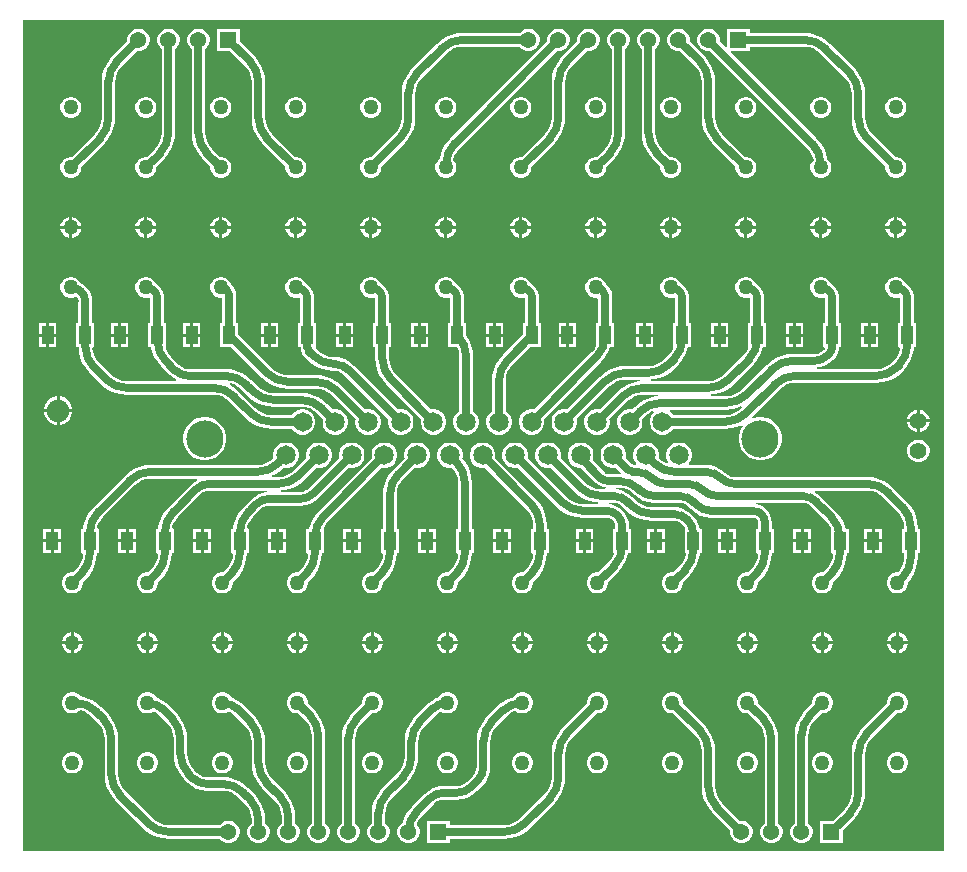
<source format=gbr>
%TF.GenerationSoftware,Altium Limited,Altium Designer,24.1.2 (44)*%
G04 Layer_Physical_Order=1*
G04 Layer_Color=255*
%FSLAX45Y45*%
%MOMM*%
%TF.SameCoordinates,7409CC48-22DB-44E9-B9CF-AE3C77DAA70A*%
%TF.FilePolarity,Positive*%
%TF.FileFunction,Copper,L1,Top,Signal*%
%TF.Part,Single*%
G01*
G75*
%TA.AperFunction,Conductor*%
%ADD10C,0.63500*%
%TA.AperFunction,SMDPad,CuDef*%
%ADD11R,1.00000X1.50000*%
%TA.AperFunction,ComponentPad*%
%ADD12C,1.65100*%
%ADD13C,3.14960*%
%ADD14R,1.37000X1.37000*%
%ADD15C,1.37000*%
%ADD16C,1.27000*%
%ADD17C,1.39700*%
%ADD18C,1.90500*%
G36*
X7835154Y38847D02*
X38847D01*
X38847Y7073153D01*
X7835153D01*
X7835154Y38847D01*
D02*
G37*
%LPC*%
G36*
X6189900Y7002700D02*
X6002100D01*
Y6847699D01*
X5990367Y6842839D01*
X5935900Y6897306D01*
Y6921162D01*
X5929501Y6945044D01*
X5917139Y6966456D01*
X5899656Y6983939D01*
X5878244Y6996301D01*
X5854362Y7002700D01*
X5829638D01*
X5805756Y6996301D01*
X5784344Y6983939D01*
X5766861Y6966456D01*
X5754499Y6945044D01*
X5748100Y6921162D01*
Y6896438D01*
X5754499Y6872556D01*
X5766861Y6851144D01*
X5784344Y6833661D01*
X5805756Y6821299D01*
X5829638Y6814900D01*
X5853494D01*
X6678902Y5989492D01*
X6681171Y5987976D01*
X6703906Y5960274D01*
X6722067Y5926297D01*
X6732239Y5892763D01*
X6723362Y5883886D01*
X6711658Y5863614D01*
X6705600Y5841004D01*
Y5817596D01*
X6711658Y5794986D01*
X6723362Y5774714D01*
X6739914Y5758162D01*
X6760186Y5746458D01*
X6782796Y5740400D01*
X6806204D01*
X6828814Y5746458D01*
X6849086Y5758162D01*
X6865638Y5774714D01*
X6877342Y5794986D01*
X6883400Y5817596D01*
Y5841004D01*
X6877342Y5863614D01*
X6865638Y5883886D01*
X6849086Y5900438D01*
X6848573Y5900734D01*
X6837336Y5947538D01*
X6818594Y5992786D01*
X6793004Y6034544D01*
X6762051Y6070786D01*
X6761308Y6071898D01*
X6030039Y6803167D01*
X6034899Y6814900D01*
X6189900D01*
Y6850530D01*
X6651190D01*
X6653866Y6851063D01*
X6689530Y6847550D01*
X6726397Y6836367D01*
X6760374Y6818206D01*
X6788076Y6795471D01*
X6789592Y6793202D01*
X6996402Y6586392D01*
X6998671Y6584876D01*
X7021406Y6557174D01*
X7039567Y6523197D01*
X7050750Y6486330D01*
X7054263Y6450666D01*
X7053730Y6447990D01*
Y6248400D01*
X7054035Y6246866D01*
X7057650Y6200943D01*
X7068763Y6154654D01*
X7086980Y6110673D01*
X7111853Y6070084D01*
X7141770Y6035056D01*
X7142639Y6033755D01*
X7340600Y5835794D01*
Y5817596D01*
X7346658Y5794986D01*
X7358362Y5774714D01*
X7374914Y5758162D01*
X7395186Y5746458D01*
X7417796Y5740400D01*
X7441204D01*
X7463814Y5746458D01*
X7484086Y5758162D01*
X7500638Y5774714D01*
X7512342Y5794986D01*
X7518400Y5817596D01*
Y5841004D01*
X7512342Y5863614D01*
X7500638Y5883886D01*
X7484086Y5900438D01*
X7463814Y5912142D01*
X7441204Y5918200D01*
X7423006D01*
X7233872Y6107334D01*
X7225045Y6116161D01*
X7216542Y6125339D01*
X7201160Y6144081D01*
X7183809Y6176544D01*
X7173124Y6211768D01*
X7169765Y6245865D01*
X7170270Y6248400D01*
Y6447990D01*
X7170009Y6449300D01*
X7166270Y6496815D01*
X7154836Y6544438D01*
X7136094Y6589686D01*
X7110504Y6631444D01*
X7079551Y6667686D01*
X7078808Y6668798D01*
X6871998Y6875608D01*
X6870886Y6876351D01*
X6834644Y6907304D01*
X6792886Y6932894D01*
X6747638Y6951636D01*
X6700015Y6963070D01*
X6652500Y6966809D01*
X6651190Y6967070D01*
X6189900D01*
Y7002700D01*
D02*
G37*
G36*
X4330362D02*
X4305638D01*
X4281756Y6996301D01*
X4260344Y6983939D01*
X4243475Y6967070D01*
X3762810D01*
X3761500Y6966809D01*
X3713985Y6963070D01*
X3666362Y6951636D01*
X3621114Y6932894D01*
X3579356Y6907304D01*
X3543114Y6876351D01*
X3542002Y6875608D01*
X3335192Y6668798D01*
X3334449Y6667686D01*
X3303496Y6631444D01*
X3277906Y6589686D01*
X3259164Y6544438D01*
X3247730Y6496815D01*
X3243991Y6449300D01*
X3243730Y6447990D01*
Y6248400D01*
X3244235Y6245865D01*
X3240876Y6211768D01*
X3230191Y6176544D01*
X3212840Y6144081D01*
X3197458Y6125339D01*
X3188955Y6116161D01*
X3179975Y6107181D01*
X2990994Y5918200D01*
X2972796D01*
X2950186Y5912142D01*
X2929914Y5900438D01*
X2913362Y5883886D01*
X2901658Y5863614D01*
X2895600Y5841004D01*
Y5817596D01*
X2901658Y5794986D01*
X2913362Y5774714D01*
X2929914Y5758162D01*
X2950186Y5746458D01*
X2972796Y5740400D01*
X2996204D01*
X3018814Y5746458D01*
X3039086Y5758162D01*
X3055638Y5774714D01*
X3067342Y5794986D01*
X3073400Y5817596D01*
Y5835794D01*
X3271361Y6033755D01*
X3272230Y6035056D01*
X3302147Y6070084D01*
X3327020Y6110673D01*
X3345237Y6154654D01*
X3356350Y6200943D01*
X3359965Y6246866D01*
X3360270Y6248400D01*
Y6447990D01*
X3359737Y6450666D01*
X3363250Y6486330D01*
X3374433Y6523197D01*
X3392594Y6557174D01*
X3415329Y6584876D01*
X3417598Y6586392D01*
X3624408Y6793202D01*
X3625924Y6795471D01*
X3653626Y6818206D01*
X3687603Y6836367D01*
X3724470Y6847550D01*
X3760134Y6851063D01*
X3762810Y6850530D01*
X4243475D01*
X4260344Y6833661D01*
X4281756Y6821299D01*
X4305638Y6814900D01*
X4330362D01*
X4354244Y6821299D01*
X4375656Y6833661D01*
X4393139Y6851144D01*
X4405501Y6872556D01*
X4411900Y6896438D01*
Y6921162D01*
X4405501Y6945044D01*
X4393139Y6966456D01*
X4375656Y6983939D01*
X4354244Y6996301D01*
X4330362Y7002700D01*
D02*
G37*
G36*
X7441204Y6426200D02*
X7417796D01*
X7395186Y6420142D01*
X7374914Y6408438D01*
X7358362Y6391886D01*
X7346658Y6371614D01*
X7340600Y6349004D01*
Y6325596D01*
X7346658Y6302986D01*
X7358362Y6282714D01*
X7374914Y6266162D01*
X7395186Y6254458D01*
X7417796Y6248400D01*
X7441204D01*
X7463814Y6254458D01*
X7484086Y6266162D01*
X7500638Y6282714D01*
X7512342Y6302986D01*
X7518400Y6325596D01*
Y6349004D01*
X7512342Y6371614D01*
X7500638Y6391886D01*
X7484086Y6408438D01*
X7463814Y6420142D01*
X7441204Y6426200D01*
D02*
G37*
G36*
X6806204D02*
X6782796D01*
X6760186Y6420142D01*
X6739914Y6408438D01*
X6723362Y6391886D01*
X6711658Y6371614D01*
X6705600Y6349004D01*
Y6325596D01*
X6711658Y6302986D01*
X6723362Y6282714D01*
X6739914Y6266162D01*
X6760186Y6254458D01*
X6782796Y6248400D01*
X6806204D01*
X6828814Y6254458D01*
X6849086Y6266162D01*
X6865638Y6282714D01*
X6877342Y6302986D01*
X6883400Y6325596D01*
Y6349004D01*
X6877342Y6371614D01*
X6865638Y6391886D01*
X6849086Y6408438D01*
X6828814Y6420142D01*
X6806204Y6426200D01*
D02*
G37*
G36*
X6171204D02*
X6147796D01*
X6125186Y6420142D01*
X6104914Y6408438D01*
X6088362Y6391886D01*
X6076658Y6371614D01*
X6070600Y6349004D01*
Y6325596D01*
X6076658Y6302986D01*
X6088362Y6282714D01*
X6104914Y6266162D01*
X6125186Y6254458D01*
X6147796Y6248400D01*
X6171204D01*
X6193814Y6254458D01*
X6214086Y6266162D01*
X6230638Y6282714D01*
X6242342Y6302986D01*
X6248400Y6325596D01*
Y6349004D01*
X6242342Y6371614D01*
X6230638Y6391886D01*
X6214086Y6408438D01*
X6193814Y6420142D01*
X6171204Y6426200D01*
D02*
G37*
G36*
X5536204D02*
X5512796D01*
X5490186Y6420142D01*
X5469914Y6408438D01*
X5453362Y6391886D01*
X5441658Y6371614D01*
X5435600Y6349004D01*
Y6325596D01*
X5441658Y6302986D01*
X5453362Y6282714D01*
X5469914Y6266162D01*
X5490186Y6254458D01*
X5512796Y6248400D01*
X5536204D01*
X5558814Y6254458D01*
X5579086Y6266162D01*
X5595638Y6282714D01*
X5607342Y6302986D01*
X5613400Y6325596D01*
Y6349004D01*
X5607342Y6371614D01*
X5595638Y6391886D01*
X5579086Y6408438D01*
X5558814Y6420142D01*
X5536204Y6426200D01*
D02*
G37*
G36*
X4901204D02*
X4877796D01*
X4855186Y6420142D01*
X4834914Y6408438D01*
X4818362Y6391886D01*
X4806658Y6371614D01*
X4800600Y6349004D01*
Y6325596D01*
X4806658Y6302986D01*
X4818362Y6282714D01*
X4834914Y6266162D01*
X4855186Y6254458D01*
X4877796Y6248400D01*
X4901204D01*
X4923814Y6254458D01*
X4944086Y6266162D01*
X4960638Y6282714D01*
X4972342Y6302986D01*
X4978400Y6325596D01*
Y6349004D01*
X4972342Y6371614D01*
X4960638Y6391886D01*
X4944086Y6408438D01*
X4923814Y6420142D01*
X4901204Y6426200D01*
D02*
G37*
G36*
X4266204D02*
X4242796D01*
X4220186Y6420142D01*
X4199914Y6408438D01*
X4183362Y6391886D01*
X4171658Y6371614D01*
X4165600Y6349004D01*
Y6325596D01*
X4171658Y6302986D01*
X4183362Y6282714D01*
X4199914Y6266162D01*
X4220186Y6254458D01*
X4242796Y6248400D01*
X4266204D01*
X4288814Y6254458D01*
X4309086Y6266162D01*
X4325638Y6282714D01*
X4337342Y6302986D01*
X4343400Y6325596D01*
Y6349004D01*
X4337342Y6371614D01*
X4325638Y6391886D01*
X4309086Y6408438D01*
X4288814Y6420142D01*
X4266204Y6426200D01*
D02*
G37*
G36*
X3631204D02*
X3607796D01*
X3585186Y6420142D01*
X3564914Y6408438D01*
X3548362Y6391886D01*
X3536658Y6371614D01*
X3530600Y6349004D01*
Y6325596D01*
X3536658Y6302986D01*
X3548362Y6282714D01*
X3564914Y6266162D01*
X3585186Y6254458D01*
X3607796Y6248400D01*
X3631204D01*
X3653814Y6254458D01*
X3674086Y6266162D01*
X3690638Y6282714D01*
X3702342Y6302986D01*
X3708400Y6325596D01*
Y6349004D01*
X3702342Y6371614D01*
X3690638Y6391886D01*
X3674086Y6408438D01*
X3653814Y6420142D01*
X3631204Y6426200D01*
D02*
G37*
G36*
X2996204D02*
X2972796D01*
X2950186Y6420142D01*
X2929914Y6408438D01*
X2913362Y6391886D01*
X2901658Y6371614D01*
X2895600Y6349004D01*
Y6325596D01*
X2901658Y6302986D01*
X2913362Y6282714D01*
X2929914Y6266162D01*
X2950186Y6254458D01*
X2972796Y6248400D01*
X2996204D01*
X3018814Y6254458D01*
X3039086Y6266162D01*
X3055638Y6282714D01*
X3067342Y6302986D01*
X3073400Y6325596D01*
Y6349004D01*
X3067342Y6371614D01*
X3055638Y6391886D01*
X3039086Y6408438D01*
X3018814Y6420142D01*
X2996204Y6426200D01*
D02*
G37*
G36*
X2361204D02*
X2337796D01*
X2315186Y6420142D01*
X2294914Y6408438D01*
X2278362Y6391886D01*
X2266658Y6371614D01*
X2260600Y6349004D01*
Y6325596D01*
X2266658Y6302986D01*
X2278362Y6282714D01*
X2294914Y6266162D01*
X2315186Y6254458D01*
X2337796Y6248400D01*
X2361204D01*
X2383814Y6254458D01*
X2404086Y6266162D01*
X2420638Y6282714D01*
X2432342Y6302986D01*
X2438400Y6325596D01*
Y6349004D01*
X2432342Y6371614D01*
X2420638Y6391886D01*
X2404086Y6408438D01*
X2383814Y6420142D01*
X2361204Y6426200D01*
D02*
G37*
G36*
X1726204D02*
X1702796D01*
X1680186Y6420142D01*
X1659914Y6408438D01*
X1643362Y6391886D01*
X1631658Y6371614D01*
X1625600Y6349004D01*
Y6325596D01*
X1631658Y6302986D01*
X1643362Y6282714D01*
X1659914Y6266162D01*
X1680186Y6254458D01*
X1702796Y6248400D01*
X1726204D01*
X1748814Y6254458D01*
X1769086Y6266162D01*
X1785638Y6282714D01*
X1797342Y6302986D01*
X1803400Y6325596D01*
Y6349004D01*
X1797342Y6371614D01*
X1785638Y6391886D01*
X1769086Y6408438D01*
X1748814Y6420142D01*
X1726204Y6426200D01*
D02*
G37*
G36*
X1091204D02*
X1067796D01*
X1045186Y6420142D01*
X1024914Y6408438D01*
X1008362Y6391886D01*
X996658Y6371614D01*
X990600Y6349004D01*
Y6325596D01*
X996658Y6302986D01*
X1008362Y6282714D01*
X1024914Y6266162D01*
X1045186Y6254458D01*
X1067796Y6248400D01*
X1091204D01*
X1113814Y6254458D01*
X1134086Y6266162D01*
X1150638Y6282714D01*
X1162342Y6302986D01*
X1168400Y6325596D01*
Y6349004D01*
X1162342Y6371614D01*
X1150638Y6391886D01*
X1134086Y6408438D01*
X1113814Y6420142D01*
X1091204Y6426200D01*
D02*
G37*
G36*
X456204D02*
X432796D01*
X410186Y6420142D01*
X389914Y6408438D01*
X373362Y6391886D01*
X361658Y6371614D01*
X355600Y6349004D01*
Y6325596D01*
X361658Y6302986D01*
X373362Y6282714D01*
X389914Y6266162D01*
X410186Y6254458D01*
X432796Y6248400D01*
X456204D01*
X478814Y6254458D01*
X499086Y6266162D01*
X515638Y6282714D01*
X527342Y6302986D01*
X533400Y6325596D01*
Y6349004D01*
X527342Y6371614D01*
X515638Y6391886D01*
X499086Y6408438D01*
X478814Y6420142D01*
X456204Y6426200D01*
D02*
G37*
G36*
X5600362Y7002700D02*
X5575638D01*
X5551756Y6996301D01*
X5530344Y6983939D01*
X5512861Y6966456D01*
X5500499Y6945044D01*
X5494100Y6921162D01*
Y6896438D01*
X5500499Y6872556D01*
X5512861Y6851144D01*
X5530344Y6833661D01*
X5551756Y6821299D01*
X5575638Y6814900D01*
X5599494D01*
X5726402Y6687992D01*
X5728671Y6686476D01*
X5751406Y6658774D01*
X5769567Y6624797D01*
X5780750Y6587930D01*
X5784263Y6552266D01*
X5783730Y6549590D01*
Y6252010D01*
X5783991Y6250700D01*
X5787730Y6203185D01*
X5799164Y6155562D01*
X5817906Y6110314D01*
X5843496Y6068556D01*
X5874449Y6032314D01*
X5875192Y6031202D01*
X6070600Y5835794D01*
Y5817596D01*
X6076658Y5794986D01*
X6088362Y5774714D01*
X6104914Y5758162D01*
X6125186Y5746458D01*
X6147796Y5740400D01*
X6171204D01*
X6193814Y5746458D01*
X6214086Y5758162D01*
X6230638Y5774714D01*
X6242342Y5794986D01*
X6248400Y5817596D01*
Y5841004D01*
X6242342Y5863614D01*
X6230638Y5883886D01*
X6214086Y5900438D01*
X6193814Y5912142D01*
X6171204Y5918200D01*
X6153006D01*
X5957598Y6113608D01*
X5955329Y6115124D01*
X5932594Y6142826D01*
X5914433Y6176803D01*
X5903250Y6213670D01*
X5899737Y6249334D01*
X5900270Y6252010D01*
Y6549590D01*
X5900009Y6550900D01*
X5896270Y6598415D01*
X5884836Y6646038D01*
X5866094Y6691286D01*
X5840504Y6733044D01*
X5809551Y6769286D01*
X5808808Y6770398D01*
X5681900Y6897306D01*
Y6921162D01*
X5675501Y6945044D01*
X5663139Y6966456D01*
X5645656Y6983939D01*
X5624244Y6996301D01*
X5600362Y7002700D01*
D02*
G37*
G36*
X5346362D02*
X5321638D01*
X5297756Y6996301D01*
X5276344Y6983939D01*
X5258861Y6966456D01*
X5246499Y6945044D01*
X5240100Y6921162D01*
Y6896438D01*
X5246499Y6872556D01*
X5258861Y6851144D01*
X5275730Y6834275D01*
Y6125010D01*
X5275991Y6123700D01*
X5279730Y6076185D01*
X5291164Y6028562D01*
X5309906Y5983314D01*
X5335496Y5941556D01*
X5366449Y5905314D01*
X5367192Y5904202D01*
X5435600Y5835794D01*
Y5817596D01*
X5441658Y5794986D01*
X5453362Y5774714D01*
X5469914Y5758162D01*
X5490186Y5746458D01*
X5512796Y5740400D01*
X5536204D01*
X5558814Y5746458D01*
X5579086Y5758162D01*
X5595638Y5774714D01*
X5607342Y5794986D01*
X5613400Y5817596D01*
Y5841004D01*
X5607342Y5863614D01*
X5595638Y5883886D01*
X5579086Y5900438D01*
X5558814Y5912142D01*
X5536204Y5918200D01*
X5518006D01*
X5449598Y5986608D01*
X5447329Y5988124D01*
X5424594Y6015826D01*
X5406433Y6049803D01*
X5395250Y6086670D01*
X5391737Y6122334D01*
X5392270Y6125010D01*
Y6834275D01*
X5409139Y6851144D01*
X5421501Y6872556D01*
X5427900Y6896438D01*
Y6921162D01*
X5421501Y6945044D01*
X5409139Y6966456D01*
X5391656Y6983939D01*
X5370244Y6996301D01*
X5346362Y7002700D01*
D02*
G37*
G36*
X5092362D02*
X5067638D01*
X5043756Y6996301D01*
X5022344Y6983939D01*
X5004861Y6966456D01*
X4992499Y6945044D01*
X4986100Y6921162D01*
Y6896438D01*
X4992499Y6872556D01*
X5004861Y6851144D01*
X5021730Y6834275D01*
Y6125010D01*
X5022263Y6122334D01*
X5018750Y6086670D01*
X5007567Y6049803D01*
X4989406Y6015826D01*
X4966671Y5988124D01*
X4964402Y5986608D01*
X4895994Y5918200D01*
X4877796D01*
X4855186Y5912142D01*
X4834914Y5900438D01*
X4818362Y5883886D01*
X4806658Y5863614D01*
X4800600Y5841004D01*
Y5817596D01*
X4806658Y5794986D01*
X4818362Y5774714D01*
X4834914Y5758162D01*
X4855186Y5746458D01*
X4877796Y5740400D01*
X4901204D01*
X4923814Y5746458D01*
X4944086Y5758162D01*
X4960638Y5774714D01*
X4972342Y5794986D01*
X4978400Y5817596D01*
Y5835794D01*
X5046808Y5904202D01*
X5047551Y5905314D01*
X5078504Y5941556D01*
X5104094Y5983314D01*
X5122836Y6028562D01*
X5134270Y6076185D01*
X5138009Y6123700D01*
X5138270Y6125010D01*
Y6834275D01*
X5155139Y6851144D01*
X5167501Y6872556D01*
X5173900Y6896438D01*
Y6921162D01*
X5167501Y6945044D01*
X5155139Y6966456D01*
X5137656Y6983939D01*
X5116244Y6996301D01*
X5092362Y7002700D01*
D02*
G37*
G36*
X4838362D02*
X4813638D01*
X4789756Y6996301D01*
X4768344Y6983939D01*
X4750861Y6966456D01*
X4738499Y6945044D01*
X4732100Y6921162D01*
Y6897306D01*
X4605192Y6770398D01*
X4604449Y6769286D01*
X4573496Y6733044D01*
X4547906Y6691286D01*
X4529164Y6646038D01*
X4517730Y6598415D01*
X4513991Y6550900D01*
X4513730Y6549590D01*
Y6252010D01*
X4514263Y6249334D01*
X4510750Y6213670D01*
X4499567Y6176803D01*
X4481406Y6142826D01*
X4458671Y6115124D01*
X4456402Y6113608D01*
X4260994Y5918200D01*
X4242796D01*
X4220186Y5912142D01*
X4199914Y5900438D01*
X4183362Y5883886D01*
X4171658Y5863614D01*
X4165600Y5841004D01*
Y5817596D01*
X4171658Y5794986D01*
X4183362Y5774714D01*
X4199914Y5758162D01*
X4220186Y5746458D01*
X4242796Y5740400D01*
X4266204D01*
X4288814Y5746458D01*
X4309086Y5758162D01*
X4325638Y5774714D01*
X4337342Y5794986D01*
X4343400Y5817596D01*
Y5835794D01*
X4538808Y6031202D01*
X4539551Y6032314D01*
X4570504Y6068556D01*
X4596094Y6110314D01*
X4614836Y6155562D01*
X4626270Y6203185D01*
X4630009Y6250700D01*
X4630270Y6252010D01*
Y6549590D01*
X4629737Y6552266D01*
X4633250Y6587930D01*
X4644433Y6624797D01*
X4662594Y6658774D01*
X4685329Y6686476D01*
X4687598Y6687992D01*
X4814506Y6814900D01*
X4838362D01*
X4862244Y6821299D01*
X4883656Y6833661D01*
X4901139Y6851144D01*
X4913501Y6872556D01*
X4919900Y6896438D01*
Y6921162D01*
X4913501Y6945044D01*
X4901139Y6966456D01*
X4883656Y6983939D01*
X4862244Y6996301D01*
X4838362Y7002700D01*
D02*
G37*
G36*
X4584362D02*
X4559638D01*
X4535756Y6996301D01*
X4514344Y6983939D01*
X4496861Y6966456D01*
X4484499Y6945044D01*
X4478100Y6921162D01*
Y6897306D01*
X3652692Y6071898D01*
X3651949Y6070786D01*
X3620996Y6034544D01*
X3595406Y5992786D01*
X3576664Y5947538D01*
X3565427Y5900734D01*
X3564914Y5900438D01*
X3548362Y5883886D01*
X3536658Y5863614D01*
X3530600Y5841004D01*
Y5817596D01*
X3536658Y5794986D01*
X3548362Y5774714D01*
X3564914Y5758162D01*
X3585186Y5746458D01*
X3607796Y5740400D01*
X3631204D01*
X3653814Y5746458D01*
X3674086Y5758162D01*
X3690638Y5774714D01*
X3702342Y5794986D01*
X3708400Y5817596D01*
Y5841004D01*
X3702342Y5863614D01*
X3690638Y5883886D01*
X3681761Y5892763D01*
X3691933Y5926297D01*
X3710094Y5960274D01*
X3732829Y5987976D01*
X3735098Y5989492D01*
X4560506Y6814900D01*
X4584362D01*
X4608244Y6821299D01*
X4629656Y6833661D01*
X4647139Y6851144D01*
X4659501Y6872556D01*
X4665900Y6896438D01*
Y6921162D01*
X4659501Y6945044D01*
X4647139Y6966456D01*
X4629656Y6983939D01*
X4608244Y6996301D01*
X4584362Y7002700D01*
D02*
G37*
G36*
X1871900D02*
X1684100D01*
Y6814900D01*
X1789494D01*
X1916402Y6687992D01*
X1918671Y6686476D01*
X1941406Y6658774D01*
X1959567Y6624797D01*
X1970750Y6587930D01*
X1974263Y6552266D01*
X1973730Y6549590D01*
Y6252010D01*
X1973991Y6250700D01*
X1977730Y6203185D01*
X1989164Y6155562D01*
X2007906Y6110314D01*
X2033496Y6068556D01*
X2064449Y6032314D01*
X2065192Y6031202D01*
X2260600Y5835794D01*
Y5817596D01*
X2266658Y5794986D01*
X2278362Y5774714D01*
X2294914Y5758162D01*
X2315186Y5746458D01*
X2337796Y5740400D01*
X2361204D01*
X2383814Y5746458D01*
X2404086Y5758162D01*
X2420638Y5774714D01*
X2432342Y5794986D01*
X2438400Y5817596D01*
Y5841004D01*
X2432342Y5863614D01*
X2420638Y5883886D01*
X2404086Y5900438D01*
X2383814Y5912142D01*
X2361204Y5918200D01*
X2343006D01*
X2147598Y6113608D01*
X2145329Y6115124D01*
X2122594Y6142826D01*
X2104433Y6176803D01*
X2093250Y6213670D01*
X2089737Y6249334D01*
X2090270Y6252010D01*
Y6549590D01*
X2090009Y6550900D01*
X2086270Y6598415D01*
X2074836Y6646038D01*
X2056094Y6691286D01*
X2030504Y6733044D01*
X1999551Y6769286D01*
X1998808Y6770398D01*
X1871900Y6897306D01*
Y7002700D01*
D02*
G37*
G36*
X1536362D02*
X1511638D01*
X1487756Y6996301D01*
X1466344Y6983939D01*
X1448861Y6966456D01*
X1436499Y6945044D01*
X1430100Y6921162D01*
Y6896438D01*
X1436499Y6872556D01*
X1448861Y6851144D01*
X1465730Y6834275D01*
Y6125010D01*
X1465991Y6123700D01*
X1469730Y6076185D01*
X1481164Y6028562D01*
X1499906Y5983314D01*
X1525496Y5941556D01*
X1556449Y5905314D01*
X1557192Y5904202D01*
X1625600Y5835794D01*
Y5817596D01*
X1631658Y5794986D01*
X1643362Y5774714D01*
X1659914Y5758162D01*
X1680186Y5746458D01*
X1702796Y5740400D01*
X1726204D01*
X1748814Y5746458D01*
X1769086Y5758162D01*
X1785638Y5774714D01*
X1797342Y5794986D01*
X1803400Y5817596D01*
Y5841004D01*
X1797342Y5863614D01*
X1785638Y5883886D01*
X1769086Y5900438D01*
X1748814Y5912142D01*
X1726204Y5918200D01*
X1708006D01*
X1639598Y5986608D01*
X1637329Y5988124D01*
X1614594Y6015826D01*
X1596433Y6049803D01*
X1585250Y6086670D01*
X1581737Y6122334D01*
X1582270Y6125010D01*
Y6834275D01*
X1599139Y6851144D01*
X1611501Y6872556D01*
X1617900Y6896438D01*
Y6921162D01*
X1611501Y6945044D01*
X1599139Y6966456D01*
X1581656Y6983939D01*
X1560244Y6996301D01*
X1536362Y7002700D01*
D02*
G37*
G36*
X1282362D02*
X1257638D01*
X1233756Y6996301D01*
X1212344Y6983939D01*
X1194861Y6966456D01*
X1182499Y6945044D01*
X1176100Y6921162D01*
Y6896438D01*
X1182499Y6872556D01*
X1194861Y6851144D01*
X1211730Y6834275D01*
Y6125010D01*
X1212263Y6122334D01*
X1208750Y6086670D01*
X1197567Y6049803D01*
X1179406Y6015826D01*
X1156671Y5988124D01*
X1154402Y5986608D01*
X1085994Y5918200D01*
X1067796D01*
X1045186Y5912142D01*
X1024914Y5900438D01*
X1008362Y5883886D01*
X996658Y5863614D01*
X990600Y5841004D01*
Y5817596D01*
X996658Y5794986D01*
X1008362Y5774714D01*
X1024914Y5758162D01*
X1045186Y5746458D01*
X1067796Y5740400D01*
X1091204D01*
X1113814Y5746458D01*
X1134086Y5758162D01*
X1150638Y5774714D01*
X1162342Y5794986D01*
X1168400Y5817596D01*
Y5835794D01*
X1236808Y5904202D01*
X1237551Y5905314D01*
X1268504Y5941556D01*
X1294094Y5983314D01*
X1312836Y6028562D01*
X1324270Y6076185D01*
X1328009Y6123700D01*
X1328270Y6125010D01*
Y6834275D01*
X1345139Y6851144D01*
X1357501Y6872556D01*
X1363900Y6896438D01*
Y6921162D01*
X1357501Y6945044D01*
X1345139Y6966456D01*
X1327656Y6983939D01*
X1306244Y6996301D01*
X1282362Y7002700D01*
D02*
G37*
G36*
X1028362D02*
X1003638D01*
X979756Y6996301D01*
X958344Y6983939D01*
X940861Y6966456D01*
X928499Y6945044D01*
X922100Y6921162D01*
Y6897306D01*
X795192Y6770398D01*
X794449Y6769286D01*
X763496Y6733044D01*
X737906Y6691286D01*
X719164Y6646038D01*
X707730Y6598415D01*
X703991Y6550900D01*
X703730Y6549590D01*
Y6252010D01*
X704263Y6249334D01*
X700750Y6213670D01*
X689567Y6176803D01*
X671406Y6142826D01*
X648671Y6115124D01*
X646402Y6113608D01*
X450994Y5918200D01*
X432796D01*
X410186Y5912142D01*
X389914Y5900438D01*
X373362Y5883886D01*
X361658Y5863614D01*
X355600Y5841004D01*
Y5817596D01*
X361658Y5794986D01*
X373362Y5774714D01*
X389914Y5758162D01*
X410186Y5746458D01*
X432796Y5740400D01*
X456204D01*
X478814Y5746458D01*
X499086Y5758162D01*
X515638Y5774714D01*
X527342Y5794986D01*
X533400Y5817596D01*
Y5835794D01*
X728808Y6031202D01*
X729551Y6032314D01*
X760504Y6068556D01*
X786094Y6110314D01*
X804836Y6155562D01*
X816270Y6203185D01*
X820009Y6250700D01*
X820270Y6252010D01*
Y6549590D01*
X819737Y6552266D01*
X823250Y6587930D01*
X834433Y6624797D01*
X852594Y6658774D01*
X875329Y6686476D01*
X877598Y6687992D01*
X1004506Y6814900D01*
X1028362D01*
X1052244Y6821299D01*
X1073656Y6833661D01*
X1091139Y6851144D01*
X1103501Y6872556D01*
X1109900Y6896438D01*
Y6921162D01*
X1103501Y6945044D01*
X1091139Y6966456D01*
X1073656Y6983939D01*
X1052244Y6996301D01*
X1028362Y7002700D01*
D02*
G37*
G36*
X2362200Y5409933D02*
Y5334000D01*
X2438133D01*
X2432342Y5355614D01*
X2420638Y5375886D01*
X2404086Y5392438D01*
X2383814Y5404142D01*
X2362200Y5409933D01*
D02*
G37*
G36*
X1727200D02*
Y5334000D01*
X1803133D01*
X1797342Y5355614D01*
X1785638Y5375886D01*
X1769086Y5392438D01*
X1748814Y5404142D01*
X1727200Y5409933D01*
D02*
G37*
G36*
X1092200D02*
Y5334000D01*
X1168133D01*
X1162342Y5355614D01*
X1150638Y5375886D01*
X1134086Y5392438D01*
X1113814Y5404142D01*
X1092200Y5409933D01*
D02*
G37*
G36*
X457200D02*
Y5334000D01*
X533133D01*
X527342Y5355614D01*
X515638Y5375886D01*
X499086Y5392438D01*
X478814Y5404142D01*
X457200Y5409933D01*
D02*
G37*
G36*
X7442200D02*
Y5334000D01*
X7518133D01*
X7512342Y5355614D01*
X7500638Y5375886D01*
X7484086Y5392438D01*
X7463814Y5404142D01*
X7442200Y5409933D01*
D02*
G37*
G36*
X6807200D02*
Y5334000D01*
X6883133D01*
X6877342Y5355614D01*
X6865638Y5375886D01*
X6849086Y5392438D01*
X6828814Y5404142D01*
X6807200Y5409933D01*
D02*
G37*
G36*
X6172200D02*
Y5334000D01*
X6248133D01*
X6242342Y5355614D01*
X6230638Y5375886D01*
X6214086Y5392438D01*
X6193814Y5404142D01*
X6172200Y5409933D01*
D02*
G37*
G36*
X5537200D02*
Y5334000D01*
X5613133D01*
X5607342Y5355614D01*
X5595638Y5375886D01*
X5579086Y5392438D01*
X5558814Y5404142D01*
X5537200Y5409933D01*
D02*
G37*
G36*
X4902200D02*
Y5334000D01*
X4978133D01*
X4972342Y5355614D01*
X4960638Y5375886D01*
X4944086Y5392438D01*
X4923814Y5404142D01*
X4902200Y5409933D01*
D02*
G37*
G36*
X4267200D02*
Y5334000D01*
X4343133D01*
X4337342Y5355614D01*
X4325638Y5375886D01*
X4309086Y5392438D01*
X4288814Y5404142D01*
X4267200Y5409933D01*
D02*
G37*
G36*
X3632200D02*
Y5334000D01*
X3708133D01*
X3702342Y5355614D01*
X3690638Y5375886D01*
X3674086Y5392438D01*
X3653814Y5404142D01*
X3632200Y5409933D01*
D02*
G37*
G36*
X2997200D02*
Y5334000D01*
X3073133D01*
X3067342Y5355614D01*
X3055638Y5375886D01*
X3039086Y5392438D01*
X3018814Y5404142D01*
X2997200Y5409933D01*
D02*
G37*
G36*
X2336800D02*
X2315186Y5404142D01*
X2294914Y5392438D01*
X2278362Y5375886D01*
X2266658Y5355614D01*
X2260867Y5334000D01*
X2336800D01*
Y5409933D01*
D02*
G37*
G36*
X1701800D02*
X1680186Y5404142D01*
X1659914Y5392438D01*
X1643362Y5375886D01*
X1631658Y5355614D01*
X1625867Y5334000D01*
X1701800D01*
Y5409933D01*
D02*
G37*
G36*
X1066800D02*
X1045186Y5404142D01*
X1024914Y5392438D01*
X1008362Y5375886D01*
X996658Y5355614D01*
X990867Y5334000D01*
X1066800D01*
Y5409933D01*
D02*
G37*
G36*
X431800D02*
X410186Y5404142D01*
X389914Y5392438D01*
X373362Y5375886D01*
X361658Y5355614D01*
X355867Y5334000D01*
X431800D01*
Y5409933D01*
D02*
G37*
G36*
X7416800D02*
X7395186Y5404142D01*
X7374914Y5392438D01*
X7358362Y5375886D01*
X7346658Y5355614D01*
X7340867Y5334000D01*
X7416800D01*
Y5409933D01*
D02*
G37*
G36*
X6781800D02*
X6760186Y5404142D01*
X6739914Y5392438D01*
X6723362Y5375886D01*
X6711658Y5355614D01*
X6705867Y5334000D01*
X6781800D01*
Y5409933D01*
D02*
G37*
G36*
X6146800D02*
X6125186Y5404142D01*
X6104914Y5392438D01*
X6088362Y5375886D01*
X6076658Y5355614D01*
X6070867Y5334000D01*
X6146800D01*
Y5409933D01*
D02*
G37*
G36*
X5511800D02*
X5490186Y5404142D01*
X5469914Y5392438D01*
X5453362Y5375886D01*
X5441658Y5355614D01*
X5435867Y5334000D01*
X5511800D01*
Y5409933D01*
D02*
G37*
G36*
X4876800D02*
X4855186Y5404142D01*
X4834914Y5392438D01*
X4818362Y5375886D01*
X4806658Y5355614D01*
X4800867Y5334000D01*
X4876800D01*
Y5409933D01*
D02*
G37*
G36*
X4241800D02*
X4220186Y5404142D01*
X4199914Y5392438D01*
X4183362Y5375886D01*
X4171658Y5355614D01*
X4165867Y5334000D01*
X4241800D01*
Y5409933D01*
D02*
G37*
G36*
X3606800D02*
X3585186Y5404142D01*
X3564914Y5392438D01*
X3548362Y5375886D01*
X3536658Y5355614D01*
X3530867Y5334000D01*
X3606800D01*
Y5409933D01*
D02*
G37*
G36*
X2971800D02*
X2950186Y5404142D01*
X2929914Y5392438D01*
X2913362Y5375886D01*
X2901658Y5355614D01*
X2895867Y5334000D01*
X2971800D01*
Y5409933D01*
D02*
G37*
G36*
X7518133Y5308600D02*
X7442200D01*
Y5232667D01*
X7463814Y5238458D01*
X7484086Y5250162D01*
X7500638Y5266714D01*
X7512342Y5286986D01*
X7518133Y5308600D01*
D02*
G37*
G36*
X6883133D02*
X6807200D01*
Y5232667D01*
X6828814Y5238458D01*
X6849086Y5250162D01*
X6865638Y5266714D01*
X6877342Y5286986D01*
X6883133Y5308600D01*
D02*
G37*
G36*
X6248133D02*
X6172200D01*
Y5232667D01*
X6193814Y5238458D01*
X6214086Y5250162D01*
X6230638Y5266714D01*
X6242342Y5286986D01*
X6248133Y5308600D01*
D02*
G37*
G36*
X5613133D02*
X5537200D01*
Y5232667D01*
X5558814Y5238458D01*
X5579086Y5250162D01*
X5595638Y5266714D01*
X5607342Y5286986D01*
X5613133Y5308600D01*
D02*
G37*
G36*
X4978133D02*
X4902200D01*
Y5232667D01*
X4923814Y5238458D01*
X4944086Y5250162D01*
X4960638Y5266714D01*
X4972342Y5286986D01*
X4978133Y5308600D01*
D02*
G37*
G36*
X4343133D02*
X4267200D01*
Y5232667D01*
X4288814Y5238458D01*
X4309086Y5250162D01*
X4325638Y5266714D01*
X4337342Y5286986D01*
X4343133Y5308600D01*
D02*
G37*
G36*
X3708133D02*
X3632200D01*
Y5232667D01*
X3653814Y5238458D01*
X3674086Y5250162D01*
X3690638Y5266714D01*
X3702342Y5286986D01*
X3708133Y5308600D01*
D02*
G37*
G36*
X3073133D02*
X2997200D01*
Y5232667D01*
X3018814Y5238458D01*
X3039086Y5250162D01*
X3055638Y5266714D01*
X3067342Y5286986D01*
X3073133Y5308600D01*
D02*
G37*
G36*
X2438133D02*
X2362200D01*
Y5232667D01*
X2383814Y5238458D01*
X2404086Y5250162D01*
X2420638Y5266714D01*
X2432342Y5286986D01*
X2438133Y5308600D01*
D02*
G37*
G36*
X1803133D02*
X1727200D01*
Y5232667D01*
X1748814Y5238458D01*
X1769086Y5250162D01*
X1785638Y5266714D01*
X1797342Y5286986D01*
X1803133Y5308600D01*
D02*
G37*
G36*
X1168133D02*
X1092200D01*
Y5232667D01*
X1113814Y5238458D01*
X1134086Y5250162D01*
X1150638Y5266714D01*
X1162342Y5286986D01*
X1168133Y5308600D01*
D02*
G37*
G36*
X533133D02*
X457200D01*
Y5232667D01*
X478814Y5238458D01*
X499086Y5250162D01*
X515638Y5266714D01*
X527342Y5286986D01*
X533133Y5308600D01*
D02*
G37*
G36*
X7416800D02*
X7340867D01*
X7346658Y5286986D01*
X7358362Y5266714D01*
X7374914Y5250162D01*
X7395186Y5238458D01*
X7416800Y5232667D01*
Y5308600D01*
D02*
G37*
G36*
X6781800D02*
X6705867D01*
X6711658Y5286986D01*
X6723362Y5266714D01*
X6739914Y5250162D01*
X6760186Y5238458D01*
X6781800Y5232667D01*
Y5308600D01*
D02*
G37*
G36*
X6146800D02*
X6070867D01*
X6076658Y5286986D01*
X6088362Y5266714D01*
X6104914Y5250162D01*
X6125186Y5238458D01*
X6146800Y5232667D01*
Y5308600D01*
D02*
G37*
G36*
X5511800D02*
X5435867D01*
X5441658Y5286986D01*
X5453362Y5266714D01*
X5469914Y5250162D01*
X5490186Y5238458D01*
X5511800Y5232667D01*
Y5308600D01*
D02*
G37*
G36*
X4876800D02*
X4800867D01*
X4806658Y5286986D01*
X4818362Y5266714D01*
X4834914Y5250162D01*
X4855186Y5238458D01*
X4876800Y5232667D01*
Y5308600D01*
D02*
G37*
G36*
X4241800D02*
X4165867D01*
X4171658Y5286986D01*
X4183362Y5266714D01*
X4199914Y5250162D01*
X4220186Y5238458D01*
X4241800Y5232667D01*
Y5308600D01*
D02*
G37*
G36*
X3606800D02*
X3530867D01*
X3536658Y5286986D01*
X3548362Y5266714D01*
X3564914Y5250162D01*
X3585186Y5238458D01*
X3606800Y5232667D01*
Y5308600D01*
D02*
G37*
G36*
X2971800D02*
X2895867D01*
X2901658Y5286986D01*
X2913362Y5266714D01*
X2929914Y5250162D01*
X2950186Y5238458D01*
X2971800Y5232667D01*
Y5308600D01*
D02*
G37*
G36*
X2336800D02*
X2260867D01*
X2266658Y5286986D01*
X2278362Y5266714D01*
X2294914Y5250162D01*
X2315186Y5238458D01*
X2336800Y5232667D01*
Y5308600D01*
D02*
G37*
G36*
X1701800D02*
X1625867D01*
X1631658Y5286986D01*
X1643362Y5266714D01*
X1659914Y5250162D01*
X1680186Y5238458D01*
X1701800Y5232667D01*
Y5308600D01*
D02*
G37*
G36*
X1066800D02*
X990867D01*
X996658Y5286986D01*
X1008362Y5266714D01*
X1024914Y5250162D01*
X1045186Y5238458D01*
X1066800Y5232667D01*
Y5308600D01*
D02*
G37*
G36*
X431800D02*
X355867D01*
X361658Y5286986D01*
X373362Y5266714D01*
X389914Y5250162D01*
X410186Y5238458D01*
X431800Y5232667D01*
Y5308600D01*
D02*
G37*
G36*
X2836400Y4507300D02*
X2773700D01*
Y4419600D01*
X2836400D01*
Y4507300D01*
D02*
G37*
G36*
X321800D02*
X259100D01*
Y4419600D01*
X321800D01*
Y4507300D01*
D02*
G37*
G36*
X7281400D02*
X7218700D01*
Y4419600D01*
X7281400D01*
Y4507300D01*
D02*
G37*
G36*
X7193300D02*
X7130600D01*
Y4419600D01*
X7193300D01*
Y4507300D01*
D02*
G37*
G36*
X6646400D02*
X6583700D01*
Y4419600D01*
X6646400D01*
Y4507300D01*
D02*
G37*
G36*
X6558300D02*
X6495600D01*
Y4419600D01*
X6558300D01*
Y4507300D01*
D02*
G37*
G36*
X6011400D02*
X5948700D01*
Y4419600D01*
X6011400D01*
Y4507300D01*
D02*
G37*
G36*
X5923300D02*
X5860600D01*
Y4419600D01*
X5923300D01*
Y4507300D01*
D02*
G37*
G36*
X5376400D02*
X5313700D01*
Y4419600D01*
X5376400D01*
Y4507300D01*
D02*
G37*
G36*
X5288300D02*
X5225600D01*
Y4419600D01*
X5288300D01*
Y4507300D01*
D02*
G37*
G36*
X4723600D02*
X4660900D01*
Y4419600D01*
X4723600D01*
Y4507300D01*
D02*
G37*
G36*
X4635500D02*
X4572800D01*
Y4419600D01*
X4635500D01*
Y4507300D01*
D02*
G37*
G36*
X4106400D02*
X4043700D01*
Y4419600D01*
X4106400D01*
Y4507300D01*
D02*
G37*
G36*
X4018300D02*
X3955600D01*
Y4419600D01*
X4018300D01*
Y4507300D01*
D02*
G37*
G36*
X3471400D02*
X3408700D01*
Y4419600D01*
X3471400D01*
Y4507300D01*
D02*
G37*
G36*
X3383300D02*
X3320600D01*
Y4419600D01*
X3383300D01*
Y4507300D01*
D02*
G37*
G36*
X2201400D02*
X2138700D01*
Y4419600D01*
X2201400D01*
Y4507300D01*
D02*
G37*
G36*
X2113300D02*
X2050600D01*
Y4419600D01*
X2113300D01*
Y4507300D01*
D02*
G37*
G36*
X1541000D02*
X1478300D01*
Y4419600D01*
X1541000D01*
Y4507300D01*
D02*
G37*
G36*
X1452900D02*
X1390200D01*
Y4419600D01*
X1452900D01*
Y4507300D01*
D02*
G37*
G36*
X931400D02*
X868700D01*
Y4419600D01*
X931400D01*
Y4507300D01*
D02*
G37*
G36*
X843300D02*
X780600D01*
Y4419600D01*
X843300D01*
Y4507300D01*
D02*
G37*
G36*
X2748300D02*
X2685600D01*
Y4419600D01*
X2748300D01*
Y4507300D01*
D02*
G37*
G36*
X233700D02*
X171000D01*
Y4419600D01*
X233700D01*
Y4507300D01*
D02*
G37*
G36*
X7281400Y4394200D02*
X7218700D01*
Y4306500D01*
X7281400D01*
Y4394200D01*
D02*
G37*
G36*
X7193300D02*
X7130600D01*
Y4306500D01*
X7193300D01*
Y4394200D01*
D02*
G37*
G36*
X6646400D02*
X6583700D01*
Y4306500D01*
X6646400D01*
Y4394200D01*
D02*
G37*
G36*
X6558300D02*
X6495600D01*
Y4306500D01*
X6558300D01*
Y4394200D01*
D02*
G37*
G36*
X6011400D02*
X5948700D01*
Y4306500D01*
X6011400D01*
Y4394200D01*
D02*
G37*
G36*
X5923300D02*
X5860600D01*
Y4306500D01*
X5923300D01*
Y4394200D01*
D02*
G37*
G36*
X5376400D02*
X5313700D01*
Y4306500D01*
X5376400D01*
Y4394200D01*
D02*
G37*
G36*
X5288300D02*
X5225600D01*
Y4306500D01*
X5288300D01*
Y4394200D01*
D02*
G37*
G36*
X4723600D02*
X4660900D01*
Y4306500D01*
X4723600D01*
Y4394200D01*
D02*
G37*
G36*
X4635500D02*
X4572800D01*
Y4306500D01*
X4635500D01*
Y4394200D01*
D02*
G37*
G36*
X4106400D02*
X4043700D01*
Y4306500D01*
X4106400D01*
Y4394200D01*
D02*
G37*
G36*
X4018300D02*
X3955600D01*
Y4306500D01*
X4018300D01*
Y4394200D01*
D02*
G37*
G36*
X3471400D02*
X3408700D01*
Y4306500D01*
X3471400D01*
Y4394200D01*
D02*
G37*
G36*
X3383300D02*
X3320600D01*
Y4306500D01*
X3383300D01*
Y4394200D01*
D02*
G37*
G36*
X2836400D02*
X2773700D01*
Y4306500D01*
X2836400D01*
Y4394200D01*
D02*
G37*
G36*
X2748300D02*
X2685600D01*
Y4306500D01*
X2748300D01*
Y4394200D01*
D02*
G37*
G36*
X2201400D02*
X2138700D01*
Y4306500D01*
X2201400D01*
Y4394200D01*
D02*
G37*
G36*
X2113300D02*
X2050600D01*
Y4306500D01*
X2113300D01*
Y4394200D01*
D02*
G37*
G36*
X1541000D02*
X1478300D01*
Y4306500D01*
X1541000D01*
Y4394200D01*
D02*
G37*
G36*
X1452900D02*
X1390200D01*
Y4306500D01*
X1452900D01*
Y4394200D01*
D02*
G37*
G36*
X931400D02*
X868700D01*
Y4306500D01*
X931400D01*
Y4394200D01*
D02*
G37*
G36*
X843300D02*
X780600D01*
Y4306500D01*
X843300D01*
Y4394200D01*
D02*
G37*
G36*
X321800D02*
X259100D01*
Y4306500D01*
X321800D01*
Y4394200D01*
D02*
G37*
G36*
X233700D02*
X171000D01*
Y4306500D01*
X233700D01*
Y4394200D01*
D02*
G37*
G36*
X7441204Y4902200D02*
X7417796D01*
X7395186Y4896142D01*
X7374914Y4884438D01*
X7358362Y4867886D01*
X7346658Y4847614D01*
X7340600Y4825004D01*
Y4801596D01*
X7346658Y4778986D01*
X7358362Y4758714D01*
X7374914Y4742162D01*
X7395186Y4730458D01*
X7417796Y4724400D01*
X7441204D01*
X7453224Y4727621D01*
X7467924Y4718822D01*
X7468028Y4718297D01*
X7467730Y4716800D01*
Y4507300D01*
X7450600D01*
Y4306500D01*
X7456834D01*
X7465363Y4297090D01*
X7464750Y4290870D01*
X7453567Y4254003D01*
X7435406Y4220026D01*
X7412671Y4192324D01*
X7410402Y4190808D01*
X7399192Y4179598D01*
X7397676Y4177329D01*
X7369974Y4154594D01*
X7335997Y4136433D01*
X7299130Y4125250D01*
X7263466Y4121737D01*
X7260790Y4122270D01*
X6758679D01*
X6758055Y4134970D01*
X6780562Y4137186D01*
X6824029Y4150372D01*
X6864088Y4171784D01*
X6899170Y4200575D01*
X6899203Y4200597D01*
X6900883Y4203111D01*
X6920213Y4226666D01*
X6935982Y4256168D01*
X6945693Y4288179D01*
X6947497Y4306500D01*
X6966400D01*
Y4507300D01*
X6949270D01*
Y4716800D01*
X6948524Y4720546D01*
X6945927Y4746921D01*
X6937141Y4775884D01*
X6922873Y4802576D01*
X6903673Y4825973D01*
X6880276Y4845173D01*
X6877614Y4846596D01*
X6877342Y4847614D01*
X6865638Y4867886D01*
X6849086Y4884438D01*
X6828814Y4896142D01*
X6806204Y4902200D01*
X6782796D01*
X6760186Y4896142D01*
X6739914Y4884438D01*
X6723362Y4867886D01*
X6711658Y4847614D01*
X6705600Y4825004D01*
Y4801596D01*
X6711658Y4778986D01*
X6723362Y4758714D01*
X6739914Y4742162D01*
X6760186Y4730458D01*
X6782796Y4724400D01*
X6806204D01*
X6818224Y4727621D01*
X6832924Y4718822D01*
X6833028Y4718297D01*
X6832730Y4716800D01*
Y4507300D01*
X6815600D01*
Y4306500D01*
X6818300D01*
X6825088Y4293800D01*
X6818742Y4284302D01*
X6816797Y4283003D01*
X6815354Y4280843D01*
X6793365Y4263970D01*
X6765385Y4252380D01*
X6737906Y4248763D01*
X6735358Y4249270D01*
X6556810D01*
X6555500Y4249009D01*
X6507985Y4245270D01*
X6460362Y4233836D01*
X6415114Y4215094D01*
X6373356Y4189504D01*
X6337114Y4158551D01*
X6336002Y4157808D01*
X6129192Y3950998D01*
X6127676Y3948729D01*
X6099974Y3925994D01*
X6065997Y3907833D01*
X6029130Y3896650D01*
X5993466Y3893137D01*
X5990790Y3893670D01*
X5865341D01*
X5864842Y3906370D01*
X5887215Y3908130D01*
X5934838Y3919564D01*
X5980086Y3938306D01*
X6021844Y3963896D01*
X6058086Y3994849D01*
X6059198Y3995592D01*
X6222808Y4159202D01*
X6223551Y4160314D01*
X6254504Y4196555D01*
X6280094Y4238314D01*
X6298836Y4283562D01*
X6304343Y4306500D01*
X6331400D01*
Y4507300D01*
X6314270D01*
Y4716800D01*
X6313524Y4720546D01*
X6310927Y4746921D01*
X6302141Y4775884D01*
X6287873Y4802576D01*
X6268673Y4825973D01*
X6245276Y4845173D01*
X6242614Y4846596D01*
X6242342Y4847614D01*
X6230638Y4867886D01*
X6214086Y4884438D01*
X6193814Y4896142D01*
X6171204Y4902200D01*
X6147796D01*
X6125186Y4896142D01*
X6104914Y4884438D01*
X6088362Y4867886D01*
X6076658Y4847614D01*
X6070600Y4825004D01*
Y4801596D01*
X6076658Y4778986D01*
X6088362Y4758714D01*
X6104914Y4742162D01*
X6125186Y4730458D01*
X6147796Y4724400D01*
X6171204D01*
X6183224Y4727621D01*
X6197924Y4718822D01*
X6198028Y4718297D01*
X6197730Y4716800D01*
Y4507300D01*
X6180600D01*
Y4306501D01*
X6180600Y4306500D01*
X6180599D01*
X6180600Y4306500D01*
X6178214Y4294788D01*
X6165406Y4270826D01*
X6142671Y4243124D01*
X6140402Y4241608D01*
X5976792Y4077998D01*
X5975276Y4075729D01*
X5947574Y4052994D01*
X5913597Y4034833D01*
X5876730Y4023650D01*
X5841066Y4020137D01*
X5838390Y4020670D01*
X5357341D01*
X5356842Y4033370D01*
X5379215Y4035130D01*
X5426838Y4046564D01*
X5472086Y4065306D01*
X5513844Y4090896D01*
X5550086Y4121849D01*
X5551198Y4122592D01*
X5587808Y4159202D01*
X5588551Y4160314D01*
X5619504Y4196555D01*
X5645094Y4238314D01*
X5663836Y4283562D01*
X5669343Y4306500D01*
X5696400D01*
Y4507300D01*
X5679270D01*
Y4716800D01*
X5678524Y4720546D01*
X5675927Y4746921D01*
X5667141Y4775884D01*
X5652873Y4802576D01*
X5633673Y4825973D01*
X5610276Y4845173D01*
X5607614Y4846596D01*
X5607342Y4847614D01*
X5595638Y4867886D01*
X5579086Y4884438D01*
X5558814Y4896142D01*
X5536204Y4902200D01*
X5512796D01*
X5490186Y4896142D01*
X5469914Y4884438D01*
X5453362Y4867886D01*
X5441658Y4847614D01*
X5435600Y4825004D01*
Y4801596D01*
X5441658Y4778986D01*
X5453362Y4758714D01*
X5469914Y4742162D01*
X5490186Y4730458D01*
X5512796Y4724400D01*
X5536204D01*
X5548224Y4727621D01*
X5562924Y4718822D01*
X5563028Y4718297D01*
X5562730Y4716800D01*
Y4507300D01*
X5545600D01*
Y4306501D01*
X5545600Y4306500D01*
X5545599D01*
X5545600Y4306500D01*
X5543214Y4294788D01*
X5530406Y4270826D01*
X5507671Y4243124D01*
X5505402Y4241608D01*
X5468792Y4204998D01*
X5467276Y4202729D01*
X5439574Y4179994D01*
X5405597Y4161833D01*
X5368730Y4150650D01*
X5333066Y4147137D01*
X5330390Y4147670D01*
X5141310D01*
X5140000Y4147409D01*
X5092485Y4143670D01*
X5044862Y4132236D01*
X4999614Y4113494D01*
X4957855Y4087904D01*
X4921614Y4056951D01*
X4920502Y4056208D01*
X4644749Y3780455D01*
X4635812Y3782850D01*
X4607388D01*
X4579933Y3775494D01*
X4555317Y3761282D01*
X4535219Y3741183D01*
X4521006Y3716567D01*
X4513650Y3689112D01*
Y3660688D01*
X4521006Y3633233D01*
X4535219Y3608617D01*
X4555317Y3588519D01*
X4579933Y3574307D01*
X4607388Y3566950D01*
X4635812D01*
X4663267Y3574307D01*
X4687883Y3588519D01*
X4707981Y3608617D01*
X4722193Y3633233D01*
X4729550Y3660688D01*
Y3689112D01*
X4727155Y3698050D01*
X5002908Y3973802D01*
X5004424Y3976071D01*
X5032126Y3998806D01*
X5066103Y4016967D01*
X5102970Y4028150D01*
X5138633Y4031663D01*
X5141310Y4031130D01*
X5264359D01*
X5264857Y4018430D01*
X5242485Y4016670D01*
X5194862Y4005236D01*
X5149614Y3986494D01*
X5107855Y3960904D01*
X5071614Y3929951D01*
X5070502Y3929208D01*
X4921749Y3780455D01*
X4912812Y3782850D01*
X4884388D01*
X4856933Y3775494D01*
X4832317Y3761282D01*
X4812218Y3741183D01*
X4798006Y3716567D01*
X4790650Y3689112D01*
Y3660688D01*
X4798006Y3633233D01*
X4812218Y3608617D01*
X4832317Y3588519D01*
X4856933Y3574307D01*
X4884388Y3566950D01*
X4912812D01*
X4940267Y3574307D01*
X4964883Y3588519D01*
X4984981Y3608617D01*
X4999193Y3633233D01*
X5006550Y3660688D01*
Y3689112D01*
X5004155Y3698050D01*
X5152908Y3846802D01*
X5154424Y3849071D01*
X5182126Y3871806D01*
X5216103Y3889967D01*
X5252970Y3901150D01*
X5288633Y3904663D01*
X5291310Y3904130D01*
X5414358D01*
X5414857Y3891430D01*
X5392485Y3889670D01*
X5344862Y3878236D01*
X5299614Y3859494D01*
X5257855Y3833904D01*
X5221614Y3802951D01*
X5220502Y3802208D01*
X5198749Y3780455D01*
X5189812Y3782850D01*
X5161388D01*
X5133933Y3775494D01*
X5109317Y3761282D01*
X5089218Y3741183D01*
X5075006Y3716567D01*
X5067650Y3689112D01*
Y3660688D01*
X5075006Y3633233D01*
X5089218Y3608617D01*
X5109317Y3588519D01*
X5133933Y3574307D01*
X5161388Y3566950D01*
X5189812D01*
X5217267Y3574307D01*
X5241883Y3588519D01*
X5261981Y3608617D01*
X5276193Y3633233D01*
X5283550Y3660688D01*
Y3689112D01*
X5281155Y3698050D01*
X5302908Y3719802D01*
X5304424Y3722071D01*
X5332126Y3744806D01*
X5366103Y3762967D01*
X5371757Y3764682D01*
X5378488Y3753452D01*
X5366218Y3741183D01*
X5352006Y3716567D01*
X5344650Y3689112D01*
Y3660688D01*
X5352006Y3633233D01*
X5366218Y3608617D01*
X5386317Y3588519D01*
X5410933Y3574307D01*
X5438388Y3566950D01*
X5466812D01*
X5494267Y3574307D01*
X5518883Y3588519D01*
X5538981Y3608617D01*
X5543608Y3616631D01*
X5982690D01*
X5984000Y3616891D01*
X6031515Y3620631D01*
X6079138Y3632064D01*
X6124386Y3650806D01*
X6124852Y3651092D01*
X6133864Y3641719D01*
X6119035Y3619526D01*
X6105249Y3586244D01*
X6098221Y3550912D01*
Y3514888D01*
X6105249Y3479556D01*
X6119035Y3446274D01*
X6139049Y3416321D01*
X6164522Y3390848D01*
X6194475Y3370834D01*
X6227757Y3357048D01*
X6263089Y3350020D01*
X6299113D01*
X6334445Y3357048D01*
X6367727Y3370834D01*
X6397680Y3390848D01*
X6423153Y3416321D01*
X6443167Y3446274D01*
X6456953Y3479556D01*
X6463981Y3514888D01*
Y3550912D01*
X6456953Y3586244D01*
X6443167Y3619526D01*
X6423153Y3649479D01*
X6397680Y3674952D01*
X6367727Y3694966D01*
X6334445Y3708752D01*
X6299113Y3715780D01*
X6263089D01*
X6227757Y3708752D01*
X6218131Y3704765D01*
X6210937Y3715532D01*
X6443808Y3948402D01*
X6445324Y3950671D01*
X6473026Y3973406D01*
X6507003Y3991567D01*
X6543870Y4002750D01*
X6579534Y4006263D01*
X6582210Y4005730D01*
X7260790D01*
X7262100Y4005991D01*
X7309615Y4009730D01*
X7357238Y4021164D01*
X7402486Y4039906D01*
X7444244Y4065496D01*
X7480486Y4096449D01*
X7481598Y4097192D01*
X7492808Y4108402D01*
X7493551Y4109514D01*
X7524504Y4145755D01*
X7550094Y4187514D01*
X7568836Y4232762D01*
X7580270Y4280385D01*
X7582325Y4306500D01*
X7601400D01*
Y4507300D01*
X7584270D01*
Y4716800D01*
X7583524Y4720546D01*
X7580927Y4746921D01*
X7572141Y4775884D01*
X7557873Y4802576D01*
X7538673Y4825973D01*
X7515276Y4845173D01*
X7512614Y4846596D01*
X7512342Y4847614D01*
X7500638Y4867886D01*
X7484086Y4884438D01*
X7463814Y4896142D01*
X7441204Y4902200D01*
D02*
G37*
G36*
X1091204D02*
X1067796D01*
X1045186Y4896142D01*
X1024914Y4884438D01*
X1008362Y4867886D01*
X996658Y4847614D01*
X990600Y4825004D01*
Y4801596D01*
X996658Y4778986D01*
X1008362Y4758714D01*
X1024914Y4742162D01*
X1045186Y4730458D01*
X1067796Y4724400D01*
X1091204D01*
X1103224Y4727621D01*
X1117924Y4718822D01*
X1118028Y4718297D01*
X1117730Y4716800D01*
Y4507300D01*
X1100600D01*
Y4306500D01*
X1124007D01*
X1133164Y4268363D01*
X1151906Y4223114D01*
X1177496Y4181356D01*
X1208449Y4145114D01*
X1209192Y4144002D01*
X1279597Y4073597D01*
X1279630Y4073575D01*
X1314712Y4044784D01*
X1336067Y4033370D01*
X1332886Y4020670D01*
X918010D01*
X915334Y4020137D01*
X879670Y4023650D01*
X842803Y4034833D01*
X808826Y4052994D01*
X781124Y4075729D01*
X779608Y4077998D01*
X681998Y4175608D01*
X679729Y4177124D01*
X656994Y4204826D01*
X638833Y4238803D01*
X627650Y4275670D01*
X625540Y4297090D01*
X634069Y4306500D01*
X641800D01*
Y4507300D01*
X624670D01*
Y4691400D01*
X624168Y4693922D01*
X620959Y4726500D01*
X610721Y4760251D01*
X594095Y4791356D01*
X571720Y4818620D01*
X544456Y4840995D01*
X525230Y4851272D01*
X515638Y4867886D01*
X499086Y4884438D01*
X478814Y4896142D01*
X456204Y4902200D01*
X432796D01*
X410186Y4896142D01*
X389914Y4884438D01*
X373362Y4867886D01*
X361658Y4847614D01*
X355600Y4825004D01*
Y4801596D01*
X361658Y4778986D01*
X373362Y4758714D01*
X389914Y4742162D01*
X410186Y4730458D01*
X432796Y4724400D01*
X456204D01*
X478814Y4730458D01*
X490313Y4737097D01*
X504297Y4716169D01*
X508677Y4694148D01*
X508130Y4691400D01*
Y4507300D01*
X491000D01*
Y4306500D01*
X508879D01*
X512130Y4265185D01*
X523564Y4217563D01*
X542306Y4172314D01*
X567896Y4130556D01*
X598849Y4094314D01*
X599592Y4093202D01*
X697202Y3995592D01*
X698314Y3994849D01*
X734556Y3963896D01*
X776314Y3938306D01*
X821562Y3919564D01*
X869185Y3908130D01*
X916700Y3904391D01*
X918010Y3904130D01*
X1647390D01*
X1650066Y3904663D01*
X1685730Y3901150D01*
X1722597Y3889967D01*
X1756574Y3871806D01*
X1784276Y3849071D01*
X1785792Y3846802D01*
X1924502Y3708092D01*
X1925614Y3707349D01*
X1961855Y3676396D01*
X2003614Y3650806D01*
X2048862Y3632064D01*
X2096485Y3620631D01*
X2144000Y3616891D01*
X2145310Y3616631D01*
X2314592D01*
X2319219Y3608617D01*
X2339317Y3588519D01*
X2363933Y3574307D01*
X2391388Y3566950D01*
X2419812D01*
X2447267Y3574307D01*
X2471883Y3588519D01*
X2491982Y3608617D01*
X2506194Y3633233D01*
X2513550Y3660688D01*
Y3689112D01*
X2506194Y3716567D01*
X2491982Y3741183D01*
X2471883Y3761282D01*
X2447267Y3775494D01*
X2419812Y3782850D01*
X2391388D01*
X2363933Y3775494D01*
X2339317Y3761282D01*
X2319219Y3741183D01*
X2314592Y3733170D01*
X2145310D01*
X2142634Y3732637D01*
X2106970Y3736150D01*
X2070103Y3747333D01*
X2036126Y3765494D01*
X2008424Y3788229D01*
X2006908Y3790498D01*
X1868198Y3929208D01*
X1867086Y3929951D01*
X1830844Y3960904D01*
X1790882Y3985393D01*
X1789878Y3991735D01*
X1791040Y3999431D01*
X1793925Y4000750D01*
X1824197Y3991567D01*
X1858174Y3973406D01*
X1885876Y3950671D01*
X1887392Y3948402D01*
X1941802Y3893992D01*
X1942914Y3893249D01*
X1979156Y3862296D01*
X2020914Y3836706D01*
X2066162Y3817964D01*
X2113785Y3806530D01*
X2161300Y3802791D01*
X2162610Y3802530D01*
X2391490D01*
X2394167Y3803063D01*
X2429830Y3799550D01*
X2466697Y3788367D01*
X2500674Y3770206D01*
X2528376Y3747471D01*
X2529892Y3745202D01*
X2577045Y3698050D01*
X2574650Y3689112D01*
Y3660688D01*
X2582007Y3633233D01*
X2596219Y3608617D01*
X2616317Y3588519D01*
X2640933Y3574307D01*
X2668388Y3566950D01*
X2696812D01*
X2724267Y3574307D01*
X2748883Y3588519D01*
X2768982Y3608617D01*
X2783194Y3633233D01*
X2790550Y3660688D01*
Y3689112D01*
X2783194Y3716567D01*
X2768982Y3741183D01*
X2748883Y3761282D01*
X2724267Y3775494D01*
X2696812Y3782850D01*
X2668388D01*
X2659451Y3780455D01*
X2612298Y3827608D01*
X2611186Y3828351D01*
X2574945Y3859304D01*
X2533186Y3884894D01*
X2487938Y3903636D01*
X2440315Y3915070D01*
X2392800Y3918809D01*
X2391490Y3919070D01*
X2162610D01*
X2159934Y3918537D01*
X2124270Y3922050D01*
X2087403Y3933233D01*
X2053426Y3951394D01*
X2025724Y3974129D01*
X2024208Y3976398D01*
X1969798Y4030808D01*
X1968686Y4031551D01*
X1932444Y4062504D01*
X1890686Y4088094D01*
X1845438Y4106836D01*
X1797815Y4118270D01*
X1750300Y4122009D01*
X1748990Y4122270D01*
X1443442D01*
X1440894Y4121763D01*
X1413415Y4125380D01*
X1385435Y4136970D01*
X1363446Y4153843D01*
X1362003Y4156003D01*
X1291598Y4226408D01*
X1289329Y4227924D01*
X1266594Y4255626D01*
X1248433Y4289603D01*
X1245657Y4298756D01*
X1251400Y4306500D01*
X1251400D01*
Y4507300D01*
X1234270D01*
Y4716800D01*
X1233524Y4720546D01*
X1230927Y4746921D01*
X1222141Y4775884D01*
X1207873Y4802576D01*
X1188673Y4825973D01*
X1165276Y4845173D01*
X1162614Y4846596D01*
X1162342Y4847614D01*
X1150638Y4867886D01*
X1134086Y4884438D01*
X1113814Y4896142D01*
X1091204Y4902200D01*
D02*
G37*
G36*
X352434Y3889366D02*
X349250D01*
Y3781416D01*
X457200D01*
Y3784600D01*
X448978Y3815285D01*
X433094Y3842797D01*
X410631Y3865260D01*
X383119Y3881144D01*
X352434Y3889366D01*
D02*
G37*
G36*
X323850D02*
X320666D01*
X289981Y3881144D01*
X262469Y3865260D01*
X240006Y3842797D01*
X224122Y3815285D01*
X215900Y3784600D01*
Y3781416D01*
X323850D01*
Y3889366D01*
D02*
G37*
G36*
X4901204Y4902200D02*
X4877796D01*
X4855186Y4896142D01*
X4834914Y4884438D01*
X4818362Y4867886D01*
X4806658Y4847614D01*
X4800600Y4825004D01*
Y4801596D01*
X4806658Y4778986D01*
X4818362Y4758714D01*
X4834914Y4742162D01*
X4855186Y4730458D01*
X4877796Y4724400D01*
X4901204D01*
X4909930Y4717704D01*
Y4507300D01*
X4892800D01*
Y4322953D01*
X4877606Y4294526D01*
X4854871Y4266824D01*
X4852602Y4265308D01*
X4367749Y3780455D01*
X4358812Y3782850D01*
X4330388D01*
X4302933Y3775494D01*
X4278317Y3761282D01*
X4258219Y3741183D01*
X4244006Y3716567D01*
X4236650Y3689112D01*
Y3660688D01*
X4244006Y3633233D01*
X4258219Y3608617D01*
X4278317Y3588519D01*
X4302933Y3574307D01*
X4330388Y3566950D01*
X4358812D01*
X4386267Y3574307D01*
X4410883Y3588519D01*
X4430981Y3608617D01*
X4445193Y3633233D01*
X4452550Y3660688D01*
Y3689112D01*
X4450155Y3698050D01*
X4935008Y4182902D01*
X4935751Y4184014D01*
X4966704Y4220256D01*
X4992294Y4262015D01*
X5010720Y4306500D01*
X5043600D01*
Y4507300D01*
X5026469D01*
Y4734600D01*
X5026522D01*
X5021853Y4770064D01*
X5008164Y4803111D01*
X4986389Y4831489D01*
X4974145Y4840885D01*
X4972342Y4847614D01*
X4960638Y4867886D01*
X4944086Y4884438D01*
X4923814Y4896142D01*
X4901204Y4902200D01*
D02*
G37*
G36*
X7632700Y3778207D02*
Y3695700D01*
X7715207D01*
X7708759Y3719765D01*
X7696219Y3741485D01*
X7678485Y3759219D01*
X7656765Y3771759D01*
X7632700Y3778207D01*
D02*
G37*
G36*
X7607300D02*
X7583235Y3771759D01*
X7561515Y3759219D01*
X7543781Y3741485D01*
X7531241Y3719765D01*
X7524793Y3695700D01*
X7607300D01*
Y3778207D01*
D02*
G37*
G36*
X457200Y3756016D02*
X349250D01*
Y3648066D01*
X352434D01*
X383119Y3656288D01*
X410631Y3672172D01*
X433094Y3694635D01*
X448978Y3722147D01*
X457200Y3752832D01*
Y3756016D01*
D02*
G37*
G36*
X323850D02*
X215900D01*
Y3752832D01*
X224122Y3722147D01*
X240006Y3694635D01*
X262469Y3672172D01*
X289981Y3656288D01*
X320666Y3648066D01*
X323850D01*
Y3756016D01*
D02*
G37*
G36*
X7715207Y3670300D02*
X7632700D01*
Y3587793D01*
X7656765Y3594241D01*
X7678485Y3606781D01*
X7696219Y3624515D01*
X7708759Y3646235D01*
X7715207Y3670300D01*
D02*
G37*
G36*
X7607300D02*
X7524793D01*
X7531241Y3646235D01*
X7543781Y3624515D01*
X7561515Y3606781D01*
X7583235Y3594241D01*
X7607300Y3587793D01*
Y3670300D01*
D02*
G37*
G36*
X4266204Y4902200D02*
X4242796D01*
X4220186Y4896142D01*
X4199914Y4884438D01*
X4183362Y4867886D01*
X4171658Y4847614D01*
X4165600Y4825004D01*
Y4801596D01*
X4171658Y4778986D01*
X4183362Y4758714D01*
X4199914Y4742162D01*
X4220186Y4730458D01*
X4242796Y4724400D01*
X4266204D01*
X4278224Y4727621D01*
X4292924Y4718822D01*
X4293028Y4718297D01*
X4292730Y4716800D01*
Y4507300D01*
X4275600D01*
Y4413906D01*
X4100792Y4239098D01*
X4100049Y4237986D01*
X4069096Y4201744D01*
X4043506Y4159986D01*
X4024764Y4114738D01*
X4013330Y4067115D01*
X4009591Y4019600D01*
X4009330Y4018290D01*
Y3765908D01*
X4001317Y3761282D01*
X3981219Y3741183D01*
X3967007Y3716567D01*
X3959650Y3689112D01*
Y3660688D01*
X3967007Y3633233D01*
X3981219Y3608617D01*
X4001317Y3588519D01*
X4025933Y3574307D01*
X4053388Y3566950D01*
X4081812D01*
X4109267Y3574307D01*
X4133883Y3588519D01*
X4153981Y3608617D01*
X4168193Y3633233D01*
X4175550Y3660688D01*
Y3689112D01*
X4168193Y3716567D01*
X4153981Y3741183D01*
X4133883Y3761282D01*
X4125870Y3765908D01*
Y4018290D01*
X4125337Y4020966D01*
X4128850Y4056630D01*
X4140033Y4093497D01*
X4158194Y4127474D01*
X4180929Y4155176D01*
X4183198Y4156692D01*
X4333006Y4306500D01*
X4426400D01*
Y4507300D01*
X4409270D01*
Y4716800D01*
X4408524Y4720546D01*
X4405927Y4746921D01*
X4397141Y4775884D01*
X4382873Y4802576D01*
X4363673Y4825973D01*
X4340276Y4845173D01*
X4337614Y4846596D01*
X4337342Y4847614D01*
X4325638Y4867886D01*
X4309086Y4884438D01*
X4288814Y4896142D01*
X4266204Y4902200D01*
D02*
G37*
G36*
X3631204D02*
X3607796D01*
X3585186Y4896142D01*
X3564914Y4884438D01*
X3548362Y4867886D01*
X3536658Y4847614D01*
X3530600Y4825004D01*
Y4801596D01*
X3536658Y4778986D01*
X3548362Y4758714D01*
X3564914Y4742162D01*
X3585186Y4730458D01*
X3607796Y4724400D01*
X3631204D01*
X3643224Y4727621D01*
X3657924Y4718822D01*
X3658028Y4718297D01*
X3657730Y4716800D01*
Y4507300D01*
X3640600D01*
Y4306500D01*
X3715920D01*
X3718167Y4302297D01*
X3729350Y4265430D01*
X3732863Y4229766D01*
X3732330Y4227090D01*
Y3765908D01*
X3724317Y3761282D01*
X3704219Y3741183D01*
X3690007Y3716567D01*
X3682650Y3689112D01*
Y3660688D01*
X3690007Y3633233D01*
X3704219Y3608617D01*
X3724317Y3588519D01*
X3748933Y3574307D01*
X3776388Y3566950D01*
X3804812D01*
X3832267Y3574307D01*
X3856883Y3588519D01*
X3876981Y3608617D01*
X3891193Y3633233D01*
X3898550Y3660688D01*
Y3689112D01*
X3891193Y3716567D01*
X3876981Y3741183D01*
X3856883Y3761282D01*
X3848870Y3765908D01*
Y4227090D01*
X3848609Y4228399D01*
X3844870Y4275915D01*
X3833436Y4323537D01*
X3814694Y4368786D01*
X3791400Y4406798D01*
Y4507300D01*
X3774270D01*
Y4716800D01*
X3773524Y4720546D01*
X3770927Y4746921D01*
X3762141Y4775884D01*
X3747873Y4802576D01*
X3728673Y4825973D01*
X3705276Y4845173D01*
X3702614Y4846596D01*
X3702342Y4847614D01*
X3690638Y4867886D01*
X3674086Y4884438D01*
X3653814Y4896142D01*
X3631204Y4902200D01*
D02*
G37*
G36*
X2996204D02*
X2972796D01*
X2950186Y4896142D01*
X2929914Y4884438D01*
X2913362Y4867886D01*
X2901658Y4847614D01*
X2895600Y4825004D01*
Y4801596D01*
X2901658Y4778986D01*
X2913362Y4758714D01*
X2929914Y4742162D01*
X2950186Y4730458D01*
X2972796Y4724400D01*
X2996204D01*
X3008224Y4727621D01*
X3022924Y4718822D01*
X3023028Y4718297D01*
X3022730Y4716800D01*
Y4507300D01*
X3005600D01*
Y4306500D01*
X3022730D01*
Y4212711D01*
X3022991Y4211401D01*
X3026730Y4163885D01*
X3038164Y4116263D01*
X3056906Y4071015D01*
X3082496Y4029256D01*
X3113449Y3993015D01*
X3114192Y3991903D01*
X3408045Y3698050D01*
X3405650Y3689112D01*
Y3660688D01*
X3413007Y3633233D01*
X3427219Y3608617D01*
X3447317Y3588519D01*
X3471933Y3574307D01*
X3499388Y3566950D01*
X3527812D01*
X3555267Y3574307D01*
X3579883Y3588519D01*
X3599981Y3608617D01*
X3614193Y3633233D01*
X3621550Y3660688D01*
Y3689112D01*
X3614193Y3716567D01*
X3599981Y3741183D01*
X3579883Y3761282D01*
X3555267Y3775494D01*
X3527812Y3782850D01*
X3499388D01*
X3490450Y3780455D01*
X3196598Y4074308D01*
X3194329Y4075824D01*
X3171594Y4103526D01*
X3153433Y4137503D01*
X3142250Y4174370D01*
X3138737Y4210034D01*
X3139270Y4212711D01*
Y4306500D01*
X3156400D01*
Y4507300D01*
X3139270D01*
Y4716800D01*
X3138524Y4720546D01*
X3135927Y4746921D01*
X3127141Y4775884D01*
X3112873Y4802576D01*
X3093673Y4825973D01*
X3070276Y4845173D01*
X3067614Y4846596D01*
X3067342Y4847614D01*
X3055638Y4867886D01*
X3039086Y4884438D01*
X3018814Y4896142D01*
X2996204Y4902200D01*
D02*
G37*
G36*
X2361204D02*
X2337796D01*
X2315186Y4896142D01*
X2294914Y4884438D01*
X2278362Y4867886D01*
X2266658Y4847614D01*
X2260600Y4825004D01*
Y4801596D01*
X2266658Y4778986D01*
X2278362Y4758714D01*
X2294914Y4742162D01*
X2315186Y4730458D01*
X2337796Y4724400D01*
X2361204D01*
X2373224Y4727621D01*
X2387924Y4718822D01*
X2388028Y4718297D01*
X2387730Y4716800D01*
Y4507300D01*
X2370600D01*
Y4306500D01*
X2388316D01*
X2391885Y4279389D01*
X2403767Y4250703D01*
X2421738Y4227283D01*
X2422597Y4225997D01*
X2452355Y4196239D01*
X2453656Y4195370D01*
X2488684Y4165453D01*
X2529273Y4140580D01*
X2573254Y4122363D01*
X2619543Y4111250D01*
X2665466Y4107635D01*
X2667000Y4107330D01*
X2669992Y4107925D01*
X2701475Y4103781D01*
X2733601Y4090474D01*
X2758794Y4071143D01*
X2760488Y4068606D01*
X3131045Y3698050D01*
X3128650Y3689112D01*
Y3660688D01*
X3136007Y3633233D01*
X3150219Y3608617D01*
X3170317Y3588519D01*
X3194933Y3574307D01*
X3222388Y3566950D01*
X3250812D01*
X3278267Y3574307D01*
X3302883Y3588519D01*
X3322981Y3608617D01*
X3337193Y3633233D01*
X3344550Y3660688D01*
Y3689112D01*
X3337193Y3716567D01*
X3322981Y3741183D01*
X3302883Y3761282D01*
X3278267Y3775494D01*
X3250812Y3782850D01*
X3222388D01*
X3213451Y3780455D01*
X2842895Y4151011D01*
X2842894Y4151012D01*
X2842950Y4151067D01*
X2805243Y4182013D01*
X2762223Y4205007D01*
X2715544Y4219167D01*
X2667000Y4223948D01*
Y4223948D01*
X2654466Y4224350D01*
X2630368Y4226724D01*
X2595144Y4237409D01*
X2562681Y4254760D01*
X2543939Y4270142D01*
X2534760Y4278646D01*
X2517155Y4296251D01*
X2521400Y4306500D01*
X2521400D01*
Y4507300D01*
X2504270D01*
Y4716800D01*
X2503524Y4720546D01*
X2500927Y4746921D01*
X2492141Y4775884D01*
X2477873Y4802576D01*
X2458673Y4825973D01*
X2435276Y4845173D01*
X2432614Y4846596D01*
X2432342Y4847614D01*
X2420638Y4867886D01*
X2404086Y4884438D01*
X2383814Y4896142D01*
X2361204Y4902200D01*
D02*
G37*
G36*
X1726204D02*
X1702796D01*
X1680186Y4896142D01*
X1659914Y4884438D01*
X1643362Y4867886D01*
X1631658Y4847614D01*
X1625600Y4825004D01*
Y4801596D01*
X1631658Y4778986D01*
X1643362Y4758714D01*
X1659914Y4742162D01*
X1680186Y4730458D01*
X1702796Y4724400D01*
X1726204D01*
X1727330Y4723535D01*
Y4507300D01*
X1710200D01*
Y4306500D01*
X1803594D01*
X2063702Y4046392D01*
X2064814Y4045649D01*
X2101055Y4014696D01*
X2142814Y3989106D01*
X2188062Y3970364D01*
X2235685Y3958930D01*
X2283200Y3955191D01*
X2284510Y3954930D01*
X2516090D01*
X2518767Y3955463D01*
X2554430Y3951950D01*
X2591297Y3940767D01*
X2625274Y3922606D01*
X2652976Y3899871D01*
X2654492Y3897602D01*
X2854045Y3698050D01*
X2851650Y3689112D01*
Y3660688D01*
X2859007Y3633233D01*
X2873219Y3608617D01*
X2893317Y3588519D01*
X2917933Y3574307D01*
X2945388Y3566950D01*
X2973812D01*
X3001267Y3574307D01*
X3025883Y3588519D01*
X3045981Y3608617D01*
X3060194Y3633233D01*
X3067550Y3660688D01*
Y3689112D01*
X3060194Y3716567D01*
X3045981Y3741183D01*
X3025883Y3761282D01*
X3001267Y3775494D01*
X2973812Y3782850D01*
X2945388D01*
X2936451Y3780455D01*
X2736898Y3980008D01*
X2735786Y3980751D01*
X2699545Y4011704D01*
X2657786Y4037294D01*
X2612538Y4056036D01*
X2564915Y4067470D01*
X2517400Y4071209D01*
X2516090Y4071470D01*
X2284510D01*
X2281834Y4070937D01*
X2246170Y4074450D01*
X2209303Y4085633D01*
X2175326Y4103794D01*
X2147624Y4126529D01*
X2146108Y4128798D01*
X1861000Y4413906D01*
Y4507300D01*
X1843870D01*
Y4742200D01*
X1843831Y4742393D01*
X1839449Y4775680D01*
X1826526Y4806878D01*
X1805969Y4833669D01*
X1799812Y4838393D01*
X1797342Y4847614D01*
X1785638Y4867886D01*
X1769086Y4884438D01*
X1748814Y4896142D01*
X1726204Y4902200D01*
D02*
G37*
G36*
X1595112Y3715780D02*
X1559088D01*
X1523756Y3708752D01*
X1490474Y3694966D01*
X1460521Y3674952D01*
X1435047Y3649479D01*
X1415033Y3619526D01*
X1401248Y3586244D01*
X1394220Y3550912D01*
Y3514888D01*
X1401248Y3479556D01*
X1415033Y3446274D01*
X1435047Y3416321D01*
X1460521Y3390848D01*
X1490474Y3370834D01*
X1523756Y3357048D01*
X1559088Y3350020D01*
X1595112D01*
X1630444Y3357048D01*
X1663726Y3370834D01*
X1693679Y3390848D01*
X1719152Y3416321D01*
X1739166Y3446274D01*
X1752952Y3479556D01*
X1759980Y3514888D01*
Y3550912D01*
X1752952Y3586244D01*
X1739166Y3619526D01*
X1719152Y3649479D01*
X1693679Y3674952D01*
X1663726Y3694966D01*
X1630444Y3708752D01*
X1595112Y3715780D01*
D02*
G37*
G36*
X7632540Y3524250D02*
X7607460D01*
X7583235Y3517759D01*
X7561515Y3505219D01*
X7543781Y3487485D01*
X7531241Y3465765D01*
X7524750Y3441540D01*
Y3416460D01*
X7531241Y3392235D01*
X7543781Y3370515D01*
X7561515Y3352781D01*
X7583235Y3340241D01*
X7607460Y3333750D01*
X7632540D01*
X7656765Y3340241D01*
X7678485Y3352781D01*
X7696219Y3370515D01*
X7708759Y3392235D01*
X7715250Y3416460D01*
Y3441540D01*
X7708759Y3465765D01*
X7696219Y3487485D01*
X7678485Y3505219D01*
X7656765Y3517759D01*
X7632540Y3524250D01*
D02*
G37*
G36*
X5605312Y3498850D02*
X5576888D01*
X5549433Y3491493D01*
X5524817Y3477281D01*
X5504718Y3457183D01*
X5490506Y3432567D01*
X5483150Y3405112D01*
Y3376688D01*
X5490506Y3349233D01*
X5500559Y3331822D01*
X5492070Y3321125D01*
X5483803Y3323633D01*
X5449826Y3341794D01*
X5422124Y3364529D01*
X5420608Y3366798D01*
X5419655Y3367750D01*
X5422050Y3376688D01*
Y3405112D01*
X5414693Y3432567D01*
X5400481Y3457183D01*
X5380383Y3477281D01*
X5355767Y3491493D01*
X5328312Y3498850D01*
X5299888D01*
X5272433Y3491493D01*
X5247817Y3477281D01*
X5227719Y3457183D01*
X5213506Y3432567D01*
X5206150Y3405112D01*
Y3376688D01*
X5213506Y3349233D01*
X5227719Y3324617D01*
X5230166Y3322170D01*
X5224905Y3309470D01*
X5207572D01*
X5196648Y3313758D01*
X5188098Y3322307D01*
X5142655Y3367750D01*
X5145050Y3376688D01*
Y3405112D01*
X5137693Y3432567D01*
X5123481Y3457183D01*
X5103383Y3477281D01*
X5078767Y3491493D01*
X5051312Y3498850D01*
X5022888D01*
X4995433Y3491493D01*
X4970817Y3477281D01*
X4950719Y3457183D01*
X4936507Y3432567D01*
X4929150Y3405112D01*
Y3376688D01*
X4936507Y3349233D01*
X4950719Y3324617D01*
X4970817Y3304519D01*
X4995433Y3290307D01*
X5022888Y3282950D01*
X5051312D01*
X5060249Y3285345D01*
X5101458Y3244136D01*
X5095791Y3231842D01*
X5081534Y3232965D01*
X5080000Y3233270D01*
X4988921D01*
X4987905Y3233068D01*
X4977879Y3235062D01*
X4969378Y3240742D01*
X4968803Y3241603D01*
X4860795Y3349611D01*
X4868050Y3376688D01*
Y3405112D01*
X4860693Y3432567D01*
X4846481Y3457183D01*
X4826383Y3477281D01*
X4801767Y3491493D01*
X4774312Y3498850D01*
X4745888D01*
X4718433Y3491493D01*
X4693817Y3477281D01*
X4673719Y3457183D01*
X4659507Y3432567D01*
X4652150Y3405112D01*
Y3376688D01*
X4659507Y3349233D01*
X4673719Y3324617D01*
X4693817Y3304519D01*
X4718433Y3290307D01*
X4745888Y3282950D01*
X4762644D01*
X4886397Y3159197D01*
X4886311Y3159111D01*
X4916365Y3136050D01*
X4951363Y3121553D01*
X4970986Y3118970D01*
X4970153Y3106270D01*
X4931210D01*
X4928534Y3105737D01*
X4892870Y3109250D01*
X4856003Y3120433D01*
X4822026Y3138594D01*
X4794324Y3161329D01*
X4792808Y3163598D01*
X4588655Y3367750D01*
X4591050Y3376688D01*
Y3405112D01*
X4583693Y3432567D01*
X4569481Y3457183D01*
X4549383Y3477281D01*
X4524767Y3491493D01*
X4497312Y3498850D01*
X4468888D01*
X4441433Y3491493D01*
X4416817Y3477281D01*
X4396719Y3457183D01*
X4382507Y3432567D01*
X4375150Y3405112D01*
Y3376688D01*
X4382507Y3349233D01*
X4396719Y3324617D01*
X4416817Y3304519D01*
X4441433Y3290307D01*
X4468888Y3282950D01*
X4497312D01*
X4506250Y3285345D01*
X4710402Y3081192D01*
X4711514Y3080449D01*
X4747756Y3049496D01*
X4789514Y3023906D01*
X4834762Y3005164D01*
X4882385Y2993730D01*
X4904758Y2991970D01*
X4904259Y2979270D01*
X4781210D01*
X4778534Y2978737D01*
X4742870Y2982250D01*
X4706003Y2993433D01*
X4672026Y3011594D01*
X4644324Y3034329D01*
X4642808Y3036598D01*
X4311655Y3367750D01*
X4314050Y3376688D01*
Y3405112D01*
X4306693Y3432567D01*
X4292481Y3457183D01*
X4272383Y3477281D01*
X4247767Y3491493D01*
X4220312Y3498850D01*
X4191888D01*
X4164433Y3491493D01*
X4139817Y3477281D01*
X4119719Y3457183D01*
X4105507Y3432567D01*
X4098150Y3405112D01*
Y3376688D01*
X4105507Y3349233D01*
X4119719Y3324617D01*
X4139817Y3304519D01*
X4164433Y3290307D01*
X4191888Y3282950D01*
X4220312D01*
X4229250Y3285345D01*
X4560402Y2954192D01*
X4561514Y2953449D01*
X4597756Y2922496D01*
X4639514Y2896906D01*
X4684763Y2878164D01*
X4732385Y2866730D01*
X4779901Y2862991D01*
X4781210Y2862730D01*
X4978400D01*
X4979934Y2863035D01*
X4998287Y2860619D01*
X5016819Y2852943D01*
X5032732Y2840732D01*
X5044943Y2824819D01*
X5052619Y2806287D01*
X5055035Y2787934D01*
X5054730Y2786400D01*
Y2767400D01*
X5037600D01*
Y2566600D01*
X5037600D01*
X5042805Y2559582D01*
X5040567Y2552203D01*
X5022406Y2518226D01*
X4999671Y2490524D01*
X4997402Y2489008D01*
X4908694Y2400300D01*
X4890496D01*
X4867886Y2394242D01*
X4847614Y2382538D01*
X4831062Y2365986D01*
X4819358Y2345714D01*
X4813300Y2323104D01*
Y2299696D01*
X4819358Y2277086D01*
X4831062Y2256814D01*
X4847614Y2240262D01*
X4867886Y2228558D01*
X4890496Y2222500D01*
X4913904D01*
X4936514Y2228558D01*
X4956786Y2240262D01*
X4973338Y2256814D01*
X4985042Y2277086D01*
X4991100Y2299696D01*
Y2317894D01*
X5079808Y2406602D01*
X5080551Y2407714D01*
X5111504Y2443955D01*
X5137094Y2485714D01*
X5155836Y2530962D01*
X5164392Y2566600D01*
X5188400D01*
Y2767400D01*
X5171270D01*
Y2786400D01*
X5170890Y2788310D01*
X5167375Y2823990D01*
X5156411Y2860135D01*
X5138606Y2893446D01*
X5114644Y2922644D01*
X5085446Y2946606D01*
X5052135Y2964411D01*
X5015989Y2975376D01*
X4999188Y2977030D01*
X4999812Y2989730D01*
X5033558D01*
X5036106Y2990237D01*
X5063585Y2986620D01*
X5091565Y2975030D01*
X5113554Y2958157D01*
X5114997Y2955997D01*
X5142202Y2928792D01*
X5143314Y2928049D01*
X5179556Y2897096D01*
X5221314Y2871506D01*
X5266562Y2852764D01*
X5314185Y2841330D01*
X5361700Y2837591D01*
X5363010Y2837330D01*
X5541558D01*
X5544106Y2837837D01*
X5571585Y2834220D01*
X5599565Y2822630D01*
X5621554Y2805757D01*
X5622997Y2803597D01*
X5625157Y2802154D01*
X5642030Y2780165D01*
X5644364Y2774530D01*
X5639600Y2767400D01*
X5639600D01*
Y2566600D01*
X5645332D01*
X5649177Y2562357D01*
X5653092Y2553900D01*
X5642567Y2519203D01*
X5624406Y2485226D01*
X5601671Y2457524D01*
X5599402Y2456008D01*
X5543694Y2400300D01*
X5525496D01*
X5502886Y2394242D01*
X5482614Y2382538D01*
X5466062Y2365986D01*
X5454358Y2345714D01*
X5448300Y2323104D01*
Y2299696D01*
X5454358Y2277086D01*
X5466062Y2256814D01*
X5482614Y2240262D01*
X5502886Y2228558D01*
X5525496Y2222500D01*
X5548904D01*
X5571514Y2228558D01*
X5591786Y2240262D01*
X5608338Y2256814D01*
X5620042Y2277086D01*
X5626100Y2299696D01*
Y2317894D01*
X5681808Y2373602D01*
X5682551Y2374714D01*
X5713504Y2410956D01*
X5739094Y2452714D01*
X5757836Y2497962D01*
X5769270Y2545585D01*
X5770923Y2566600D01*
X5790400D01*
Y2767400D01*
X5768802D01*
X5755628Y2810829D01*
X5734216Y2850888D01*
X5705425Y2885970D01*
X5705403Y2886003D01*
X5705370Y2886025D01*
X5670288Y2914816D01*
X5630229Y2936228D01*
X5586762Y2949414D01*
X5541596Y2953862D01*
X5541558Y2953870D01*
X5363010D01*
X5360334Y2953337D01*
X5324670Y2956850D01*
X5287803Y2968033D01*
X5253826Y2986194D01*
X5226124Y3008929D01*
X5224608Y3011198D01*
X5197403Y3038403D01*
X5197370Y3038425D01*
X5162288Y3067216D01*
X5122229Y3088628D01*
X5078762Y3101814D01*
X5056255Y3104030D01*
X5056879Y3116730D01*
X5080000D01*
X5082535Y3117235D01*
X5116632Y3113876D01*
X5151856Y3103191D01*
X5184319Y3085840D01*
X5203061Y3070458D01*
X5212239Y3061955D01*
X5216597Y3057597D01*
X5216630Y3057576D01*
X5221477Y3053597D01*
X5251712Y3028784D01*
X5291771Y3007372D01*
X5335238Y2994186D01*
X5380404Y2989738D01*
X5380442Y2989730D01*
X5592358D01*
X5594906Y2990237D01*
X5622385Y2986620D01*
X5650365Y2975030D01*
X5672354Y2958157D01*
X5673797Y2955997D01*
X5696116Y2933679D01*
X5696082Y2933645D01*
X5732797Y2903515D01*
X5774684Y2881126D01*
X5820134Y2867339D01*
X5867400Y2862683D01*
Y2862730D01*
X6223000D01*
X6224497Y2863028D01*
X6237858Y2860370D01*
X6250454Y2851954D01*
X6258870Y2839358D01*
X6261528Y2825997D01*
X6261230Y2824500D01*
Y2767400D01*
X6244100D01*
Y2566600D01*
X6251327D01*
X6261040Y2553900D01*
X6258250Y2525570D01*
X6247067Y2488703D01*
X6228906Y2454726D01*
X6206171Y2427024D01*
X6203902Y2425508D01*
X6178694Y2400300D01*
X6160496D01*
X6137886Y2394242D01*
X6117614Y2382538D01*
X6101062Y2365986D01*
X6089358Y2345714D01*
X6083300Y2323104D01*
Y2299696D01*
X6089358Y2277086D01*
X6101062Y2256814D01*
X6117614Y2240262D01*
X6137886Y2228558D01*
X6160496Y2222500D01*
X6183904D01*
X6206514Y2228558D01*
X6226786Y2240262D01*
X6243338Y2256814D01*
X6255042Y2277086D01*
X6261100Y2299696D01*
Y2317894D01*
X6286308Y2343102D01*
X6287051Y2344214D01*
X6318004Y2380455D01*
X6343594Y2422214D01*
X6362336Y2467462D01*
X6373770Y2515085D01*
X6377509Y2562600D01*
X6377770Y2563910D01*
Y2566600D01*
X6394900D01*
Y2767400D01*
X6377770D01*
Y2824500D01*
X6377024Y2828246D01*
X6374427Y2854621D01*
X6365641Y2883584D01*
X6351373Y2910276D01*
X6332173Y2933673D01*
X6308776Y2952873D01*
X6282084Y2967141D01*
X6253121Y2975927D01*
X6241916Y2977030D01*
X6242540Y2989730D01*
X6633758D01*
X6636306Y2990237D01*
X6663785Y2986620D01*
X6691765Y2975030D01*
X6713754Y2958157D01*
X6715197Y2955997D01*
X6838902Y2832292D01*
X6841171Y2830776D01*
X6863906Y2803074D01*
X6876714Y2779112D01*
X6879100Y2767400D01*
X6879100Y2767400D01*
X6879100Y2767399D01*
Y2566600D01*
X6886327D01*
X6896040Y2553900D01*
X6893250Y2525570D01*
X6882067Y2488703D01*
X6863906Y2454726D01*
X6841171Y2427024D01*
X6838902Y2425508D01*
X6813694Y2400300D01*
X6795496D01*
X6772886Y2394242D01*
X6752614Y2382538D01*
X6736062Y2365986D01*
X6724358Y2345714D01*
X6718300Y2323104D01*
Y2299696D01*
X6724358Y2277086D01*
X6736062Y2256814D01*
X6752614Y2240262D01*
X6772886Y2228558D01*
X6795496Y2222500D01*
X6818904D01*
X6841514Y2228558D01*
X6861786Y2240262D01*
X6878338Y2256814D01*
X6890042Y2277086D01*
X6896100Y2299696D01*
Y2317894D01*
X6921308Y2343102D01*
X6922051Y2344214D01*
X6953004Y2380455D01*
X6978594Y2422214D01*
X6997336Y2467462D01*
X7008770Y2515085D01*
X7012509Y2562600D01*
X7012770Y2563910D01*
Y2566600D01*
X7029900D01*
Y2767400D01*
X7002843D01*
X6997336Y2790338D01*
X6978594Y2835586D01*
X6953004Y2877345D01*
X6922051Y2913586D01*
X6921308Y2914698D01*
X6797603Y3038403D01*
X6797570Y3038425D01*
X6762488Y3067216D01*
X6741133Y3078630D01*
X6744314Y3091330D01*
X7184590D01*
X7187266Y3091863D01*
X7222930Y3088350D01*
X7259797Y3077167D01*
X7293774Y3059006D01*
X7321476Y3036271D01*
X7322992Y3034002D01*
X7440902Y2916092D01*
X7443171Y2914576D01*
X7465906Y2886874D01*
X7484067Y2852897D01*
X7495250Y2816030D01*
X7498763Y2780366D01*
X7498230Y2777690D01*
Y2767400D01*
X7481100D01*
Y2566600D01*
X7498230D01*
Y2530910D01*
X7498763Y2528234D01*
X7495250Y2492570D01*
X7484067Y2455703D01*
X7465906Y2421726D01*
X7448322Y2400300D01*
X7430496D01*
X7407886Y2394242D01*
X7387614Y2382538D01*
X7371062Y2365986D01*
X7359358Y2345714D01*
X7353300Y2323104D01*
Y2299696D01*
X7359358Y2277086D01*
X7371062Y2256814D01*
X7387614Y2240262D01*
X7407886Y2228558D01*
X7430496Y2222500D01*
X7453904D01*
X7476514Y2228558D01*
X7496786Y2240262D01*
X7513338Y2256814D01*
X7525042Y2277086D01*
X7531100Y2299696D01*
Y2319468D01*
X7555004Y2347456D01*
X7580594Y2389214D01*
X7599336Y2434462D01*
X7610770Y2482085D01*
X7614509Y2529600D01*
X7614770Y2530910D01*
Y2566600D01*
X7631900D01*
Y2767400D01*
X7614770D01*
Y2777690D01*
X7614509Y2779000D01*
X7610770Y2826515D01*
X7599336Y2874138D01*
X7580594Y2919386D01*
X7555004Y2961144D01*
X7524051Y2997386D01*
X7523308Y2998498D01*
X7405398Y3116408D01*
X7404286Y3117151D01*
X7368044Y3148104D01*
X7326286Y3173694D01*
X7281038Y3192436D01*
X7233415Y3203870D01*
X7185900Y3207609D01*
X7184590Y3207870D01*
X6066242D01*
X6063694Y3207363D01*
X6036215Y3210980D01*
X6008235Y3222570D01*
X5986246Y3239443D01*
X5984803Y3241603D01*
X5984770Y3241625D01*
X5949688Y3270416D01*
X5909629Y3291828D01*
X5866162Y3305014D01*
X5820996Y3309462D01*
X5820958Y3309470D01*
X5678927D01*
X5674067Y3321203D01*
X5677481Y3324617D01*
X5691693Y3349233D01*
X5699050Y3376688D01*
Y3405112D01*
X5691693Y3432567D01*
X5677481Y3457183D01*
X5657383Y3477281D01*
X5632767Y3491493D01*
X5605312Y3498850D01*
D02*
G37*
G36*
X3389312D02*
X3360888D01*
X3333433Y3491493D01*
X3308817Y3477281D01*
X3288719Y3457183D01*
X3274507Y3432567D01*
X3267150Y3405112D01*
Y3376688D01*
X3269545Y3367750D01*
X3177692Y3275897D01*
X3176949Y3274785D01*
X3145996Y3238544D01*
X3120406Y3196785D01*
X3101664Y3151537D01*
X3090230Y3103915D01*
X3086491Y3056399D01*
X3086230Y3055089D01*
Y2767400D01*
X3069100D01*
Y2566600D01*
X3076327D01*
X3086040Y2553900D01*
X3083250Y2525570D01*
X3072067Y2488703D01*
X3053906Y2454726D01*
X3031171Y2427024D01*
X3028902Y2425508D01*
X3003694Y2400300D01*
X2985496D01*
X2962886Y2394242D01*
X2942614Y2382538D01*
X2926062Y2365986D01*
X2914358Y2345714D01*
X2908300Y2323104D01*
Y2299696D01*
X2914358Y2277086D01*
X2926062Y2256814D01*
X2942614Y2240262D01*
X2962886Y2228558D01*
X2985496Y2222500D01*
X3008904D01*
X3031514Y2228558D01*
X3051786Y2240262D01*
X3068338Y2256814D01*
X3080042Y2277086D01*
X3086100Y2299696D01*
Y2317894D01*
X3111308Y2343102D01*
X3112051Y2344214D01*
X3143004Y2380455D01*
X3168594Y2422214D01*
X3187336Y2467462D01*
X3198770Y2515085D01*
X3202509Y2562600D01*
X3202770Y2563910D01*
Y2566600D01*
X3219900D01*
Y2767400D01*
X3202770D01*
Y3055089D01*
X3202237Y3057766D01*
X3205750Y3093430D01*
X3216933Y3130297D01*
X3235094Y3164274D01*
X3257829Y3191976D01*
X3260098Y3193492D01*
X3351951Y3285345D01*
X3360888Y3282950D01*
X3389312D01*
X3416767Y3290307D01*
X3441383Y3304519D01*
X3461482Y3324617D01*
X3475694Y3349233D01*
X3483050Y3376688D01*
Y3405112D01*
X3475694Y3432567D01*
X3461482Y3457183D01*
X3441383Y3477281D01*
X3416767Y3491493D01*
X3389312Y3498850D01*
D02*
G37*
G36*
X3112312D02*
X3083888D01*
X3056433Y3491493D01*
X3031817Y3477281D01*
X3011719Y3457183D01*
X2997507Y3432567D01*
X2990150Y3405112D01*
Y3376688D01*
X2992545Y3367750D01*
X2542692Y2917897D01*
X2541949Y2916785D01*
X2510996Y2880544D01*
X2485406Y2838785D01*
X2466664Y2793537D01*
X2460389Y2767400D01*
X2434100D01*
Y2566600D01*
X2441327D01*
X2451040Y2553900D01*
X2448250Y2525570D01*
X2437067Y2488703D01*
X2418906Y2454726D01*
X2396171Y2427024D01*
X2393902Y2425508D01*
X2368694Y2400300D01*
X2350496D01*
X2327886Y2394242D01*
X2307614Y2382538D01*
X2291062Y2365986D01*
X2279358Y2345714D01*
X2273300Y2323104D01*
Y2299696D01*
X2279358Y2277086D01*
X2291062Y2256814D01*
X2307614Y2240262D01*
X2327886Y2228558D01*
X2350496Y2222500D01*
X2373904D01*
X2396514Y2228558D01*
X2416786Y2240262D01*
X2433338Y2256814D01*
X2445042Y2277086D01*
X2451100Y2299696D01*
Y2317894D01*
X2476308Y2343102D01*
X2477051Y2344214D01*
X2508004Y2380455D01*
X2533594Y2422214D01*
X2552336Y2467462D01*
X2563770Y2515085D01*
X2567509Y2562600D01*
X2567770Y2563910D01*
Y2566600D01*
X2584900D01*
Y2767399D01*
X2584900Y2767400D01*
X2584900D01*
X2585886Y2779692D01*
X2600094Y2806274D01*
X2622829Y2833976D01*
X2625098Y2835492D01*
X3074951Y3285345D01*
X3083888Y3282950D01*
X3112312D01*
X3139767Y3290307D01*
X3164383Y3304519D01*
X3184482Y3324617D01*
X3198694Y3349233D01*
X3206050Y3376688D01*
Y3405112D01*
X3198694Y3432567D01*
X3184482Y3457183D01*
X3164383Y3477281D01*
X3139767Y3491493D01*
X3112312Y3498850D01*
D02*
G37*
G36*
X2835312D02*
X2806888D01*
X2779433Y3491493D01*
X2754817Y3477281D01*
X2734719Y3457183D01*
X2720507Y3432567D01*
X2713150Y3405112D01*
Y3376688D01*
X2715545Y3367750D01*
X2457701Y3109906D01*
X2456495Y3108102D01*
X2437521Y3093542D01*
X2413441Y3083568D01*
X2389729Y3080446D01*
X2387600Y3080870D01*
X2224541D01*
X2224043Y3093570D01*
X2246415Y3095330D01*
X2294038Y3106764D01*
X2339286Y3125506D01*
X2381045Y3151096D01*
X2417286Y3182049D01*
X2418398Y3182792D01*
X2520951Y3285345D01*
X2529889Y3282950D01*
X2558312D01*
X2585767Y3290307D01*
X2610383Y3304519D01*
X2630482Y3324617D01*
X2644694Y3349233D01*
X2652050Y3376688D01*
Y3405112D01*
X2644694Y3432567D01*
X2630482Y3457183D01*
X2610383Y3477281D01*
X2585767Y3491493D01*
X2558312Y3498850D01*
X2529889D01*
X2502433Y3491493D01*
X2477817Y3477281D01*
X2457719Y3457183D01*
X2443507Y3432567D01*
X2436150Y3405112D01*
Y3376688D01*
X2438545Y3367750D01*
X2335992Y3265198D01*
X2334476Y3262929D01*
X2306774Y3240194D01*
X2272797Y3222033D01*
X2235930Y3210850D01*
X2200267Y3207337D01*
X2197590Y3207870D01*
X2150632D01*
X2148106Y3220570D01*
X2163886Y3227106D01*
X2205645Y3252696D01*
X2241886Y3283649D01*
X2242998Y3284392D01*
X2243951Y3285345D01*
X2252889Y3282950D01*
X2281312D01*
X2308768Y3290307D01*
X2333383Y3304519D01*
X2353482Y3324617D01*
X2367694Y3349233D01*
X2375050Y3376688D01*
Y3405112D01*
X2367694Y3432567D01*
X2353482Y3457183D01*
X2333383Y3477281D01*
X2308768Y3491493D01*
X2281312Y3498850D01*
X2252889D01*
X2225433Y3491493D01*
X2200818Y3477281D01*
X2180719Y3457183D01*
X2166507Y3432567D01*
X2159150Y3405112D01*
Y3376688D01*
X2161545Y3367750D01*
X2160592Y3366798D01*
X2159076Y3364529D01*
X2131374Y3341794D01*
X2097397Y3323633D01*
X2060530Y3312450D01*
X2024867Y3308937D01*
X2022190Y3309470D01*
X1121210D01*
X1119900Y3309209D01*
X1072385Y3305470D01*
X1024762Y3294036D01*
X979514Y3275294D01*
X937756Y3249704D01*
X901514Y3218751D01*
X900402Y3218008D01*
X637692Y2955298D01*
X636949Y2954186D01*
X605996Y2917944D01*
X580406Y2876186D01*
X561664Y2830937D01*
X550230Y2783315D01*
X548978Y2767400D01*
X529100D01*
Y2566600D01*
X536327D01*
X546040Y2553900D01*
X543250Y2525570D01*
X532067Y2488703D01*
X513906Y2454726D01*
X491171Y2427024D01*
X488902Y2425508D01*
X463694Y2400300D01*
X445496D01*
X422886Y2394242D01*
X402614Y2382538D01*
X386062Y2365986D01*
X374358Y2345714D01*
X368300Y2323104D01*
Y2299696D01*
X374358Y2277086D01*
X386062Y2256814D01*
X402614Y2240262D01*
X422886Y2228558D01*
X445496Y2222500D01*
X468904D01*
X491514Y2228558D01*
X511786Y2240262D01*
X528338Y2256814D01*
X540042Y2277086D01*
X546100Y2299696D01*
Y2317894D01*
X571308Y2343102D01*
X572051Y2344214D01*
X603004Y2380455D01*
X628594Y2422214D01*
X647336Y2467462D01*
X658770Y2515085D01*
X662509Y2562600D01*
X662770Y2563910D01*
Y2566600D01*
X679900D01*
Y2767400D01*
X676472D01*
X667955Y2780100D01*
X676933Y2809697D01*
X695094Y2843674D01*
X717829Y2871376D01*
X720098Y2872892D01*
X982808Y3135602D01*
X984324Y3137871D01*
X1012026Y3160606D01*
X1046003Y3178767D01*
X1082870Y3189950D01*
X1118534Y3193463D01*
X1121210Y3192930D01*
X1510686D01*
X1513867Y3180230D01*
X1492512Y3168816D01*
X1457430Y3140025D01*
X1457397Y3140003D01*
X1272692Y2955298D01*
X1271949Y2954186D01*
X1240996Y2917944D01*
X1215406Y2876186D01*
X1196664Y2830937D01*
X1185230Y2783315D01*
X1183978Y2767400D01*
X1164100D01*
Y2566600D01*
X1171327D01*
X1181040Y2553900D01*
X1178250Y2525570D01*
X1167067Y2488703D01*
X1148906Y2454726D01*
X1126171Y2427024D01*
X1123902Y2425508D01*
X1098694Y2400300D01*
X1080496D01*
X1057886Y2394242D01*
X1037614Y2382538D01*
X1021062Y2365986D01*
X1009358Y2345714D01*
X1003300Y2323104D01*
Y2299696D01*
X1009358Y2277086D01*
X1021062Y2256814D01*
X1037614Y2240262D01*
X1057886Y2228558D01*
X1080496Y2222500D01*
X1103904D01*
X1126514Y2228558D01*
X1146786Y2240262D01*
X1163338Y2256814D01*
X1175042Y2277086D01*
X1181100Y2299696D01*
Y2317894D01*
X1206308Y2343102D01*
X1207051Y2344214D01*
X1238004Y2380455D01*
X1263594Y2422214D01*
X1282336Y2467462D01*
X1293770Y2515085D01*
X1297509Y2562600D01*
X1297770Y2563910D01*
Y2566600D01*
X1314900D01*
Y2767400D01*
X1311472D01*
X1302955Y2780100D01*
X1311933Y2809697D01*
X1330094Y2843674D01*
X1352829Y2871376D01*
X1355098Y2872892D01*
X1539803Y3057597D01*
X1541246Y3059757D01*
X1563235Y3076630D01*
X1591215Y3088220D01*
X1618694Y3091837D01*
X1621242Y3091330D01*
X2105921D01*
X2106545Y3078630D01*
X2084038Y3076414D01*
X2040571Y3063228D01*
X2000512Y3041816D01*
X1965430Y3013025D01*
X1965397Y3013003D01*
X1907692Y2955298D01*
X1906949Y2954186D01*
X1875996Y2917944D01*
X1850406Y2876186D01*
X1831664Y2830937D01*
X1820230Y2783315D01*
X1818978Y2767400D01*
X1799100D01*
Y2566600D01*
X1806327D01*
X1816040Y2553900D01*
X1813250Y2525570D01*
X1802067Y2488703D01*
X1783906Y2454726D01*
X1761171Y2427024D01*
X1758902Y2425508D01*
X1733694Y2400300D01*
X1715496D01*
X1692886Y2394242D01*
X1672614Y2382538D01*
X1656062Y2365986D01*
X1644358Y2345714D01*
X1638300Y2323104D01*
Y2299696D01*
X1644358Y2277086D01*
X1656062Y2256814D01*
X1672614Y2240262D01*
X1692886Y2228558D01*
X1715496Y2222500D01*
X1738904D01*
X1761514Y2228558D01*
X1781786Y2240262D01*
X1798338Y2256814D01*
X1810042Y2277086D01*
X1816100Y2299696D01*
Y2317894D01*
X1841308Y2343102D01*
X1842051Y2344214D01*
X1873004Y2380455D01*
X1898594Y2422214D01*
X1917336Y2467462D01*
X1928770Y2515085D01*
X1932509Y2562600D01*
X1932770Y2563910D01*
Y2566600D01*
X1949900D01*
Y2767400D01*
X1946472D01*
X1937955Y2780100D01*
X1946933Y2809697D01*
X1965094Y2843674D01*
X1987829Y2871376D01*
X1990098Y2872892D01*
X2047803Y2930597D01*
X2049246Y2932757D01*
X2071235Y2949630D01*
X2099215Y2961220D01*
X2126694Y2964837D01*
X2129242Y2964330D01*
X2387600D01*
X2388412Y2964492D01*
X2429661Y2968554D01*
X2470105Y2980823D01*
X2507379Y3000746D01*
X2539418Y3027041D01*
X2540107Y3027501D01*
X2797951Y3285345D01*
X2806888Y3282950D01*
X2835312D01*
X2862767Y3290307D01*
X2887383Y3304519D01*
X2907482Y3324617D01*
X2921694Y3349233D01*
X2929050Y3376688D01*
Y3405112D01*
X2921694Y3432567D01*
X2907482Y3457183D01*
X2887383Y3477281D01*
X2862767Y3491493D01*
X2835312Y3498850D01*
D02*
G37*
G36*
X4169900Y2767400D02*
X4107201D01*
Y2679700D01*
X4169900D01*
Y2767400D01*
D02*
G37*
G36*
X6709900D02*
X6647201D01*
Y2679700D01*
X6709900D01*
Y2767400D01*
D02*
G37*
G36*
X4868400D02*
X4805701D01*
Y2679700D01*
X4868400D01*
Y2767400D01*
D02*
G37*
G36*
X3534900D02*
X3472200D01*
Y2679700D01*
X3534900D01*
Y2767400D01*
D02*
G37*
G36*
X2899900D02*
X2837200D01*
Y2679700D01*
X2899900D01*
Y2767400D01*
D02*
G37*
G36*
X5470400D02*
X5407700D01*
Y2679700D01*
X5470400D01*
Y2767400D01*
D02*
G37*
G36*
X2264900D02*
X2202200D01*
Y2679700D01*
X2264900D01*
Y2767400D01*
D02*
G37*
G36*
X1629900D02*
X1567200D01*
Y2679700D01*
X1629900D01*
Y2767400D01*
D02*
G37*
G36*
X7311900D02*
X7249200D01*
Y2679700D01*
X7311900D01*
Y2767400D01*
D02*
G37*
G36*
X994900D02*
X932200D01*
Y2679700D01*
X994900D01*
Y2767400D01*
D02*
G37*
G36*
X359900D02*
X297200D01*
Y2679700D01*
X359900D01*
Y2767400D01*
D02*
G37*
G36*
X6074900D02*
X6012200D01*
Y2679700D01*
X6074900D01*
Y2767400D01*
D02*
G37*
G36*
X5986800D02*
X5924100D01*
Y2679700D01*
X5986800D01*
Y2767400D01*
D02*
G37*
G36*
X3446800D02*
X3384100D01*
Y2679700D01*
X3446800D01*
Y2767400D01*
D02*
G37*
G36*
X2811800D02*
X2749100D01*
Y2679700D01*
X2811800D01*
Y2767400D01*
D02*
G37*
G36*
X5382300D02*
X5319600D01*
Y2679700D01*
X5382300D01*
Y2767400D01*
D02*
G37*
G36*
X2176800D02*
X2114100D01*
Y2679700D01*
X2176800D01*
Y2767400D01*
D02*
G37*
G36*
X1541800D02*
X1479100D01*
Y2679700D01*
X1541800D01*
Y2767400D01*
D02*
G37*
G36*
X7223800D02*
X7161100D01*
Y2679700D01*
X7223800D01*
Y2767400D01*
D02*
G37*
G36*
X906800D02*
X844100D01*
Y2679700D01*
X906800D01*
Y2767400D01*
D02*
G37*
G36*
X271800D02*
X209100D01*
Y2679700D01*
X271800D01*
Y2767400D01*
D02*
G37*
G36*
X4081801D02*
X4019100D01*
Y2679700D01*
X4081801D01*
Y2767400D01*
D02*
G37*
G36*
X6621801D02*
X6559100D01*
Y2679700D01*
X6621801D01*
Y2767400D01*
D02*
G37*
G36*
X4780301D02*
X4717600D01*
Y2679700D01*
X4780301D01*
Y2767400D01*
D02*
G37*
G36*
X7311900Y2654300D02*
X7249200D01*
Y2566600D01*
X7311900D01*
Y2654300D01*
D02*
G37*
G36*
X7223800D02*
X7161100D01*
Y2566600D01*
X7223800D01*
Y2654300D01*
D02*
G37*
G36*
X6709900D02*
X6647201D01*
Y2566600D01*
X6709900D01*
Y2654300D01*
D02*
G37*
G36*
X6621801D02*
X6559100D01*
Y2566600D01*
X6621801D01*
Y2654300D01*
D02*
G37*
G36*
X6074900D02*
X6012200D01*
Y2566600D01*
X6074900D01*
Y2654300D01*
D02*
G37*
G36*
X5986800D02*
X5924100D01*
Y2566600D01*
X5986800D01*
Y2654300D01*
D02*
G37*
G36*
X5470400D02*
X5407700D01*
Y2566600D01*
X5470400D01*
Y2654300D01*
D02*
G37*
G36*
X5382300D02*
X5319600D01*
Y2566600D01*
X5382300D01*
Y2654300D01*
D02*
G37*
G36*
X4868400D02*
X4805701D01*
Y2566600D01*
X4868400D01*
Y2654300D01*
D02*
G37*
G36*
X4780301D02*
X4717600D01*
Y2566600D01*
X4780301D01*
Y2654300D01*
D02*
G37*
G36*
X4169900D02*
X4107201D01*
Y2566600D01*
X4169900D01*
Y2654300D01*
D02*
G37*
G36*
X4081801D02*
X4019100D01*
Y2566600D01*
X4081801D01*
Y2654300D01*
D02*
G37*
G36*
X3534900D02*
X3472200D01*
Y2566600D01*
X3534900D01*
Y2654300D01*
D02*
G37*
G36*
X3446800D02*
X3384100D01*
Y2566600D01*
X3446800D01*
Y2654300D01*
D02*
G37*
G36*
X2899900D02*
X2837200D01*
Y2566600D01*
X2899900D01*
Y2654300D01*
D02*
G37*
G36*
X2811800D02*
X2749100D01*
Y2566600D01*
X2811800D01*
Y2654300D01*
D02*
G37*
G36*
X2264900D02*
X2202200D01*
Y2566600D01*
X2264900D01*
Y2654300D01*
D02*
G37*
G36*
X2176800D02*
X2114100D01*
Y2566600D01*
X2176800D01*
Y2654300D01*
D02*
G37*
G36*
X1629900D02*
X1567200D01*
Y2566600D01*
X1629900D01*
Y2654300D01*
D02*
G37*
G36*
X1541800D02*
X1479100D01*
Y2566600D01*
X1541800D01*
Y2654300D01*
D02*
G37*
G36*
X994900D02*
X932200D01*
Y2566600D01*
X994900D01*
Y2654300D01*
D02*
G37*
G36*
X906800D02*
X844100D01*
Y2566600D01*
X906800D01*
Y2654300D01*
D02*
G37*
G36*
X359900D02*
X297200D01*
Y2566600D01*
X359900D01*
Y2654300D01*
D02*
G37*
G36*
X271800D02*
X209100D01*
Y2566600D01*
X271800D01*
Y2654300D01*
D02*
G37*
G36*
X3943312Y3498850D02*
X3914888D01*
X3887433Y3491493D01*
X3862817Y3477281D01*
X3842719Y3457183D01*
X3828507Y3432567D01*
X3821150Y3405112D01*
Y3376688D01*
X3828507Y3349233D01*
X3842719Y3324617D01*
X3862817Y3304519D01*
X3887433Y3290307D01*
X3914888Y3282950D01*
X3943312D01*
X3952250Y3285345D01*
X4298902Y2938692D01*
X4301171Y2937176D01*
X4323906Y2909474D01*
X4342067Y2875497D01*
X4353250Y2838630D01*
X4356763Y2802966D01*
X4356230Y2800290D01*
Y2767400D01*
X4339100D01*
Y2566600D01*
X4346327D01*
X4356040Y2553900D01*
X4353250Y2525570D01*
X4342067Y2488703D01*
X4323906Y2454726D01*
X4301171Y2427024D01*
X4298902Y2425508D01*
X4273694Y2400300D01*
X4255496D01*
X4232886Y2394242D01*
X4212614Y2382538D01*
X4196062Y2365986D01*
X4184358Y2345714D01*
X4178300Y2323104D01*
Y2299696D01*
X4184358Y2277086D01*
X4196062Y2256814D01*
X4212614Y2240262D01*
X4232886Y2228558D01*
X4255496Y2222500D01*
X4278904D01*
X4301514Y2228558D01*
X4321786Y2240262D01*
X4338338Y2256814D01*
X4350042Y2277086D01*
X4356100Y2299696D01*
Y2317894D01*
X4381308Y2343102D01*
X4382051Y2344214D01*
X4413004Y2380455D01*
X4438594Y2422214D01*
X4457336Y2467462D01*
X4468770Y2515085D01*
X4472509Y2562600D01*
X4472770Y2563910D01*
Y2566600D01*
X4489900D01*
Y2767400D01*
X4472770D01*
Y2800290D01*
X4472509Y2801600D01*
X4468770Y2849115D01*
X4457336Y2896738D01*
X4438594Y2941986D01*
X4413004Y2983745D01*
X4382051Y3019986D01*
X4381308Y3021098D01*
X4034655Y3367750D01*
X4037050Y3376688D01*
Y3405112D01*
X4029693Y3432567D01*
X4015481Y3457183D01*
X3995383Y3477281D01*
X3970767Y3491493D01*
X3943312Y3498850D01*
D02*
G37*
G36*
X3666312D02*
X3637888D01*
X3610433Y3491493D01*
X3585817Y3477281D01*
X3565719Y3457183D01*
X3551507Y3432567D01*
X3544150Y3405112D01*
Y3376688D01*
X3551507Y3349233D01*
X3565719Y3324617D01*
X3585817Y3304519D01*
X3610433Y3290307D01*
X3637888Y3282950D01*
X3666312D01*
X3674422Y3285123D01*
X3688906Y3267474D01*
X3707067Y3233497D01*
X3718250Y3196630D01*
X3721763Y3160966D01*
X3721230Y3158290D01*
Y2767400D01*
X3704100D01*
Y2566600D01*
X3711327D01*
X3721040Y2553900D01*
X3718250Y2525570D01*
X3707067Y2488703D01*
X3688906Y2454726D01*
X3666171Y2427024D01*
X3663902Y2425508D01*
X3638694Y2400300D01*
X3620496D01*
X3597886Y2394242D01*
X3577614Y2382538D01*
X3561062Y2365986D01*
X3549358Y2345714D01*
X3543300Y2323104D01*
Y2299696D01*
X3549358Y2277086D01*
X3561062Y2256814D01*
X3577614Y2240262D01*
X3597886Y2228558D01*
X3620496Y2222500D01*
X3643904D01*
X3666514Y2228558D01*
X3686786Y2240262D01*
X3703338Y2256814D01*
X3715042Y2277086D01*
X3721100Y2299696D01*
Y2317894D01*
X3746308Y2343102D01*
X3747051Y2344214D01*
X3778004Y2380455D01*
X3803594Y2422214D01*
X3822336Y2467462D01*
X3833770Y2515085D01*
X3837509Y2562600D01*
X3837770Y2563910D01*
Y2566600D01*
X3854900D01*
Y2767400D01*
X3837770D01*
Y3158290D01*
X3837509Y3159600D01*
X3833770Y3207115D01*
X3822336Y3254738D01*
X3803594Y3299986D01*
X3778004Y3341745D01*
X3757210Y3366091D01*
X3760050Y3376688D01*
Y3405112D01*
X3752694Y3432567D01*
X3738481Y3457183D01*
X3718383Y3477281D01*
X3693767Y3491493D01*
X3666312Y3498850D01*
D02*
G37*
G36*
X7454900Y1892033D02*
Y1816100D01*
X7530833D01*
X7525042Y1837714D01*
X7513338Y1857986D01*
X7496786Y1874538D01*
X7476514Y1886242D01*
X7454900Y1892033D01*
D02*
G37*
G36*
X6819900D02*
Y1816100D01*
X6895833D01*
X6890042Y1837714D01*
X6878338Y1857986D01*
X6861786Y1874538D01*
X6841514Y1886242D01*
X6819900Y1892033D01*
D02*
G37*
G36*
X6184900D02*
Y1816100D01*
X6260833D01*
X6255042Y1837714D01*
X6243338Y1857986D01*
X6226786Y1874538D01*
X6206514Y1886242D01*
X6184900Y1892033D01*
D02*
G37*
G36*
X5549900D02*
Y1816100D01*
X5625833D01*
X5620042Y1837714D01*
X5608338Y1857986D01*
X5591786Y1874538D01*
X5571514Y1886242D01*
X5549900Y1892033D01*
D02*
G37*
G36*
X4914900D02*
Y1816100D01*
X4990833D01*
X4985042Y1837714D01*
X4973338Y1857986D01*
X4956786Y1874538D01*
X4936514Y1886242D01*
X4914900Y1892033D01*
D02*
G37*
G36*
X4279900D02*
Y1816100D01*
X4355833D01*
X4350042Y1837714D01*
X4338338Y1857986D01*
X4321786Y1874538D01*
X4301514Y1886242D01*
X4279900Y1892033D01*
D02*
G37*
G36*
X3644900D02*
Y1816100D01*
X3720833D01*
X3715042Y1837714D01*
X3703338Y1857986D01*
X3686786Y1874538D01*
X3666514Y1886242D01*
X3644900Y1892033D01*
D02*
G37*
G36*
X3009900D02*
Y1816100D01*
X3085833D01*
X3080042Y1837714D01*
X3068338Y1857986D01*
X3051786Y1874538D01*
X3031514Y1886242D01*
X3009900Y1892033D01*
D02*
G37*
G36*
X2374900D02*
Y1816100D01*
X2450833D01*
X2445042Y1837714D01*
X2433338Y1857986D01*
X2416786Y1874538D01*
X2396514Y1886242D01*
X2374900Y1892033D01*
D02*
G37*
G36*
X1739900D02*
Y1816100D01*
X1815833D01*
X1810042Y1837714D01*
X1798338Y1857986D01*
X1781786Y1874538D01*
X1761514Y1886242D01*
X1739900Y1892033D01*
D02*
G37*
G36*
X1104900D02*
Y1816100D01*
X1180833D01*
X1175042Y1837714D01*
X1163338Y1857986D01*
X1146786Y1874538D01*
X1126514Y1886242D01*
X1104900Y1892033D01*
D02*
G37*
G36*
X469900D02*
Y1816100D01*
X545833D01*
X540042Y1837714D01*
X528338Y1857986D01*
X511786Y1874538D01*
X491514Y1886242D01*
X469900Y1892033D01*
D02*
G37*
G36*
X2984500D02*
X2962886Y1886242D01*
X2942614Y1874538D01*
X2926062Y1857986D01*
X2914358Y1837714D01*
X2908567Y1816100D01*
X2984500D01*
Y1892033D01*
D02*
G37*
G36*
X2349500D02*
X2327886Y1886242D01*
X2307614Y1874538D01*
X2291062Y1857986D01*
X2279358Y1837714D01*
X2273567Y1816100D01*
X2349500D01*
Y1892033D01*
D02*
G37*
G36*
X1714500D02*
X1692886Y1886242D01*
X1672614Y1874538D01*
X1656062Y1857986D01*
X1644358Y1837714D01*
X1638567Y1816100D01*
X1714500D01*
Y1892033D01*
D02*
G37*
G36*
X7429500D02*
X7407886Y1886242D01*
X7387614Y1874538D01*
X7371062Y1857986D01*
X7359358Y1837714D01*
X7353567Y1816100D01*
X7429500D01*
Y1892033D01*
D02*
G37*
G36*
X6794500D02*
X6772886Y1886242D01*
X6752614Y1874538D01*
X6736062Y1857986D01*
X6724358Y1837714D01*
X6718567Y1816100D01*
X6794500D01*
Y1892033D01*
D02*
G37*
G36*
X6159500D02*
X6137886Y1886242D01*
X6117614Y1874538D01*
X6101062Y1857986D01*
X6089358Y1837714D01*
X6083567Y1816100D01*
X6159500D01*
Y1892033D01*
D02*
G37*
G36*
X5524500D02*
X5502886Y1886242D01*
X5482614Y1874538D01*
X5466062Y1857986D01*
X5454358Y1837714D01*
X5448567Y1816100D01*
X5524500D01*
Y1892033D01*
D02*
G37*
G36*
X4889500D02*
X4867886Y1886242D01*
X4847614Y1874538D01*
X4831062Y1857986D01*
X4819358Y1837714D01*
X4813567Y1816100D01*
X4889500D01*
Y1892033D01*
D02*
G37*
G36*
X4254500D02*
X4232886Y1886242D01*
X4212614Y1874538D01*
X4196062Y1857986D01*
X4184358Y1837714D01*
X4178567Y1816100D01*
X4254500D01*
Y1892033D01*
D02*
G37*
G36*
X3619500D02*
X3597886Y1886242D01*
X3577614Y1874538D01*
X3561062Y1857986D01*
X3549358Y1837714D01*
X3543567Y1816100D01*
X3619500D01*
Y1892033D01*
D02*
G37*
G36*
X1079500D02*
X1057886Y1886242D01*
X1037614Y1874538D01*
X1021062Y1857986D01*
X1009358Y1837714D01*
X1003567Y1816100D01*
X1079500D01*
Y1892033D01*
D02*
G37*
G36*
X444500D02*
X422886Y1886242D01*
X402614Y1874538D01*
X386062Y1857986D01*
X374358Y1837714D01*
X368567Y1816100D01*
X444500D01*
Y1892033D01*
D02*
G37*
G36*
X3085833Y1790700D02*
X3009900D01*
Y1714767D01*
X3031514Y1720558D01*
X3051786Y1732262D01*
X3068338Y1748814D01*
X3080042Y1769086D01*
X3085833Y1790700D01*
D02*
G37*
G36*
X1815833D02*
X1739900D01*
Y1714767D01*
X1761514Y1720558D01*
X1781786Y1732262D01*
X1798338Y1748814D01*
X1810042Y1769086D01*
X1815833Y1790700D01*
D02*
G37*
G36*
X7530833D02*
X7454900D01*
Y1714767D01*
X7476514Y1720558D01*
X7496786Y1732262D01*
X7513338Y1748814D01*
X7525042Y1769086D01*
X7530833Y1790700D01*
D02*
G37*
G36*
X6895833D02*
X6819900D01*
Y1714767D01*
X6841514Y1720558D01*
X6861786Y1732262D01*
X6878338Y1748814D01*
X6890042Y1769086D01*
X6895833Y1790700D01*
D02*
G37*
G36*
X6260833D02*
X6184900D01*
Y1714767D01*
X6206514Y1720558D01*
X6226786Y1732262D01*
X6243338Y1748814D01*
X6255042Y1769086D01*
X6260833Y1790700D01*
D02*
G37*
G36*
X5625833D02*
X5549900D01*
Y1714767D01*
X5571514Y1720558D01*
X5591786Y1732262D01*
X5608338Y1748814D01*
X5620042Y1769086D01*
X5625833Y1790700D01*
D02*
G37*
G36*
X4990833D02*
X4914900D01*
Y1714767D01*
X4936514Y1720558D01*
X4956786Y1732262D01*
X4973338Y1748814D01*
X4985042Y1769086D01*
X4990833Y1790700D01*
D02*
G37*
G36*
X4355833D02*
X4279900D01*
Y1714767D01*
X4301514Y1720558D01*
X4321786Y1732262D01*
X4338338Y1748814D01*
X4350042Y1769086D01*
X4355833Y1790700D01*
D02*
G37*
G36*
X3720833D02*
X3644900D01*
Y1714767D01*
X3666514Y1720558D01*
X3686786Y1732262D01*
X3703338Y1748814D01*
X3715042Y1769086D01*
X3720833Y1790700D01*
D02*
G37*
G36*
X2450833D02*
X2374900D01*
Y1714767D01*
X2396514Y1720558D01*
X2416786Y1732262D01*
X2433338Y1748814D01*
X2445042Y1769086D01*
X2450833Y1790700D01*
D02*
G37*
G36*
X1180833D02*
X1104900D01*
Y1714767D01*
X1126514Y1720558D01*
X1146786Y1732262D01*
X1163338Y1748814D01*
X1175042Y1769086D01*
X1180833Y1790700D01*
D02*
G37*
G36*
X545833D02*
X469900D01*
Y1714767D01*
X491514Y1720558D01*
X511786Y1732262D01*
X528338Y1748814D01*
X540042Y1769086D01*
X545833Y1790700D01*
D02*
G37*
G36*
X7429500D02*
X7353567D01*
X7359358Y1769086D01*
X7371062Y1748814D01*
X7387614Y1732262D01*
X7407886Y1720558D01*
X7429500Y1714767D01*
Y1790700D01*
D02*
G37*
G36*
X6794500D02*
X6718567D01*
X6724358Y1769086D01*
X6736062Y1748814D01*
X6752614Y1732262D01*
X6772886Y1720558D01*
X6794500Y1714767D01*
Y1790700D01*
D02*
G37*
G36*
X6159500D02*
X6083567D01*
X6089358Y1769086D01*
X6101062Y1748814D01*
X6117614Y1732262D01*
X6137886Y1720558D01*
X6159500Y1714767D01*
Y1790700D01*
D02*
G37*
G36*
X5524500D02*
X5448567D01*
X5454358Y1769086D01*
X5466062Y1748814D01*
X5482614Y1732262D01*
X5502886Y1720558D01*
X5524500Y1714767D01*
Y1790700D01*
D02*
G37*
G36*
X4889500D02*
X4813567D01*
X4819358Y1769086D01*
X4831062Y1748814D01*
X4847614Y1732262D01*
X4867886Y1720558D01*
X4889500Y1714767D01*
Y1790700D01*
D02*
G37*
G36*
X4254500D02*
X4178567D01*
X4184358Y1769086D01*
X4196062Y1748814D01*
X4212614Y1732262D01*
X4232886Y1720558D01*
X4254500Y1714767D01*
Y1790700D01*
D02*
G37*
G36*
X3619500D02*
X3543567D01*
X3549358Y1769086D01*
X3561062Y1748814D01*
X3577614Y1732262D01*
X3597886Y1720558D01*
X3619500Y1714767D01*
Y1790700D01*
D02*
G37*
G36*
X2349500D02*
X2273567D01*
X2279358Y1769086D01*
X2291062Y1748814D01*
X2307614Y1732262D01*
X2327886Y1720558D01*
X2349500Y1714767D01*
Y1790700D01*
D02*
G37*
G36*
X1714500D02*
X1638567D01*
X1644358Y1769086D01*
X1656062Y1748814D01*
X1672614Y1732262D01*
X1692886Y1720558D01*
X1714500Y1714767D01*
Y1790700D01*
D02*
G37*
G36*
X1079500D02*
X1003567D01*
X1009358Y1769086D01*
X1021062Y1748814D01*
X1037614Y1732262D01*
X1057886Y1720558D01*
X1079500Y1714767D01*
Y1790700D01*
D02*
G37*
G36*
X444500D02*
X368567D01*
X374358Y1769086D01*
X386062Y1748814D01*
X402614Y1732262D01*
X422886Y1720558D01*
X444500Y1714767D01*
Y1790700D01*
D02*
G37*
G36*
X2984500D02*
X2908567D01*
X2914358Y1769086D01*
X2926062Y1748814D01*
X2942614Y1732262D01*
X2962886Y1720558D01*
X2984500Y1714767D01*
Y1790700D01*
D02*
G37*
G36*
X4278904Y1384300D02*
X4255496D01*
X4232886Y1378242D01*
X4212614Y1366538D01*
X4196062Y1349986D01*
X4192094Y1343112D01*
X4173454Y1338637D01*
X4129473Y1320420D01*
X4088884Y1295547D01*
X4053856Y1265630D01*
X4052555Y1264761D01*
X3970192Y1182398D01*
X3969449Y1181286D01*
X3938496Y1145044D01*
X3912906Y1103286D01*
X3894164Y1058038D01*
X3882730Y1010415D01*
X3878991Y962900D01*
X3878730Y961590D01*
Y757642D01*
X3879237Y755094D01*
X3875620Y727615D01*
X3864030Y699635D01*
X3847157Y677646D01*
X3844997Y676203D01*
X3797279Y628484D01*
X3795680Y626092D01*
X3771713Y607701D01*
X3741173Y595051D01*
X3711222Y591108D01*
X3708400Y591670D01*
X3602442D01*
X3602404Y591662D01*
X3557238Y587214D01*
X3513771Y574028D01*
X3473712Y552616D01*
X3438630Y523825D01*
X3438597Y523803D01*
X3332639Y417845D01*
X3331770Y416544D01*
X3301853Y381516D01*
X3276980Y340927D01*
X3258763Y296946D01*
X3255897Y285009D01*
X3244344Y278339D01*
X3226861Y260856D01*
X3214499Y239444D01*
X3208100Y215562D01*
Y190838D01*
X3214499Y166956D01*
X3226861Y145544D01*
X3244344Y128061D01*
X3265756Y115699D01*
X3289638Y109300D01*
X3314362D01*
X3338244Y115699D01*
X3359656Y128061D01*
X3377139Y145544D01*
X3389501Y166956D01*
X3395900Y190838D01*
Y215562D01*
X3389501Y239444D01*
X3377139Y260856D01*
X3371279Y266716D01*
X3373809Y275056D01*
X3391160Y307519D01*
X3406542Y326261D01*
X3415045Y335439D01*
D01*
X3423872Y344266D01*
X3521003Y441397D01*
X3522446Y443557D01*
X3544435Y460430D01*
X3572415Y472020D01*
X3599894Y475637D01*
X3602442Y475130D01*
X3708400D01*
Y475083D01*
X3755666Y479739D01*
X3801116Y493526D01*
X3843003Y515915D01*
X3879718Y546045D01*
X3879684Y546079D01*
X3927403Y593797D01*
X3927425Y593830D01*
X3956216Y628912D01*
X3977628Y668971D01*
X3990814Y712438D01*
X3995262Y757604D01*
X3995270Y757642D01*
Y961590D01*
X3994737Y964266D01*
X3998250Y999930D01*
X4009433Y1036797D01*
X4027594Y1070774D01*
X4050329Y1098476D01*
X4052598Y1099992D01*
X4125980Y1173375D01*
X4134960Y1182354D01*
X4144139Y1190858D01*
X4162881Y1206240D01*
X4195344Y1223591D01*
X4209109Y1227767D01*
X4212614Y1224262D01*
X4232886Y1212558D01*
X4255496Y1206500D01*
X4278904D01*
X4301514Y1212558D01*
X4321786Y1224262D01*
X4338338Y1240814D01*
X4350042Y1261086D01*
X4356100Y1283696D01*
Y1307104D01*
X4350042Y1329714D01*
X4338338Y1349986D01*
X4321786Y1366538D01*
X4301514Y1378242D01*
X4278904Y1384300D01*
D02*
G37*
G36*
X3643904D02*
X3620496D01*
X3597886Y1378242D01*
X3577614Y1366538D01*
X3561062Y1349986D01*
X3555347Y1340086D01*
X3539484Y1335274D01*
X3497597Y1312885D01*
X3460882Y1282755D01*
X3460916Y1282721D01*
X3360592Y1182398D01*
X3359849Y1181286D01*
X3328896Y1145044D01*
X3303306Y1103286D01*
X3284564Y1058038D01*
X3273130Y1010415D01*
X3269391Y962900D01*
X3269130Y961590D01*
Y841810D01*
X3269663Y839134D01*
X3266150Y803470D01*
X3254967Y766603D01*
X3236806Y732626D01*
X3214071Y704924D01*
X3211802Y703408D01*
X3081192Y572798D01*
X3080449Y571686D01*
X3049496Y535444D01*
X3023906Y493686D01*
X3005164Y448438D01*
X2993730Y400815D01*
X2989991Y353300D01*
X2989730Y351990D01*
Y277725D01*
X2972861Y260856D01*
X2960499Y239444D01*
X2954100Y215562D01*
Y190838D01*
X2960499Y166956D01*
X2972861Y145544D01*
X2990344Y128061D01*
X3011756Y115699D01*
X3035638Y109300D01*
X3060362D01*
X3084244Y115699D01*
X3105656Y128061D01*
X3123139Y145544D01*
X3135501Y166956D01*
X3141900Y190838D01*
Y215562D01*
X3135501Y239444D01*
X3123139Y260856D01*
X3106270Y277725D01*
Y351990D01*
X3105737Y354666D01*
X3109250Y390330D01*
X3120433Y427197D01*
X3138594Y461174D01*
X3161329Y488876D01*
X3163598Y490392D01*
X3294208Y621002D01*
X3294951Y622114D01*
X3325904Y658356D01*
X3351494Y700114D01*
X3370236Y745362D01*
X3381670Y792985D01*
X3385409Y840500D01*
X3385670Y841810D01*
Y961590D01*
X3385137Y964266D01*
X3388650Y999930D01*
X3399833Y1036797D01*
X3417994Y1070774D01*
X3440729Y1098476D01*
X3442998Y1099992D01*
X3543321Y1200316D01*
X3544920Y1202708D01*
X3568887Y1221099D01*
X3577295Y1224581D01*
X3577614Y1224262D01*
X3597886Y1212558D01*
X3620496Y1206500D01*
X3643904D01*
X3666514Y1212558D01*
X3686786Y1224262D01*
X3703338Y1240814D01*
X3715042Y1261086D01*
X3721100Y1283696D01*
Y1307104D01*
X3715042Y1329714D01*
X3703338Y1349986D01*
X3686786Y1366538D01*
X3666514Y1378242D01*
X3643904Y1384300D01*
D02*
G37*
G36*
X7453904Y876300D02*
X7430496D01*
X7407886Y870242D01*
X7387614Y858538D01*
X7371062Y841986D01*
X7359358Y821714D01*
X7353300Y799104D01*
Y775696D01*
X7359358Y753086D01*
X7371062Y732814D01*
X7387614Y716262D01*
X7407886Y704558D01*
X7430496Y698500D01*
X7453904D01*
X7476514Y704558D01*
X7496786Y716262D01*
X7513338Y732814D01*
X7525042Y753086D01*
X7531100Y775696D01*
Y799104D01*
X7525042Y821714D01*
X7513338Y841986D01*
X7496786Y858538D01*
X7476514Y870242D01*
X7453904Y876300D01*
D02*
G37*
G36*
X6818904D02*
X6795496D01*
X6772886Y870242D01*
X6752614Y858538D01*
X6736062Y841986D01*
X6724358Y821714D01*
X6718300Y799104D01*
Y775696D01*
X6724358Y753086D01*
X6736062Y732814D01*
X6752614Y716262D01*
X6772886Y704558D01*
X6795496Y698500D01*
X6818904D01*
X6841514Y704558D01*
X6861786Y716262D01*
X6878338Y732814D01*
X6890042Y753086D01*
X6896100Y775696D01*
Y799104D01*
X6890042Y821714D01*
X6878338Y841986D01*
X6861786Y858538D01*
X6841514Y870242D01*
X6818904Y876300D01*
D02*
G37*
G36*
X6183904D02*
X6160496D01*
X6137886Y870242D01*
X6117614Y858538D01*
X6101062Y841986D01*
X6089358Y821714D01*
X6083300Y799104D01*
Y775696D01*
X6089358Y753086D01*
X6101062Y732814D01*
X6117614Y716262D01*
X6137886Y704558D01*
X6160496Y698500D01*
X6183904D01*
X6206514Y704558D01*
X6226786Y716262D01*
X6243338Y732814D01*
X6255042Y753086D01*
X6261100Y775696D01*
Y799104D01*
X6255042Y821714D01*
X6243338Y841986D01*
X6226786Y858538D01*
X6206514Y870242D01*
X6183904Y876300D01*
D02*
G37*
G36*
X5548904D02*
X5525496D01*
X5502886Y870242D01*
X5482614Y858538D01*
X5466062Y841986D01*
X5454358Y821714D01*
X5448300Y799104D01*
Y775696D01*
X5454358Y753086D01*
X5466062Y732814D01*
X5482614Y716262D01*
X5502886Y704558D01*
X5525496Y698500D01*
X5548904D01*
X5571514Y704558D01*
X5591786Y716262D01*
X5608338Y732814D01*
X5620042Y753086D01*
X5626100Y775696D01*
Y799104D01*
X5620042Y821714D01*
X5608338Y841986D01*
X5591786Y858538D01*
X5571514Y870242D01*
X5548904Y876300D01*
D02*
G37*
G36*
X4913904D02*
X4890496D01*
X4867886Y870242D01*
X4847614Y858538D01*
X4831062Y841986D01*
X4819358Y821714D01*
X4813300Y799104D01*
Y775696D01*
X4819358Y753086D01*
X4831062Y732814D01*
X4847614Y716262D01*
X4867886Y704558D01*
X4890496Y698500D01*
X4913904D01*
X4936514Y704558D01*
X4956786Y716262D01*
X4973338Y732814D01*
X4985042Y753086D01*
X4991100Y775696D01*
Y799104D01*
X4985042Y821714D01*
X4973338Y841986D01*
X4956786Y858538D01*
X4936514Y870242D01*
X4913904Y876300D01*
D02*
G37*
G36*
X4278904D02*
X4255496D01*
X4232886Y870242D01*
X4212614Y858538D01*
X4196062Y841986D01*
X4184358Y821714D01*
X4178300Y799104D01*
Y775696D01*
X4184358Y753086D01*
X4196062Y732814D01*
X4212614Y716262D01*
X4232886Y704558D01*
X4255496Y698500D01*
X4278904D01*
X4301514Y704558D01*
X4321786Y716262D01*
X4338338Y732814D01*
X4350042Y753086D01*
X4356100Y775696D01*
Y799104D01*
X4350042Y821714D01*
X4338338Y841986D01*
X4321786Y858538D01*
X4301514Y870242D01*
X4278904Y876300D01*
D02*
G37*
G36*
X3643904D02*
X3620496D01*
X3597886Y870242D01*
X3577614Y858538D01*
X3561062Y841986D01*
X3549358Y821714D01*
X3543300Y799104D01*
Y775696D01*
X3549358Y753086D01*
X3561062Y732814D01*
X3577614Y716262D01*
X3597886Y704558D01*
X3620496Y698500D01*
X3643904D01*
X3666514Y704558D01*
X3686786Y716262D01*
X3703338Y732814D01*
X3715042Y753086D01*
X3721100Y775696D01*
Y799104D01*
X3715042Y821714D01*
X3703338Y841986D01*
X3686786Y858538D01*
X3666514Y870242D01*
X3643904Y876300D01*
D02*
G37*
G36*
X3008904D02*
X2985496D01*
X2962886Y870242D01*
X2942614Y858538D01*
X2926062Y841986D01*
X2914358Y821714D01*
X2908300Y799104D01*
Y775696D01*
X2914358Y753086D01*
X2926062Y732814D01*
X2942614Y716262D01*
X2962886Y704558D01*
X2985496Y698500D01*
X3008904D01*
X3031514Y704558D01*
X3051786Y716262D01*
X3068338Y732814D01*
X3080042Y753086D01*
X3086100Y775696D01*
Y799104D01*
X3080042Y821714D01*
X3068338Y841986D01*
X3051786Y858538D01*
X3031514Y870242D01*
X3008904Y876300D01*
D02*
G37*
G36*
X2373904D02*
X2350496D01*
X2327886Y870242D01*
X2307614Y858538D01*
X2291062Y841986D01*
X2279358Y821714D01*
X2273300Y799104D01*
Y775696D01*
X2279358Y753086D01*
X2291062Y732814D01*
X2307614Y716262D01*
X2327886Y704558D01*
X2350496Y698500D01*
X2373904D01*
X2396514Y704558D01*
X2416786Y716262D01*
X2433338Y732814D01*
X2445042Y753086D01*
X2451100Y775696D01*
Y799104D01*
X2445042Y821714D01*
X2433338Y841986D01*
X2416786Y858538D01*
X2396514Y870242D01*
X2373904Y876300D01*
D02*
G37*
G36*
X1738904D02*
X1715496D01*
X1692886Y870242D01*
X1672614Y858538D01*
X1656062Y841986D01*
X1644358Y821714D01*
X1638300Y799104D01*
Y775696D01*
X1644358Y753086D01*
X1656062Y732814D01*
X1672614Y716262D01*
X1692886Y704558D01*
X1715496Y698500D01*
X1738904D01*
X1761514Y704558D01*
X1781786Y716262D01*
X1798338Y732814D01*
X1810042Y753086D01*
X1816100Y775696D01*
Y799104D01*
X1810042Y821714D01*
X1798338Y841986D01*
X1781786Y858538D01*
X1761514Y870242D01*
X1738904Y876300D01*
D02*
G37*
G36*
X1103904D02*
X1080496D01*
X1057886Y870242D01*
X1037614Y858538D01*
X1021062Y841986D01*
X1009358Y821714D01*
X1003300Y799104D01*
Y775696D01*
X1009358Y753086D01*
X1021062Y732814D01*
X1037614Y716262D01*
X1057886Y704558D01*
X1080496Y698500D01*
X1103904D01*
X1126514Y704558D01*
X1146786Y716262D01*
X1163338Y732814D01*
X1175042Y753086D01*
X1181100Y775696D01*
Y799104D01*
X1175042Y821714D01*
X1163338Y841986D01*
X1146786Y858538D01*
X1126514Y870242D01*
X1103904Y876300D01*
D02*
G37*
G36*
X468904D02*
X445496D01*
X422886Y870242D01*
X402614Y858538D01*
X386062Y841986D01*
X374358Y821714D01*
X368300Y799104D01*
Y775696D01*
X374358Y753086D01*
X386062Y732814D01*
X402614Y716262D01*
X422886Y704558D01*
X445496Y698500D01*
X468904D01*
X491514Y704558D01*
X511786Y716262D01*
X528338Y732814D01*
X540042Y753086D01*
X546100Y775696D01*
Y799104D01*
X540042Y821714D01*
X528338Y841986D01*
X511786Y858538D01*
X491514Y870242D01*
X468904Y876300D01*
D02*
G37*
G36*
X4913904Y1384300D02*
X4890496D01*
X4867886Y1378242D01*
X4847614Y1366538D01*
X4831062Y1349986D01*
X4819358Y1329714D01*
X4813300Y1307104D01*
Y1288906D01*
X4605192Y1080798D01*
X4604449Y1079686D01*
X4573496Y1043444D01*
X4547906Y1001686D01*
X4529164Y956438D01*
X4517730Y908815D01*
X4513991Y861300D01*
X4513730Y859990D01*
Y664010D01*
X4514263Y661334D01*
X4510750Y625670D01*
X4499567Y588803D01*
X4481406Y554826D01*
X4458671Y527124D01*
X4456402Y525608D01*
X4249592Y318798D01*
X4248076Y316529D01*
X4220374Y293794D01*
X4186397Y275633D01*
X4149530Y264450D01*
X4113866Y260937D01*
X4111190Y261470D01*
X3649900D01*
Y297100D01*
X3462100D01*
Y109300D01*
X3649900D01*
Y144930D01*
X4111190D01*
X4112500Y145191D01*
X4160015Y148930D01*
X4207638Y160364D01*
X4252886Y179106D01*
X4294644Y204696D01*
X4330886Y235649D01*
X4331998Y236392D01*
X4538808Y443202D01*
X4539551Y444314D01*
X4570504Y480556D01*
X4596094Y522314D01*
X4614836Y567562D01*
X4626270Y615185D01*
X4630009Y662700D01*
X4630270Y664010D01*
Y859990D01*
X4629737Y862666D01*
X4633250Y898330D01*
X4644433Y935197D01*
X4662594Y969174D01*
X4685329Y996876D01*
X4687598Y998392D01*
X4895706Y1206500D01*
X4913904D01*
X4936514Y1212558D01*
X4956786Y1224262D01*
X4973338Y1240814D01*
X4985042Y1261086D01*
X4991100Y1283696D01*
Y1307104D01*
X4985042Y1329714D01*
X4973338Y1349986D01*
X4956786Y1366538D01*
X4936514Y1378242D01*
X4913904Y1384300D01*
D02*
G37*
G36*
X7453904D02*
X7430496D01*
X7407886Y1378242D01*
X7387614Y1366538D01*
X7371062Y1349986D01*
X7359358Y1329714D01*
X7353300Y1307104D01*
Y1288906D01*
X7145192Y1080798D01*
X7144449Y1079686D01*
X7113496Y1043444D01*
X7087906Y1001686D01*
X7069164Y956438D01*
X7057730Y908815D01*
X7053991Y861300D01*
X7053730Y859990D01*
Y537010D01*
X7054263Y534334D01*
X7050750Y498670D01*
X7039567Y461803D01*
X7021406Y427826D01*
X6998671Y400124D01*
X6996402Y398608D01*
X6894894Y297100D01*
X6789500D01*
Y109300D01*
X6977300D01*
Y214694D01*
X7078808Y316202D01*
X7079551Y317314D01*
X7110504Y353556D01*
X7136094Y395314D01*
X7154836Y440562D01*
X7166270Y488185D01*
X7170009Y535700D01*
X7170270Y537010D01*
Y859990D01*
X7169737Y862666D01*
X7173250Y898330D01*
X7184433Y935197D01*
X7202594Y969174D01*
X7225329Y996876D01*
X7227598Y998392D01*
X7435706Y1206500D01*
X7453904D01*
X7476514Y1212558D01*
X7496786Y1224262D01*
X7513338Y1240814D01*
X7525042Y1261086D01*
X7531100Y1283696D01*
Y1307104D01*
X7525042Y1329714D01*
X7513338Y1349986D01*
X7496786Y1366538D01*
X7476514Y1378242D01*
X7453904Y1384300D01*
D02*
G37*
G36*
X6818904D02*
X6795496D01*
X6772886Y1378242D01*
X6752614Y1366538D01*
X6736062Y1349986D01*
X6724358Y1329714D01*
X6718300Y1307104D01*
Y1288906D01*
X6662592Y1233198D01*
X6661849Y1232086D01*
X6630896Y1195844D01*
X6605306Y1154086D01*
X6586564Y1108838D01*
X6575130Y1061215D01*
X6571391Y1013700D01*
X6571130Y1012390D01*
Y277725D01*
X6554261Y260856D01*
X6541899Y239444D01*
X6535500Y215562D01*
Y190838D01*
X6541899Y166956D01*
X6554261Y145544D01*
X6571744Y128061D01*
X6593156Y115699D01*
X6617038Y109300D01*
X6641762D01*
X6665644Y115699D01*
X6687056Y128061D01*
X6704539Y145544D01*
X6716901Y166956D01*
X6723300Y190838D01*
Y215562D01*
X6716901Y239444D01*
X6704539Y260856D01*
X6687670Y277725D01*
Y1012390D01*
X6687137Y1015066D01*
X6690650Y1050730D01*
X6701833Y1087597D01*
X6719994Y1121574D01*
X6742729Y1149276D01*
X6744998Y1150792D01*
X6800706Y1206500D01*
X6818904D01*
X6841514Y1212558D01*
X6861786Y1224262D01*
X6878338Y1240814D01*
X6890042Y1261086D01*
X6896100Y1283696D01*
Y1307104D01*
X6890042Y1329714D01*
X6878338Y1349986D01*
X6861786Y1366538D01*
X6841514Y1378242D01*
X6818904Y1384300D01*
D02*
G37*
G36*
X6183904D02*
X6160496D01*
X6137886Y1378242D01*
X6117614Y1366538D01*
X6101062Y1349986D01*
X6089358Y1329714D01*
X6083300Y1307104D01*
Y1283696D01*
X6089358Y1261086D01*
X6101062Y1240814D01*
X6117614Y1224262D01*
X6137886Y1212558D01*
X6160496Y1206500D01*
X6178694D01*
X6259802Y1125392D01*
X6262071Y1123876D01*
X6284806Y1096174D01*
X6302967Y1062197D01*
X6314150Y1025330D01*
X6317663Y989666D01*
X6317130Y986990D01*
Y277725D01*
X6300261Y260856D01*
X6287899Y239444D01*
X6281500Y215562D01*
Y190838D01*
X6287899Y166956D01*
X6300261Y145544D01*
X6317744Y128061D01*
X6339156Y115699D01*
X6363038Y109300D01*
X6387762D01*
X6411644Y115699D01*
X6433056Y128061D01*
X6450539Y145544D01*
X6462901Y166956D01*
X6469300Y190838D01*
Y215562D01*
X6462901Y239444D01*
X6450539Y260856D01*
X6433670Y277725D01*
Y986990D01*
X6433409Y988300D01*
X6429670Y1035815D01*
X6418236Y1083438D01*
X6399494Y1128686D01*
X6373904Y1170444D01*
X6342951Y1206686D01*
X6342208Y1207798D01*
X6261100Y1288906D01*
Y1307104D01*
X6255042Y1329714D01*
X6243338Y1349986D01*
X6226786Y1366538D01*
X6206514Y1378242D01*
X6183904Y1384300D01*
D02*
G37*
G36*
X5548904D02*
X5525496D01*
X5502886Y1378242D01*
X5482614Y1366538D01*
X5466062Y1349986D01*
X5454358Y1329714D01*
X5448300Y1307104D01*
Y1283696D01*
X5454358Y1261086D01*
X5466062Y1240814D01*
X5482614Y1224262D01*
X5502886Y1212558D01*
X5525496Y1206500D01*
X5543694D01*
X5726402Y1023792D01*
X5728671Y1022276D01*
X5751406Y994574D01*
X5769567Y960597D01*
X5780750Y923730D01*
X5784263Y888066D01*
X5783730Y885390D01*
Y587810D01*
X5783991Y586500D01*
X5787730Y538985D01*
X5799164Y491362D01*
X5817906Y446114D01*
X5843496Y404356D01*
X5874449Y368114D01*
X5875192Y367002D01*
X6027500Y214694D01*
Y190838D01*
X6033899Y166956D01*
X6046261Y145544D01*
X6063744Y128061D01*
X6085156Y115699D01*
X6109038Y109300D01*
X6133762D01*
X6157644Y115699D01*
X6179056Y128061D01*
X6196539Y145544D01*
X6208901Y166956D01*
X6215300Y190838D01*
Y215562D01*
X6208901Y239444D01*
X6196539Y260856D01*
X6179056Y278339D01*
X6157644Y290701D01*
X6133762Y297100D01*
X6109906D01*
X5957598Y449408D01*
X5955329Y450924D01*
X5932594Y478626D01*
X5914433Y512603D01*
X5903250Y549470D01*
X5899737Y585134D01*
X5900270Y587810D01*
Y885390D01*
X5900009Y886700D01*
X5896270Y934215D01*
X5884836Y981838D01*
X5866094Y1027086D01*
X5840504Y1068844D01*
X5809551Y1105086D01*
X5808808Y1106198D01*
X5626100Y1288906D01*
Y1307104D01*
X5620042Y1329714D01*
X5608338Y1349986D01*
X5591786Y1366538D01*
X5571514Y1378242D01*
X5548904Y1384300D01*
D02*
G37*
G36*
X3008904D02*
X2985496D01*
X2962886Y1378242D01*
X2942614Y1366538D01*
X2926062Y1349986D01*
X2914358Y1329714D01*
X2908300Y1307104D01*
Y1288906D01*
X2827192Y1207798D01*
X2826449Y1206686D01*
X2795496Y1170444D01*
X2769906Y1128686D01*
X2751164Y1083438D01*
X2739730Y1035815D01*
X2735991Y988300D01*
X2735730Y986990D01*
Y277725D01*
X2718861Y260856D01*
X2706499Y239444D01*
X2700100Y215562D01*
Y190838D01*
X2706499Y166956D01*
X2718861Y145544D01*
X2736344Y128061D01*
X2757756Y115699D01*
X2781638Y109300D01*
X2806362D01*
X2830244Y115699D01*
X2851656Y128061D01*
X2869139Y145544D01*
X2881501Y166956D01*
X2887900Y190838D01*
Y215562D01*
X2881501Y239444D01*
X2869139Y260856D01*
X2852270Y277725D01*
Y986990D01*
X2851737Y989666D01*
X2855250Y1025330D01*
X2866433Y1062197D01*
X2884594Y1096174D01*
X2907329Y1123876D01*
X2909598Y1125392D01*
X2990706Y1206500D01*
X3008904D01*
X3031514Y1212558D01*
X3051786Y1224262D01*
X3068338Y1240814D01*
X3080042Y1261086D01*
X3086100Y1283696D01*
Y1307104D01*
X3080042Y1329714D01*
X3068338Y1349986D01*
X3051786Y1366538D01*
X3031514Y1378242D01*
X3008904Y1384300D01*
D02*
G37*
G36*
X2373904D02*
X2350496D01*
X2327886Y1378242D01*
X2307614Y1366538D01*
X2291062Y1349986D01*
X2279358Y1329714D01*
X2273300Y1307104D01*
Y1283696D01*
X2279358Y1261086D01*
X2291062Y1240814D01*
X2307614Y1224262D01*
X2327886Y1212558D01*
X2350496Y1206500D01*
X2368694D01*
X2424402Y1150792D01*
X2426671Y1149276D01*
X2449406Y1121574D01*
X2467567Y1087597D01*
X2478750Y1050730D01*
X2482263Y1015066D01*
X2481730Y1012390D01*
Y277725D01*
X2464861Y260856D01*
X2452499Y239444D01*
X2446100Y215562D01*
Y190838D01*
X2452499Y166956D01*
X2464861Y145544D01*
X2482344Y128061D01*
X2503756Y115699D01*
X2527638Y109300D01*
X2552362D01*
X2576244Y115699D01*
X2597656Y128061D01*
X2615139Y145544D01*
X2627501Y166956D01*
X2633900Y190838D01*
Y215562D01*
X2627501Y239444D01*
X2615139Y260856D01*
X2598270Y277725D01*
Y1012390D01*
X2598009Y1013700D01*
X2594270Y1061215D01*
X2582836Y1108838D01*
X2564094Y1154086D01*
X2538504Y1195844D01*
X2507551Y1232086D01*
X2506808Y1233198D01*
X2451100Y1288906D01*
Y1307104D01*
X2445042Y1329714D01*
X2433338Y1349986D01*
X2416786Y1366538D01*
X2396514Y1378242D01*
X2373904Y1384300D01*
D02*
G37*
G36*
X1738904D02*
X1715496D01*
X1692886Y1378242D01*
X1672614Y1366538D01*
X1656062Y1349986D01*
X1644358Y1329714D01*
X1638300Y1307104D01*
Y1283696D01*
X1644358Y1261086D01*
X1656062Y1240814D01*
X1672614Y1224262D01*
X1692886Y1212558D01*
X1715496Y1206500D01*
X1738904D01*
X1761514Y1212558D01*
X1781786Y1224262D01*
X1782105Y1224581D01*
X1790513Y1221099D01*
X1814480Y1202708D01*
X1816079Y1200316D01*
X1916402Y1099992D01*
X1918671Y1098476D01*
X1941406Y1070774D01*
X1959567Y1036797D01*
X1970750Y999930D01*
X1974263Y964266D01*
X1973730Y961590D01*
Y791010D01*
X1973991Y789700D01*
X1977730Y742185D01*
X1989164Y694562D01*
X2007906Y649314D01*
X2033496Y607556D01*
X2064449Y571314D01*
X2065192Y570202D01*
X2170402Y464992D01*
X2172671Y463476D01*
X2195406Y435774D01*
X2213567Y401797D01*
X2224750Y364930D01*
X2228263Y329266D01*
X2227730Y326590D01*
Y277725D01*
X2210861Y260856D01*
X2198499Y239444D01*
X2192100Y215562D01*
Y190838D01*
X2198499Y166956D01*
X2210861Y145544D01*
X2228344Y128061D01*
X2249756Y115699D01*
X2273638Y109300D01*
X2298362D01*
X2322244Y115699D01*
X2343656Y128061D01*
X2361139Y145544D01*
X2373501Y166956D01*
X2379900Y190838D01*
Y215562D01*
X2373501Y239444D01*
X2361139Y260856D01*
X2344270Y277725D01*
Y326590D01*
X2344009Y327900D01*
X2340270Y375415D01*
X2328836Y423038D01*
X2310094Y468286D01*
X2284504Y510044D01*
X2253551Y546286D01*
X2252808Y547398D01*
X2147598Y652608D01*
X2145329Y654124D01*
X2122594Y681826D01*
X2104433Y715803D01*
X2093250Y752670D01*
X2089737Y788334D01*
X2090270Y791010D01*
Y961590D01*
X2090009Y962900D01*
X2086270Y1010415D01*
X2074836Y1058038D01*
X2056094Y1103286D01*
X2030504Y1145044D01*
X1999551Y1181286D01*
X1998808Y1182398D01*
X1898484Y1282721D01*
X1898518Y1282755D01*
X1861803Y1312885D01*
X1819916Y1335274D01*
X1804053Y1340086D01*
X1798338Y1349986D01*
X1781786Y1366538D01*
X1761514Y1378242D01*
X1738904Y1384300D01*
D02*
G37*
G36*
X1103904D02*
X1080496D01*
X1057886Y1378242D01*
X1037614Y1366538D01*
X1021062Y1349986D01*
X1009358Y1329714D01*
X1003300Y1307104D01*
Y1283696D01*
X1009358Y1261086D01*
X1021062Y1240814D01*
X1037614Y1224262D01*
X1057886Y1212558D01*
X1080496Y1206500D01*
X1103904D01*
X1126514Y1212558D01*
X1146786Y1224262D01*
X1147105Y1224581D01*
X1155513Y1221099D01*
X1179480Y1202708D01*
X1181079Y1200316D01*
X1256002Y1125392D01*
X1258271Y1123876D01*
X1281006Y1096174D01*
X1299167Y1062197D01*
X1310350Y1025330D01*
X1313863Y989666D01*
X1313330Y986990D01*
Y867210D01*
X1313591Y865900D01*
X1317330Y818385D01*
X1328764Y770762D01*
X1347506Y725514D01*
X1373096Y683756D01*
X1404049Y647514D01*
X1404792Y646402D01*
X1431997Y619197D01*
X1432030Y619175D01*
X1467112Y590384D01*
X1507171Y568972D01*
X1550638Y555786D01*
X1595804Y551338D01*
X1595842Y551330D01*
X1723590D01*
X1726266Y551863D01*
X1761930Y548350D01*
X1798797Y537167D01*
X1832774Y519006D01*
X1860476Y496271D01*
X1861992Y494002D01*
X1916402Y439592D01*
X1918671Y438076D01*
X1941406Y410374D01*
X1959567Y376397D01*
X1970750Y339530D01*
X1974263Y303866D01*
X1973730Y301190D01*
Y277725D01*
X1956861Y260856D01*
X1944499Y239444D01*
X1938100Y215562D01*
Y190838D01*
X1944499Y166956D01*
X1956861Y145544D01*
X1974344Y128061D01*
X1995756Y115699D01*
X2019638Y109300D01*
X2044362D01*
X2068244Y115699D01*
X2089656Y128061D01*
X2107139Y145544D01*
X2119501Y166956D01*
X2125900Y190838D01*
Y215562D01*
X2119501Y239444D01*
X2107139Y260856D01*
X2090270Y277725D01*
Y301190D01*
X2090009Y302500D01*
X2086270Y350015D01*
X2074836Y397638D01*
X2056094Y442886D01*
X2030504Y484644D01*
X1999551Y520886D01*
X1998808Y521998D01*
X1944398Y576408D01*
X1943286Y577151D01*
X1907044Y608104D01*
X1865286Y633694D01*
X1820038Y652436D01*
X1772415Y663870D01*
X1724900Y667609D01*
X1723590Y667870D01*
X1595842D01*
X1593294Y667363D01*
X1565815Y670980D01*
X1537835Y682570D01*
X1515846Y699443D01*
X1514403Y701603D01*
X1487198Y728808D01*
X1484929Y730324D01*
X1462194Y758026D01*
X1444033Y792003D01*
X1432850Y828870D01*
X1429337Y864534D01*
X1429870Y867210D01*
Y986990D01*
X1429609Y988300D01*
X1425870Y1035815D01*
X1414436Y1083438D01*
X1395694Y1128686D01*
X1370104Y1170444D01*
X1339151Y1206686D01*
X1338408Y1207798D01*
X1263484Y1282721D01*
X1263518Y1282755D01*
X1226803Y1312885D01*
X1184916Y1335274D01*
X1169053Y1340086D01*
X1163338Y1349986D01*
X1146786Y1366538D01*
X1126514Y1378242D01*
X1103904Y1384300D01*
D02*
G37*
G36*
X468904D02*
X445496D01*
X422886Y1378242D01*
X402614Y1366538D01*
X386062Y1349986D01*
X374358Y1329714D01*
X368300Y1307104D01*
Y1283696D01*
X374358Y1261086D01*
X386062Y1240814D01*
X402614Y1224262D01*
X422886Y1212558D01*
X445496Y1206500D01*
X468904D01*
X491514Y1212558D01*
X511786Y1224262D01*
X520663Y1233139D01*
X554197Y1222967D01*
X588174Y1204806D01*
X615876Y1182071D01*
X617392Y1179802D01*
X671802Y1125392D01*
X674071Y1123876D01*
X696806Y1096174D01*
X714967Y1062197D01*
X726150Y1025330D01*
X729663Y989666D01*
X729130Y986990D01*
Y689410D01*
X729391Y688100D01*
X733130Y640585D01*
X744564Y592962D01*
X763306Y547714D01*
X788896Y505956D01*
X819849Y469714D01*
X820592Y468602D01*
X1052802Y236392D01*
X1053914Y235649D01*
X1090156Y204696D01*
X1131914Y179106D01*
X1177162Y160364D01*
X1224785Y148930D01*
X1272300Y145191D01*
X1273610Y144930D01*
X1703475D01*
X1720344Y128061D01*
X1741756Y115699D01*
X1765638Y109300D01*
X1790362D01*
X1814244Y115699D01*
X1835656Y128061D01*
X1853139Y145544D01*
X1865501Y166956D01*
X1871900Y190838D01*
Y215562D01*
X1865501Y239444D01*
X1853139Y260856D01*
X1835656Y278339D01*
X1814244Y290701D01*
X1790362Y297100D01*
X1765638D01*
X1741756Y290701D01*
X1720344Y278339D01*
X1703475Y261470D01*
X1273610D01*
X1270934Y260937D01*
X1235270Y264450D01*
X1198403Y275633D01*
X1164426Y293794D01*
X1136724Y316529D01*
X1135208Y318798D01*
X902998Y551008D01*
X900729Y552524D01*
X877994Y580226D01*
X859833Y614203D01*
X848650Y651070D01*
X845137Y686734D01*
X845670Y689410D01*
Y986990D01*
X845409Y988300D01*
X841670Y1035815D01*
X830236Y1083438D01*
X811494Y1128686D01*
X785904Y1170444D01*
X754951Y1206686D01*
X754208Y1207798D01*
X699798Y1262208D01*
X698686Y1262951D01*
X662444Y1293904D01*
X620686Y1319494D01*
X575438Y1338236D01*
X528634Y1349473D01*
X528338Y1349986D01*
X511786Y1366538D01*
X491514Y1378242D01*
X468904Y1384300D01*
D02*
G37*
%LPD*%
G36*
X6125091Y3794497D02*
X6121092Y3790498D01*
X6119576Y3788229D01*
X6091874Y3765494D01*
X6057897Y3747333D01*
X6021030Y3736150D01*
X5985366Y3732637D01*
X5982690Y3733170D01*
X5543608D01*
X5538981Y3741183D01*
X5518883Y3761282D01*
X5513429Y3764430D01*
X5516832Y3777130D01*
X5990790D01*
X5992100Y3777391D01*
X6039615Y3781130D01*
X6087238Y3792564D01*
X6117897Y3805263D01*
X6125091Y3794497D01*
D02*
G37*
D10*
X7526000Y4716800D02*
G03*
X7429500Y4813300I-96500J0D01*
G01*
X566400Y4691400D02*
G03*
X444500Y4813300I-121900J0D01*
G01*
X1176000Y4364810D02*
G03*
X1250395Y4185205I254000J0D01*
G01*
X1176000Y4716800D02*
G03*
X1079500Y4813300I-96500J0D01*
G01*
X1785600Y4742200D02*
G03*
X1714500Y4813300I-71100J0D01*
G01*
X2446000Y4716800D02*
G03*
X2349500Y4813300I-96500J0D01*
G01*
X3081000Y4716800D02*
G03*
X2984500Y4813300I-96500J0D01*
G01*
X3716000Y4716800D02*
G03*
X3619500Y4813300I-96500J0D01*
G01*
X3790600Y4227090D02*
G03*
X3716205Y4406695I-254000J0D01*
G01*
X4351000Y4716800D02*
G03*
X4254500Y4813300I-96500J0D01*
G01*
X4893805Y4224105D02*
G03*
X4968200Y4403711I-179605J179605D01*
G01*
Y4734600D02*
G03*
X4889500Y4813300I-78700J0D01*
G01*
X6891000Y4716800D02*
G03*
X6794500Y4813300I-96500J0D01*
G01*
X6181605Y4200405D02*
G03*
X6256000Y4380010I-179605J179605D01*
G01*
Y4716800D02*
G03*
X6159500Y4813300I-96500J0D01*
G01*
X5546605Y4200405D02*
G03*
X5621000Y4380010I-179605J179605D01*
G01*
Y4716800D02*
G03*
X5524500Y4813300I-96500J0D01*
G01*
X7451605Y4149605D02*
G03*
X7526000Y4329210I-179605J179605D01*
G01*
X7260790Y4064000D02*
G03*
X7440395Y4138395I0J254000D01*
G01*
X6582210Y4064000D02*
G03*
X6402605Y3989605I0J-254000D01*
G01*
X5982690Y3674900D02*
G03*
X6162295Y3749295I0J254000D01*
G01*
X6858000Y4241800D02*
G03*
X6891000Y4321469I-79669J79669D01*
G01*
X6556810Y4191000D02*
G03*
X6377205Y4116605I0J-254000D01*
G01*
X6735358Y4191000D02*
G03*
X6858000Y4241800I0J173442D01*
G01*
X5990790Y3835400D02*
G03*
X6170395Y3909795I0J254000D01*
G01*
X5441310Y3835400D02*
G03*
X5261705Y3761005I0J-254000D01*
G01*
X5838390Y3962400D02*
G03*
X6017995Y4036795I0J254000D01*
G01*
X5291310Y3962400D02*
G03*
X5111705Y3888005I0J-254000D01*
G01*
X5330390Y4089400D02*
G03*
X5509995Y4163795I0J254000D01*
G01*
X5141310Y4089400D02*
G03*
X4961705Y4015005I0J-254000D01*
G01*
X4141995Y4197895D02*
G03*
X4067600Y4018290I179605J-179605D01*
G01*
X3081000Y4212711D02*
G03*
X3155395Y4033105I254000J0D01*
G01*
X2446000Y4310173D02*
G03*
X2463800Y4267200I60773J0D01*
G01*
X2493558Y4237442D02*
G03*
X2667000Y4165600I173442J173442D01*
G01*
X2801691Y4109809D02*
G03*
X2667000Y4165600I-134691J-134691D01*
G01*
X2695695Y3938805D02*
G03*
X2516090Y4013200I-179605J-179605D01*
G01*
X2104905Y4087595D02*
G03*
X2284510Y4013200I179605J179605D01*
G01*
X2571095Y3786405D02*
G03*
X2391490Y3860800I-179605J-179605D01*
G01*
X1983005Y3935195D02*
G03*
X2162610Y3860800I179605J179605D01*
G01*
X1928595Y3989605D02*
G03*
X1748990Y4064000I-179605J-179605D01*
G01*
X1320800Y4114800D02*
G03*
X1443442Y4064000I122642J122642D01*
G01*
X1826995Y3888005D02*
G03*
X1647390Y3962400I-179605J-179605D01*
G01*
X566400Y4314010D02*
G03*
X640795Y4134405I254000J0D01*
G01*
X738405Y4036795D02*
G03*
X918010Y3962400I179605J179605D01*
G01*
X1965705Y3749295D02*
G03*
X2145310Y3674900I179605J179605D01*
G01*
X7556500Y2777690D02*
G03*
X7482105Y2957295I-254000J0D01*
G01*
X7364195Y3075205D02*
G03*
X7184590Y3149600I-179605J-179605D01*
G01*
X5943600Y3200400D02*
G03*
X6066242Y3149600I122642J122642D01*
G01*
X5943600Y3200400D02*
G03*
X5820958Y3251200I-122642J-122642D01*
G01*
X5379405Y3325595D02*
G03*
X5559010Y3251200I179605J179605D01*
G01*
X6954500Y2693890D02*
G03*
X6880105Y2873495I-254000J0D01*
G01*
X6756400Y2997200D02*
G03*
X6633758Y3048000I-122642J-122642D01*
G01*
X5791200Y3098800D02*
G03*
X5913842Y3048000I122642J122642D01*
G01*
X5791200Y3098800D02*
G03*
X5668558Y3149600I-122642J-122642D01*
G01*
X5359400Y3200400D02*
G03*
X5482042Y3149600I122642J122642D01*
G01*
X5359400Y3200400D02*
G03*
X5236758Y3251200I-122642J-122642D01*
G01*
X5155445Y3272555D02*
G03*
X5207000Y3251200I51555J51555D01*
G01*
X5253442Y3103158D02*
G03*
X5080000Y3175000I-173442J-173442D01*
G01*
X5257800Y3098800D02*
G03*
X5380442Y3048000I122642J122642D01*
G01*
X4760100Y3390900D02*
G03*
X4776363Y3351637I55527J0D01*
G01*
X4927600Y3200400D02*
G03*
X4988921Y3175000I61321J61321D01*
G01*
X5715000Y2997200D02*
G03*
X5592358Y3048000I-122642J-122642D01*
G01*
X5737318Y2974882D02*
G03*
X5867400Y2921000I130082J130082D01*
G01*
X6319500Y2824500D02*
G03*
X6223000Y2921000I-96500J0D01*
G01*
X4751605Y3122395D02*
G03*
X4931210Y3048000I179605J179605D01*
G01*
X5156200Y2997200D02*
G03*
X5033558Y3048000I-122642J-122642D01*
G01*
X5183405Y2969995D02*
G03*
X5363010Y2895600I179605J179605D01*
G01*
X4601605Y2995395D02*
G03*
X4781210Y2921000I179605J179605D01*
G01*
X5113000Y2786400D02*
G03*
X4978400Y2921000I-134600J0D01*
G01*
X5038605Y2447805D02*
G03*
X5113000Y2627410I-179605J179605D01*
G01*
X5640605Y2414805D02*
G03*
X5715000Y2594410I-179605J179605D01*
G01*
Y2722158D02*
G03*
X5664200Y2844800I-173442J0D01*
G01*
D02*
G03*
X5541558Y2895600I-122642J-122642D01*
G01*
X4414500Y2800290D02*
G03*
X4340105Y2979895I-254000J0D01*
G01*
X3779500Y3158290D02*
G03*
X3705105Y3337895I-254000J0D01*
G01*
X3218895Y3234695D02*
G03*
X3144500Y3055089I179605J-179605D01*
G01*
X2583895Y2876695D02*
G03*
X2509500Y2697089I179605J-179605D01*
G01*
X2387600Y3022600D02*
G03*
X2498904Y3068704I0J157407D01*
G01*
X2129242Y3022600D02*
G03*
X2006600Y2971800I0J-173442D01*
G01*
X1948895Y2914095D02*
G03*
X1874500Y2734490I179605J-179605D01*
G01*
X2197590Y3149600D02*
G03*
X2377195Y3223995I0J254000D01*
G01*
X1621242Y3149600D02*
G03*
X1498600Y3098800I0J-173442D01*
G01*
X1313895Y2914095D02*
G03*
X1239500Y2734490I179605J-179605D01*
G01*
X2022190Y3251200D02*
G03*
X2201795Y3325595I0J254000D01*
G01*
X1121210Y3251200D02*
G03*
X941605Y3176805I0J-254000D01*
G01*
X678895Y2914095D02*
G03*
X604500Y2734490I179605J-179605D01*
G01*
X7482105Y2351305D02*
G03*
X7556500Y2530910I-179605J179605D01*
G01*
X6880105Y2384305D02*
G03*
X6954500Y2563910I-179605J179605D01*
G01*
X6245105Y2384305D02*
G03*
X6319500Y2563910I-179605J179605D01*
G01*
X4340105Y2384305D02*
G03*
X4414500Y2563910I-179605J179605D01*
G01*
X3705105Y2384305D02*
G03*
X3779500Y2563910I-179605J179605D01*
G01*
X3070105Y2384305D02*
G03*
X3144500Y2563910I-179605J179605D01*
G01*
X2435105Y2384305D02*
G03*
X2509500Y2563910I-179605J179605D01*
G01*
X1800105Y2384305D02*
G03*
X1874500Y2563910I-179605J179605D01*
G01*
X1165105Y2384305D02*
G03*
X1239500Y2563910I-179605J179605D01*
G01*
X530105Y2384305D02*
G03*
X604500Y2563910I-179605J179605D01*
G01*
X3230158Y6074958D02*
G03*
X3302000Y6248400I-173442J173442D01*
G01*
X3376395Y6627595D02*
G03*
X3302000Y6447990I179605J-179605D01*
G01*
X3762810Y6908800D02*
G03*
X3583205Y6834405I0J-254000D01*
G01*
X3693895Y6030695D02*
G03*
X3619500Y5851090I179605J-179605D01*
G01*
X4646395Y6729195D02*
G03*
X4572000Y6549590I179605J-179605D01*
G01*
X4497605Y6072405D02*
G03*
X4572000Y6252010I-179605J179605D01*
G01*
X7112000Y6248400D02*
G03*
X7183842Y6074958I245284J0D01*
G01*
X7112000Y6447990D02*
G03*
X7037605Y6627595I-254000J0D01*
G01*
X6830795Y6834405D02*
G03*
X6651190Y6908800I-179605J-179605D01*
G01*
X6794500Y5851090D02*
G03*
X6720105Y6030695I-254000J0D01*
G01*
X5842000Y6549590D02*
G03*
X5767605Y6729195I-254000J0D01*
G01*
X5842000Y6252010D02*
G03*
X5916395Y6072405I254000J0D01*
G01*
X5334000Y6125010D02*
G03*
X5408395Y5945405I254000J0D01*
G01*
X5005605D02*
G03*
X5080000Y6125010I-179605J179605D01*
G01*
X836395Y6729195D02*
G03*
X762000Y6549590I179605J-179605D01*
G01*
X687605Y6072405D02*
G03*
X762000Y6252010I-179605J179605D01*
G01*
X2032000Y6549590D02*
G03*
X1957605Y6729195I-254000J0D01*
G01*
X2032000Y6252010D02*
G03*
X2106395Y6072405I254000J0D01*
G01*
X1524000Y6125010D02*
G03*
X1598395Y5945405I254000J0D01*
G01*
X1195605D02*
G03*
X1270000Y6125010I-179605J179605D01*
G01*
X658595Y1221005D02*
G03*
X478990Y1295400I-179605J-179605D01*
G01*
X787400Y986990D02*
G03*
X713005Y1166595I-254000J0D01*
G01*
X787400Y689410D02*
G03*
X861795Y509805I254000J0D01*
G01*
X1094005Y277595D02*
G03*
X1273610Y203200I179605J179605D01*
G01*
X1222282Y1241518D02*
G03*
X1092200Y1295400I-130082J-130082D01*
G01*
X1371600Y986990D02*
G03*
X1297205Y1166595I-254000J0D01*
G01*
X1371600Y867210D02*
G03*
X1445995Y687605I254000J0D01*
G01*
X1473200Y660400D02*
G03*
X1595842Y609600I122642J122642D01*
G01*
X1903195Y535205D02*
G03*
X1723590Y609600I-179605J-179605D01*
G01*
X2032000Y301190D02*
G03*
X1957605Y480795I-254000J0D01*
G01*
X1857282Y1241518D02*
G03*
X1727200Y1295400I-130082J-130082D01*
G01*
X2032000Y961590D02*
G03*
X1957605Y1141195I-254000J0D01*
G01*
X2032000Y791010D02*
G03*
X2106395Y611405I254000J0D01*
G01*
X2286000Y326590D02*
G03*
X2211605Y506195I-254000J0D01*
G01*
X2540000Y1012390D02*
G03*
X2465605Y1191995I-254000J0D01*
G01*
X2868395Y1166595D02*
G03*
X2794000Y986990I179605J-179605D01*
G01*
X3632200Y1295400D02*
G03*
X3502118Y1241518I0J-183963D01*
G01*
X3401795Y1141195D02*
G03*
X3327400Y961590I179605J-179605D01*
G01*
X3253005Y662205D02*
G03*
X3327400Y841810I-179605J179605D01*
G01*
X3122395Y531595D02*
G03*
X3048000Y351990I179605J-179605D01*
G01*
X4267200Y1295400D02*
G03*
X4093758Y1223558I0J-245284D01*
G01*
X4011395Y1141195D02*
G03*
X3937000Y961590I179605J-179605D01*
G01*
X3886200Y635000D02*
G03*
X3937000Y757642I-122642J122642D01*
G01*
X3708400Y533400D02*
G03*
X3838482Y587282I0J183963D01*
G01*
X3602442Y533400D02*
G03*
X3479800Y482600I0J-173442D01*
G01*
X3373842Y376642D02*
G03*
X3302000Y203200I173442J-173442D01*
G01*
X4646395Y1039595D02*
G03*
X4572000Y859990I179605J-179605D01*
G01*
X4497605Y484405D02*
G03*
X4572000Y664010I-179605J179605D01*
G01*
X4111190Y203200D02*
G03*
X4290795Y277595I0J254000D01*
G01*
X7186395Y1039595D02*
G03*
X7112000Y859990I179605J-179605D01*
G01*
X7037605Y357405D02*
G03*
X7112000Y537010I-179605J179605D01*
G01*
X6703795Y1191995D02*
G03*
X6629400Y1012390I179605J-179605D01*
G01*
X6375400Y986990D02*
G03*
X6301005Y1166595I-254000J0D01*
G01*
X5842000Y885390D02*
G03*
X5767605Y1064995I-254000J0D01*
G01*
X5842000Y587810D02*
G03*
X5916395Y408205I254000J0D01*
G01*
X7526000Y4406900D02*
Y4716800D01*
X566400Y4314010D02*
Y4406900D01*
Y4691400D01*
X1176000Y4364810D02*
Y4406900D01*
Y4716800D01*
X1785600Y4406900D02*
X2104905Y4087595D01*
X1785600Y4406900D02*
Y4742200D01*
X2446000Y4310173D02*
Y4406900D01*
Y4716800D01*
X3081000Y4212711D02*
Y4406900D01*
Y4716800D01*
X3716000Y4406900D02*
X3716205Y4406695D01*
X3716000Y4406900D02*
Y4716800D01*
X4141995Y4197895D02*
X4351000Y4406900D01*
Y4716800D01*
X4968200Y4406900D02*
Y4734600D01*
X6891000Y4406900D02*
Y4716800D01*
X6256000Y4406900D02*
Y4716800D01*
X5621000Y4406900D02*
Y4716800D01*
X7440395Y4138395D02*
X7451605Y4149605D01*
X6582210Y4064000D02*
X7260790D01*
X6162295Y3749295D02*
X6402605Y3989605D01*
X5452600Y3674900D02*
X5982690D01*
X7526000Y4329210D02*
Y4406900D01*
X6556810Y4191000D02*
X6735358D01*
X6891000Y4321469D02*
Y4406900D01*
X6170395Y3909795D02*
X6377205Y4116605D01*
X5441310Y3835400D02*
X5990790D01*
X5175600Y3674900D02*
X5261705Y3761005D01*
X6017995Y4036795D02*
X6181605Y4200405D01*
X5291310Y3962400D02*
X5838390D01*
X4898600Y3674900D02*
X5111705Y3888005D01*
X6256000Y4380010D02*
Y4406900D01*
X5509995Y4163795D02*
X5546605Y4200405D01*
X5141310Y4089400D02*
X5330390D01*
X4621600Y3674900D02*
X4961705Y4015005D01*
X5621000Y4380010D02*
Y4406900D01*
X4344600Y3674900D02*
X4893805Y4224105D01*
X4968200Y4403711D02*
Y4406900D01*
X4067600Y3674900D02*
Y4018290D01*
X3790600Y3674900D02*
Y4227090D01*
X3155395Y4033105D02*
X3513600Y3674900D01*
X2463800Y4267200D02*
X2493558Y4237442D01*
X2801691Y4109809D02*
X3236600Y3674900D01*
X2695695Y3938805D02*
X2959600Y3674900D01*
X2284510Y4013200D02*
X2516090D01*
X2571095Y3786405D02*
X2682600Y3674900D01*
X2162610Y3860800D02*
X2391490D01*
X1928595Y3989605D02*
X1983005Y3935195D01*
X1443442Y4064000D02*
X1748990D01*
X1250395Y4185205D02*
X1320800Y4114800D01*
X918010Y3962400D02*
X1647390D01*
X640795Y4134405D02*
X738405Y4036795D01*
X1826995Y3888005D02*
X1965705Y3749295D01*
X2145310Y3674900D02*
X2405600D01*
X7556500Y2667000D02*
Y2777690D01*
X7364195Y3075205D02*
X7482105Y2957295D01*
X6066242Y3149600D02*
X7184590D01*
X5559010Y3251200D02*
X5820958D01*
X5314100Y3390900D02*
X5379405Y3325595D01*
X6954500Y2667000D02*
Y2693890D01*
X6756400Y2997200D02*
X6880105Y2873495D01*
X5913842Y3048000D02*
X6633758D01*
X5482042Y3149600D02*
X5668558D01*
X5207000Y3251200D02*
X5236758D01*
X5037100Y3390900D02*
X5155445Y3272555D01*
X5380442Y3048000D02*
X5592358D01*
X5253442Y3103158D02*
X5257800Y3098800D01*
X4776363Y3351637D02*
X4927600Y3200400D01*
X4988921Y3175000D02*
X5080000D01*
X5715000Y2997200D02*
X5737318Y2974882D01*
X5867400Y2921000D02*
X6223000D01*
X6319500Y2667000D02*
Y2824500D01*
X4483100Y3390900D02*
X4751605Y3122395D01*
X4931210Y3048000D02*
X5033558D01*
X5156200Y2997200D02*
X5183405Y2969995D01*
X5363010Y2895600D02*
X5541558D01*
X4206100Y3390900D02*
X4601605Y2995395D01*
X4781210Y2921000D02*
X4978400D01*
X5113000Y2667000D02*
Y2786400D01*
X5715000Y2667000D02*
Y2722158D01*
X3929100Y3390900D02*
X4340105Y2979895D01*
X4414500Y2667000D02*
Y2800290D01*
X3652100Y3390900D02*
X3705105Y3337895D01*
X3779500Y2667000D02*
Y3158290D01*
X3218895Y3234695D02*
X3375100Y3390900D01*
X3144500Y2667000D02*
Y3055089D01*
X2583895Y2876695D02*
X3098100Y3390900D01*
X2509500Y2667000D02*
Y2697089D01*
X2498904Y3068704D02*
X2821100Y3390900D01*
X2129242Y3022600D02*
X2387600D01*
X1948895Y2914095D02*
X2006600Y2971800D01*
X1874500Y2667000D02*
Y2734490D01*
X2377195Y3223995D02*
X2544100Y3390900D01*
X1621242Y3149600D02*
X2197590D01*
X1313895Y2914095D02*
X1498600Y3098800D01*
X1239500Y2667000D02*
Y2734490D01*
X2201795Y3325595D02*
X2267100Y3390900D01*
X1121210Y3251200D02*
X2022190D01*
X678895Y2914095D02*
X941605Y3176805D01*
X604500Y2667000D02*
Y2734490D01*
X7556500Y2530910D02*
Y2667000D01*
X7442200Y2311400D02*
X7482105Y2351305D01*
X6807200Y2311400D02*
X6880105Y2384305D01*
X6954500Y2563910D02*
Y2667000D01*
X6172200Y2311400D02*
X6245105Y2384305D01*
X6319500Y2563910D02*
Y2667000D01*
X5537200Y2311400D02*
X5640605Y2414805D01*
X5715000Y2594410D02*
Y2667000D01*
X4902200Y2311400D02*
X5038605Y2447805D01*
X4267200Y2311400D02*
X4340105Y2384305D01*
X4414500Y2563910D02*
Y2667000D01*
X3632200Y2311400D02*
X3705105Y2384305D01*
X3779500Y2563910D02*
Y2667000D01*
X2997200Y2311400D02*
X3070105Y2384305D01*
X3144500Y2563910D02*
Y2667000D01*
X2362200Y2311400D02*
X2435105Y2384305D01*
X2509500Y2563910D02*
Y2667000D01*
X1727200Y2311400D02*
X1800105Y2384305D01*
X1874500Y2563910D02*
Y2667000D01*
X1092200Y2311400D02*
X1165105Y2384305D01*
X1239500Y2563910D02*
Y2667000D01*
X457200Y2311400D02*
X530105Y2384305D01*
X604500Y2563910D02*
Y2667000D01*
X2984500Y5829300D02*
X3230158Y6074958D01*
X3302000Y6248400D02*
Y6447990D01*
X3376395Y6627595D02*
X3583205Y6834405D01*
X3762810Y6908800D02*
X4318000D01*
X3619500Y5829300D02*
Y5851090D01*
X3693895Y6030695D02*
X4572000Y6908800D01*
X4646395Y6729195D02*
X4826000Y6908800D01*
X4254500Y5829300D02*
X4497605Y6072405D01*
X4572000Y6252010D02*
Y6549590D01*
X7183842Y6074958D02*
X7429500Y5829300D01*
X7112000Y6248400D02*
Y6447990D01*
X6830795Y6834405D02*
X7037605Y6627595D01*
X6096000Y6908800D02*
X6651190D01*
X5842000D02*
X6720105Y6030695D01*
X6794500Y5829300D02*
Y5851090D01*
X5588000Y6908800D02*
X5767605Y6729195D01*
X5842000Y6252010D02*
Y6549590D01*
X5916395Y6072405D02*
X6159500Y5829300D01*
X5334000Y6125010D02*
Y6908800D01*
X5408395Y5945405D02*
X5524500Y5829300D01*
X4889500D02*
X5005605Y5945405D01*
X5080000Y6125010D02*
Y6908800D01*
X836395Y6729195D02*
X1016000Y6908800D01*
X444500Y5829300D02*
X687605Y6072405D01*
X762000Y6252010D02*
Y6549590D01*
X1778000Y6908800D02*
X1957605Y6729195D01*
X2032000Y6252010D02*
Y6549590D01*
X2106395Y6072405D02*
X2349500Y5829300D01*
X1524000Y6125010D02*
Y6908800D01*
X1598395Y5945405D02*
X1714500Y5829300D01*
X1079500D02*
X1195605Y5945405D01*
X1270000Y6125010D02*
Y6908800D01*
X457200Y1295400D02*
X478990D01*
X658595Y1221005D02*
X713005Y1166595D01*
X787400Y689410D02*
Y986990D01*
X861795Y509805D02*
X1094005Y277595D01*
X1273610Y203200D02*
X1778000D01*
X1222282Y1241518D02*
X1297205Y1166595D01*
X1371600Y867210D02*
Y986990D01*
X1445995Y687605D02*
X1473200Y660400D01*
X1595842Y609600D02*
X1723590D01*
X1903195Y535205D02*
X1957605Y480795D01*
X2032000Y203200D02*
Y301190D01*
X1857282Y1241518D02*
X1957605Y1141195D01*
X2032000Y791010D02*
Y961590D01*
X2106395Y611405D02*
X2211605Y506195D01*
X2286000Y203200D02*
Y326590D01*
X2362200Y1295400D02*
X2465605Y1191995D01*
X2540000Y203200D02*
Y1012390D01*
X2868395Y1166595D02*
X2997200Y1295400D01*
X2794000Y203200D02*
Y986990D01*
X3401795Y1141195D02*
X3502118Y1241518D01*
X3327400Y841810D02*
Y961590D01*
X3122395Y531595D02*
X3253005Y662205D01*
X3048000Y203200D02*
Y351990D01*
X4011395Y1141195D02*
X4093758Y1223558D01*
X3937000Y757642D02*
Y961590D01*
X3838482Y587282D02*
X3886200Y635000D01*
X3602442Y533400D02*
X3708400D01*
X3373842Y376642D02*
X3479800Y482600D01*
X4646395Y1039595D02*
X4902200Y1295400D01*
X4290795Y277595D02*
X4497605Y484405D01*
X3556000Y203200D02*
X4111190D01*
X4572000Y664010D02*
Y859990D01*
X7186395Y1039595D02*
X7442200Y1295400D01*
X6883400Y203200D02*
X7037605Y357405D01*
X7112000Y537010D02*
Y859990D01*
X6703795Y1191995D02*
X6807200Y1295400D01*
X6629400Y203200D02*
Y1012390D01*
X6172200Y1295400D02*
X6301005Y1166595D01*
X6375400Y203200D02*
Y986990D01*
X5537200Y1295400D02*
X5767605Y1064995D01*
X5842000Y587810D02*
Y885390D01*
X5916395Y408205D02*
X6121400Y203200D01*
D11*
X284500Y2667000D02*
D03*
X604500D02*
D03*
X919500D02*
D03*
X1239500D02*
D03*
X1554500D02*
D03*
X1874500D02*
D03*
X2189500D02*
D03*
X2509500D02*
D03*
X5395000D02*
D03*
X5715000D02*
D03*
X2824500D02*
D03*
X3144500D02*
D03*
X3459500D02*
D03*
X3779500D02*
D03*
X4094500D02*
D03*
X4414500D02*
D03*
X2761000Y4406900D02*
D03*
X3081000D02*
D03*
X4793000Y2667000D02*
D03*
X5113000D02*
D03*
X6319500D02*
D03*
X5999500D02*
D03*
X6634500D02*
D03*
X6954500D02*
D03*
X246400Y4406900D02*
D03*
X566400D02*
D03*
X3716000D02*
D03*
X3396000D02*
D03*
X2446000D02*
D03*
X2126000D02*
D03*
X4968200D02*
D03*
X4648200D02*
D03*
X5621000D02*
D03*
X5301000D02*
D03*
X6256000D02*
D03*
X5936000D02*
D03*
X6891000D02*
D03*
X6571000D02*
D03*
X7526000D02*
D03*
X7206000D02*
D03*
X1176000D02*
D03*
X856000D02*
D03*
X1785600D02*
D03*
X1465600D02*
D03*
X4351000D02*
D03*
X4031000D02*
D03*
X7236500Y2667000D02*
D03*
X7556500D02*
D03*
D12*
X2267100Y3390900D02*
D03*
X2544100D02*
D03*
X2821100D02*
D03*
X3098100D02*
D03*
X3375100D02*
D03*
X3652100D02*
D03*
X3929100D02*
D03*
X4206100D02*
D03*
X4483100D02*
D03*
X4760100D02*
D03*
X5037100D02*
D03*
X5314100D02*
D03*
X5591100D02*
D03*
X2405600Y3674900D02*
D03*
X2682600D02*
D03*
X2959600D02*
D03*
X3236600D02*
D03*
X3513600D02*
D03*
X3790600D02*
D03*
X4067600D02*
D03*
X4344600D02*
D03*
X4621600D02*
D03*
X4898600D02*
D03*
X5175600D02*
D03*
X5452600D02*
D03*
D13*
X6281101Y3532900D02*
D03*
X1577100D02*
D03*
D14*
X6883400Y203200D02*
D03*
X1778000Y6908800D02*
D03*
X6096000D02*
D03*
X3556000Y203200D02*
D03*
D15*
X6629400D02*
D03*
X6375400D02*
D03*
X6121400D02*
D03*
X1016000Y6908800D02*
D03*
X1270000D02*
D03*
X1524000D02*
D03*
X4318000D02*
D03*
X4572000D02*
D03*
X4826000D02*
D03*
X5080000D02*
D03*
X5334000D02*
D03*
X5588000D02*
D03*
X5842000D02*
D03*
X1778000Y203200D02*
D03*
X2032000D02*
D03*
X2286000D02*
D03*
X2540000D02*
D03*
X2794000D02*
D03*
X3048000D02*
D03*
X3302000D02*
D03*
D16*
X457200Y787400D02*
D03*
Y1295400D02*
D03*
Y1803400D02*
D03*
Y2311400D02*
D03*
X2349500Y6337300D02*
D03*
Y5829300D02*
D03*
Y5321300D02*
D03*
Y4813300D02*
D03*
X1092200Y2311400D02*
D03*
Y1803400D02*
D03*
Y1295400D02*
D03*
Y787400D02*
D03*
X1727200Y2311400D02*
D03*
Y1803400D02*
D03*
Y1295400D02*
D03*
Y787400D02*
D03*
X2362200Y2311400D02*
D03*
Y1803400D02*
D03*
Y1295400D02*
D03*
Y787400D02*
D03*
X4902200Y2311400D02*
D03*
Y1803400D02*
D03*
Y1295400D02*
D03*
Y787400D02*
D03*
X4267200Y2311400D02*
D03*
Y1803400D02*
D03*
Y1295400D02*
D03*
Y787400D02*
D03*
X3632200Y2311400D02*
D03*
Y1803400D02*
D03*
Y1295400D02*
D03*
Y787400D02*
D03*
X2997200Y2311400D02*
D03*
Y1803400D02*
D03*
Y1295400D02*
D03*
Y787400D02*
D03*
X5537200Y2311400D02*
D03*
Y1803400D02*
D03*
Y1295400D02*
D03*
Y787400D02*
D03*
X6172200Y2311400D02*
D03*
Y1803400D02*
D03*
Y1295400D02*
D03*
Y787400D02*
D03*
X6807200Y2311400D02*
D03*
Y1803400D02*
D03*
Y1295400D02*
D03*
Y787400D02*
D03*
X7442200Y2311400D02*
D03*
Y1803400D02*
D03*
Y1295400D02*
D03*
Y787400D02*
D03*
X444500Y4813300D02*
D03*
Y5321300D02*
D03*
Y5829300D02*
D03*
Y6337300D02*
D03*
X1079500Y4813300D02*
D03*
Y5321300D02*
D03*
Y5829300D02*
D03*
Y6337300D02*
D03*
X1714500Y4813300D02*
D03*
Y5321300D02*
D03*
Y5829300D02*
D03*
Y6337300D02*
D03*
X2984500Y4813300D02*
D03*
Y5321300D02*
D03*
Y5829300D02*
D03*
Y6337300D02*
D03*
X3619500Y4813300D02*
D03*
Y5321300D02*
D03*
Y5829300D02*
D03*
Y6337300D02*
D03*
X4254500Y4813300D02*
D03*
Y5321300D02*
D03*
Y5829300D02*
D03*
Y6337300D02*
D03*
X4889500Y4813300D02*
D03*
Y5321300D02*
D03*
Y5829300D02*
D03*
Y6337300D02*
D03*
X5524500Y4813300D02*
D03*
Y5321300D02*
D03*
Y5829300D02*
D03*
Y6337300D02*
D03*
X6159500Y4813300D02*
D03*
Y5321300D02*
D03*
Y5829300D02*
D03*
Y6337300D02*
D03*
X6794500Y4813300D02*
D03*
Y5321300D02*
D03*
Y5829300D02*
D03*
Y6337300D02*
D03*
X7429500Y4813300D02*
D03*
Y5321300D02*
D03*
Y5829300D02*
D03*
Y6337300D02*
D03*
D17*
X7620000Y3429000D02*
D03*
Y3683000D02*
D03*
D18*
X336550Y3768716D02*
D03*
%TF.MD5,922092a998ff8087de3cdae65a92b801*%
M02*

</source>
